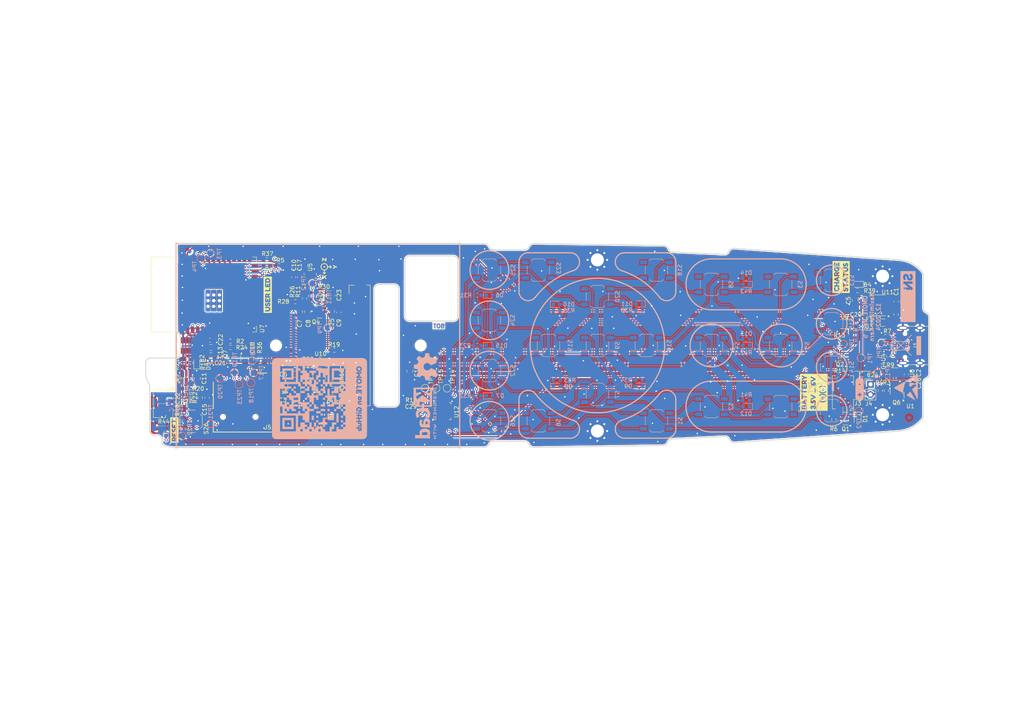
<source format=kicad_pcb>
(kicad_pcb (version 20241229) (generator "pcbnew") (generator_version "9.0")
  (title_block (title "OMOTE - Open Universal Remote") (date "2024-12-22") (rev "5") (company "Maximilian Kern"))
  (layers (0 "F.Cu" signal) (2 "B.Cu" signal) (13 "F.Paste" user) (15 "B.Paste" user) (5 "F.SilkS" user "F.Silkscreen") (7 "B.SilkS" user "B.Silkscreen") (1 "F.Mask" user) (3 "B.Mask" user) (25 "Edge.Cuts" user))
  (net 0 "")
  (net 1 "+3.3V")
  (net 2 "RTS")
  (net 3 "DTR")
  (net 4 "CRG_STAT")
  (net 5 "IO0")
  (net 6 "LCD_RD")
  (net 7 "LCD_EN")
  (net 8 "Net-(Q3-D)")
  (net 10 "Net-(D1-K)")
  (net 11 "Net-(D2-A)")
  (net 12 "Net-(D3-K)")
  (net 13 "Net-(J1-CC2)")
  (net 14 "Net-(J1-CC1)")
  (net 19 "SW_B")
  (net 20 "SW_A")
  (net 21 "SW_D")
  (net 22 "SW_C")
  (net 23 "SW_2")
  (net 24 "SW_1")
  (net 25 "SW_E")
  (net 26 "LCD_D7")
  (net 27 "LCD_D2")
  (net 28 "LCD_CS")
  (net 29 "IR_LED")
  (net 30 "SDA")
  (net 31 "LCD_BL")
  (net 32 "LCD_DC")
  (net 33 "SCL")
  (net 34 "IR_RX")
  (net 35 "SW_5")
  (net 36 "USB_RXD")
  (net 37 "USB_TXD")
  (net 38 "SW_4")
  (net 39 "SW_3")
  (net 40 "VBUS")
  (net 41 "Net-(Q2B-B2)")
  (net 42 "+VSW")
  (net 43 "GND")
  (net 44 "/LEDA#1")
  (net 45 "/LEDA#2")
  (net 46 "/LEDA#3")
  (net 47 "/LEDA#4")
  (net 48 "+BATT")
  (net 49 "Net-(Q2A-B1)")
  (net 50 "ESP_EN")
  (net 51 "Net-(Q3-G)")
  (net 52 "Net-(Q4-G)")
  (net 53 "Net-(Q5-D)")
  (net 54 "Net-(Q5-G)")
  (net 55 "/TP_NRST")
  (net 56 "ACC_INT")
  (net 57 "Net-(U6-OUT)")
  (net 66 "LCD_D5")
  (net 67 "LCD_D0")
  (net 68 "LCD_D3")
  (net 69 "LCD_WR")
  (net 72 "LCD_D6")
  (net 73 "/VUSB_RAW")
  (net 74 "/D+_1")
  (net 75 "/D-_1")
  (net 76 "/D+_2")
  (net 77 "/D-_2")
  (net 79 "LCD_D4")
  (net 80 "LCD_D1")
  (net 81 "IR_VCC")
  (net 82 "Net-(U12-NRST)")
  (net 84 "Net-(D5-A)")
  (net 93 "Net-(U1-VCC)")
  (net 94 "-BATT")
  (net 95 "Net-(D4-A)")
  (net 96 "Net-(Q6B-G)")
  (net 97 "Net-(Q6A-G)")
  (net 98 "Net-(Q6A-D)")
  (net 99 "Net-(U1-CS)")
  (net 100 "Net-(U11-PROG)")
  (net 102 "Net-(D3-A)")
  (net 104 "Net-(U12-COL6)")
  (net 106 "Net-(U12-COL7)")
  (net 107 "USB_3V3")
  (net 108 "Net-(U12-COL8)")
  (net 112 "Net-(D16-K)")
  (net 113 "TCA_INT")
  (net 114 "SD_CS")
  (net 115 "/SD_3V3")
  (net 116 "SD_DET")
  (net 117 "SD_MISO")
  (net 118 "SD_MOSI")
  (net 120 "SD_SCK")
  (net 121 "Net-(Q7-G)")
  (net 122 "SD_EN")
  (net 123 "SW_PWR")
  (net 124 "Net-(D6-K)")
  (net 125 "SW_BL")
  (net 126 "Net-(D7-K)")
  (net 127 "Net-(D8-K)")
  (net 128 "Net-(D9-K)")
  (net 129 "Net-(D10-K)")
  (net 130 "Net-(D11-K)")
  (net 131 "Net-(D12-K)")
  (net 132 "Net-(D13-K)")
  (net 133 "Net-(D14-K)")
  (net 135 "unconnected-(U7-IO3-Pad15)")
  (net 136 "Net-(D15-K)")
  (net 137 "/LCD_NRST")
  (footprint "omoteLib:LED_5mm_Side_Mount" (layer "F.Cu") (at 59.676677 102 90)
    (property "Reference" "D2")
    (property "Value" "SFH4547")
  )
  (footprint "kibuzzard-64A91C1C" (layer "F.Cu") (at 95.85 80.9 90)
    (property "Reference" "kibuzzard-64A91C1C" (hide yes))
    (property "Value" "G***" (hide yes))
  )
  (footprint "Diode_SMD:D_SOD-323" (layer "F.Cu") (at 226.75 119.95 -90)
    (property "Reference" "D1")
    (property "Value" "BAT20J")
  )
  (footprint "Resistor_SMD:R_0603_1608Metric" (layer "F.Cu") (at 222.400146 105.254952 180)
    (property "Reference" "R14")
    (property "Value" "10k")
  )
  (footprint "omoteLib:JST_PH_B2B-PH-SM4-TB_1x02-1MP_P2.00mm_Vertical" (layer "F.Cu") (at 224.9 113.5 90)
    (property "Reference" "J3")
    (property "Value" "JST_PH_B2B-PH")
  )
  (footprint "Package_SO:Infineon_PG-DSO-8-27_3.9x4.9mm_EP2.65x3mm" (layer "F.Cu") (at 231.64 92.15 180)
    (property "Reference" "U11")
    (property "Value" "TP4056")
  )
  (footprint "Resistor_SMD:R_0603_1608Metric" (layer "F.Cu") (at 97.837763 110.008033 180)
    (property "Reference" "R16")
    (property "Value" "10")
  )
  (footprint "Capacitor_SMD:C_0603_1608Metric" (layer "F.Cu") (at 227.5 109.2)
    (property "Reference" "C24")
    (property "Value" "100nF")
  )
  (footprint "Resistor_SMD:R_0603_1608Metric" (layer "F.Cu") (at 94.8 107 180)
    (property "Reference" "R25")
    (property "Value" "10k")
  )
  (footprint "Package_TO_SOT_SMD:SOT-23-5" (layer "F.Cu") (at 235.8375 109.05 180)
    (property "Reference" "U8")
    (property "Value" "AP2112K-3.3")
  )
  (footprint "Capacitor_SMD:C_0805_2012Metric" (layer "F.Cu") (at 91.75 93.7 -90)
    (property "Reference" "C8")
    (property "Value" "10uF")
  )
  (footprint "Capacitor_SMD:C_0805_2012Metric" (layer "F.Cu") (at 68 102.5 180)
    (property "Reference" "C13")
    (property "Value" "10uF")
  )
  (footprint "Capacitor_SMD:C_0603_1608Metric" (layer "F.Cu") (at 236.2 91.2 -90)
    (property "Reference" "C1")
    (property "Value" "100nF")
  )
  (footprint "Capacitor_SMD:C_0603_1608Metric" (layer "F.Cu") (at 120.225 116.8625 180)
    (property "Reference" "C29")
    (property "Value" "100nF")
  )
  (footprint "Package_TO_SOT_SMD:SOT-23" (layer "F.Cu") (at 61.971875 109.875 90)
    (property "Reference" "Q5")
    (property "Value" "DMG2301L")
  )
  (footprint "Package_TO_SOT_SMD:SOT-23-5" (layer "F.Cu") (at 88.468383 112.175 90)
    (property "Reference" "U2")
    (property "Value" "XC6220B331")
  )
  (footprint "Package_TO_SOT_SMD:SOT-23" (layer "F.Cu") (at 223.78125 119.95 180)
    (property "Reference" "Q1")
    (property "Value" "DMG2301L")
  )
  (footprint "Capacitor_SMD:C_0603_1608Metric" (layer "F.Cu") (at 98 89.75 -90)
    (property "Reference" "C23")
    (property "Value" "100nF")
  )
  (footprint "omoteLib:XDCR_LIS3DHTR" (layer "F.Cu") (at 92.375 85.75 90)
    (property "Reference" "U5")
    (property "Value" "LIS3DHTR")
  )
  (footprint "Capacitor_SMD:C_0603_1608Metric" (layer "F.Cu") (at 239.5 111.4 180)
    (property "Reference" "C26")
    (property "Value" "100nF")
  )
  (footprint "Resistor_SMD:R_0603_1608Metric" (layer "F.Cu") (at 61.9 112.6)
    (property "Reference" "R20")
    (property "Value" "10k")
  )
  (footprint "LED_SMD:LED_0603_1608Metric" (layer "F.Cu") (at 81.7375 82.45 180)
    (property "Reference" "D3")
    (property "Value" "LED")
  )
  (footprint "Package_TO_SOT_SMD:SOT-23" (layer "F.Cu") (at 94.6625 93.7)
    (property "Reference" "Q4")
    (property "Value" "DMG2301L")
  )
  (footprint "Package_TO_SOT_SMD:SOT-363_SC-70-6" (layer "F.Cu") (at 222.300146 103.111992 180)
    (property "Reference" "Q2")
    (property "Value" "MBT3904DW1")
  )
  (footprint "TestPoint:TestPoint_Pad_D1.5mm" (layer "F.Cu") (at 123.3 112.5 -90)
    (property "Reference" "TP15")
    (property "Value" "TestPoint")
  )
  (footprint "Resistor_SMD:R_0603_1608Metric" (layer "F.Cu") (at 65.375 114.85 90)
    (property "Reference" "R22")
    (property "Value" "10k")
  )
  (footprint "Capacitor_SMD:C_0603_1608Metric" (layer "F.Cu") (at 226.25 96.52 90)
    (property "Reference" "C20")
    (property "Value" "100nF")
  )
  (footprint "Capacitor_SMD:C_0805_2012Metric" (layer "F.Cu") (at 226.15 90.95 90)
    (property "Reference" "C5")
    (property "Value" "10uF")
  )
  (footprint "Fiducial:Fiducial_1mm_Mask2mm" (layer "F.Cu") (at 239.4 85)
    (property "Reference" "FID3" (hide yes))
    (property "Value" "Fiducial")
  )
  (footprint "kibuzzard-643EE5B9" (layer "F.Cu") (at 59.05 122.75 90)
    (property "Reference" "kibuzzard-643EE5B9" (hide yes))
    (property "Value" "G***" (hide yes))
  )
  (footprint "Resistor_SMD:R_0603_1608Metric" (layer "F.Cu") (at 97.837763 114.508033 180)
    (property "Reference" "R17")
    (property "Value" "10")
  )
  (footprint "Resistor_SMD:R_0603_1608Metric" (layer "F.Cu") (at 94 89.85 90)
    (property "Reference" "R12")
    (property "Value" "4k7")
  )
  (footprint "Capacitor_SMD:C_0805_2012Metric" (layer "F.Cu") (at 97.6 93.65 -90)
    (property "Reference" "C25")
    (property "Value" "10uF")
  )
  (footprint "Resistor_SMD:R_0603_1608Metric" (layer "F.Cu") (at 57.05 123.25 -90)
    (property "Reference" "R44")
    (property "Value" "2k2")
  )
  (footprint "Capacitor_SMD:C_0805_2012Metric" (layer "F.Cu") (at 76.45 105.175 -90)
    (property "Reference" "C18")
    (property "Value" "10uF")
  )
  (footprint "RF_Module:ESP32-S3-WROOM-1" (layer "F.Cu") (at 66.25 89.5 90)
    (property "Reference" "U7")
    (property "Value" "ESP32-S3-WROOM-1-N16R8")
  )
  (footprint "Resistor_SMD:R_0603_1608Metric" (layer "F.Cu") (at 58.4 117.9 90)
    (property "Reference" "R40")
    (property "Value" "2k2")
  )
  (footprint "MountingHole:MountingHole_3.2mm_M3_Pad_Via" (layer "F.Cu") (at 232.876677 85)
    (property "Reference" "H2" (hide yes))
    (property "Value" "MountingHole")
  )
  (footprint "kibuzzard-643EE600" (layer "F.Cu") (at 222.7 85.2 90)
    (property "Reference" "kibuzzard-643EE600" (hide yes))
    (property "Value" "G***" (hide yes))
  )
  (footprint "Capacitor_SMD:C_0603_1608Metric" (layer "F.Cu") (at 67.75 100.7)
    (property "Reference" "C22")
    (property "Value" "100nF")
  )
  (footprint "Capacitor_SMD:C_0603_1608Metric" (layer "F.Cu") (at 238.7 109.1 90)
    (property "Reference" "C2")
    (property "Value" "1uF")
  )
  (footprint "Fuse:Fuse_1206_3216Metric_Pad1.42x1.75mm_HandSolder" (layer "F.Cu") (at 232.9 96.4)
    (property "Reference" "F1")
    (property "Value" "500mA")
  )
  (footprint "Package_TO_SOT_SMD:SOT-23-6" (layer "F.Cu") (at 236.3 113.2 -90)
    (property "Reference" "Q6")
    (property "Value" "FS8205A")
  )
  (footprint "LED_SMD:LED_0603_1608Metric" (layer "F.Cu") (at 64.571875 106.275 90)
    (property "Reference" "D5")
    (property "Value" "LED")
  )
  (footprint "Resistor_SMD:R_0603_1608Metric" (layer "F.Cu") (at 72.8 102.475 180)
    (property "Reference" "R24")
    (property "Value" "10k")
  )
  (footprint "kibuzzard-64A91BF0" (layer "F.Cu") (at 95.85 85.2 90)
    (property "Reference" "kibuzzard-64A91BF0" (hide yes))
    (property "Value" "G***" (hide yes))
  )
  (footprint "LOGO" (layer "F.Cu") (at 92.5 117.8 90)
    (property "Reference" "G***" (hide yes))
    (property "Value" "LOGO" (hide yes))
  )
  (footprint "omoteLib:TFT_2.83IN_240X320_50PIN" (layer "F.Cu") (at 91.622852 102 90)
    (property "Reference" "J2")
    (property "Value" "Conn_01x50")
    (fp_line (start -13.802074 16.49481) (end 13.80519 16.497926) (stroke (width 0.2)) (layer "Edge.Cuts"))
    (fp_line (start -15.00519 21.302074) (end -15.002074 17.69481) (stroke (width 0.2)) (layer "Edge.Cuts"))
    (fp_line (start 15.002074 21.30519) (end 15.00519 17.697926) (stroke (width 0.2)) (layer "Edge.Cuts"))
    (fp_line (start -13.80519 22.502074) (end 13.802074 22.50519) (stroke (width 0.2)) (layer "Edge.Cuts"))
    (fp_line (start 20.80519 23.997926) (end 7.197926 23.99481) (stroke (width 0.2)) (layer "Edge.Cuts"))
    (fp_line (start 5.997926 25.19481) (end 5.99481 35.802074) (stroke (width 0.2)) (layer "Edge.Cuts"))
    (fp_line (start 22.00519 25.197926) (end 22.002074 35.80519) (stroke (width 0.2)) (layer "Edge.Cuts"))
    (fp_line (start 20.802074 37.00519) (end 7.19481 37.002074) (stroke (width 0.2)) (layer "Edge.Cuts"))
    (fp_arc (start 13.80519 16.497926) (mid 14.653715 16.849396) (end 15.00519 17.697926) (stroke (width 0.2)) (layer "Edge.Cuts"))
    (fp_arc (start -15.002074 17.69481) (mid -14.650602 16.846282) (end -13.802074 16.49481) (stroke (width 0.2)) (layer "Edge.Cuts"))
    (fp_arc (start 15.002074 21.30519) (mid 14.650604 22.153715) (end 13.802074 22.50519) (stroke (width 0.2)) (layer "Edge.Cuts"))
    (fp_arc (start -13.80519 22.502074) (mid -14.653718 22.150602) (end -15.00519 21.302074) (stroke (width 0.2)) (layer "Edge.Cuts"))
    (fp_arc (start 20.80519 23.997926) (mid 21.653715 24.349396) (end 22.00519 25.197926) (stroke (width 0.2)) (layer "Edge.Cuts"))
    (fp_arc (start 5.997926 25.19481) (mid 6.349398 24.346284) (end 7.197926 23.99481) (stroke (width 0.2)) (layer "Edge.Cuts"))
    (fp_arc (start 22.002074 35.80519) (mid 21.650604 36.653715) (end 20.802074 37.00519) (stroke (width 0.2)) (layer "Edge.Cuts"))
    (fp_arc (start 7.19481 37.002074) (mid 6.346285 36.650604) (end 5.99481 35.802074) (stroke (width 0.2)) (layer "Edge.Cuts"))
  )
  (footprint "Package_TO_SOT_SMD:SOT-23-6" (layer "F.Cu") (at 239.7 114.2 90)
    (property "Reference" "U1")
    (property "Value" "DW01A")
  )
  (footprint "Package_SO:SOIC-16_3.9x9.9mm_P1.27mm" (layer "F.Cu") (at 228 103.25 180)
    (property "Reference" "U3")
    (property "Value" "CH340C")
  )
  (footprint "omoteLib:Heimdall vertical" (layer "F.Cu") (at 55.4 116.3 90)
    (property "Reference" "U6")
    (property "Value" "TSSP77038")
  )
  (footprint "kibuzzard-64A91C24" (layer "F.Cu") (at 98.45 82.7 90)
    (property "Reference" "kibuzzard-64A91C24" (hide yes))
    (property "Value" "G***" (hide yes))
  )
  (footprint "Capacitor_SMD:C_0805_2012Metric" (layer "F.Cu") (at 116.85 108.3 -90)
    (property "Reference" "C14")
    (property "Value" "10uF")
  )
  (footprint "Package_DFN_QFN:TDFN-8-1EP_2x2mm_P0.5mm_EP0.8x1.2mm" (layer "F.Cu") (at 223.6 96.75 180)
    (property "Reference" "U9")
    (property "Value" "MAX17048G")
  )
  (footprint "Resistor_SMD:R_0603_1608Metric" (layer "F.Cu") (at 226.7 88.5)
    (property "Reference" "R39")
    (property "Value" "2k2")
  )
  (footprint "TestPoint:TestPoint_Pad_D1.5mm" (layer "F.Cu") (at 120.6 112.5 -90)
    (property "Reference" "TP16")
    (property "Value" "TestPoint")
  )
  (footprint "TestPoint:TestPoint_Pad_D1.5mm" (layer "F.Cu") (at 125.975 112.5 -90)
    (property "Reference" "TP14")
    (property "Value" "TestPoint")
  )
  (footprint "Capacitor_SMD:C_0805_2012Metric" (layer "F.Cu") (at 95.35 113.45 90)
    (property "Reference" "C16")
    (property "Value" "10uF")
  )
  (footprint "omoteLib:MicroSD Slot TF-01A" (layer "F.Cu") (at 76 116)
    (property "Reference" "J5")
    (property "Value" "Micro_SD_Card")
  )
  (footprint "Capacitor_SMD:C_0603_1608Metric" (layer "F.Cu") (at 97.85 108.5)
    (property "Reference" "C27")
    (property "Value" "1uF")
  )
  (footprint "Resistor_SMD:R_0603_1608Metric" (layer "F.Cu") (at 97.837763 113.008033 180)
    (property "Reference" "R15")
    (property "Value" "10")
  )
  (footprint "Fiducial:Fiducial_1mm_Mask2mm" (layer "F.Cu") (at 54.7 122.35)
    (property "Reference" "FID4" (hide yes))
    (property "Value" "Fiducial" (hide yes))
  )
  (footprint "LED_SMD:LED_0603_1608Metric" (layer "F.Cu") (at 226.7 87 180)
    (property "Reference" "D4")
    (property "Value" "LED")
  )
  (footprint "Capacitor_SMD:C_0603_1608Metric" (layer "F.Cu") (at 233.043 109.195114 90)
    (property "Reference" "C4")
    (property "Value" "1uF")
  )
  (footprint "Resistor_SMD:R_0603_1608Metric" (layer "F.Cu") (at 97.837763 111.508033 180)
    (property "Reference" "R18")
    (property "Value" "10")
  )
  (footprint "Resistor_SMD:R_0603_1608Metric" (layer "F.Cu") (at 220.9 120.2 -90)
    (property "Reference" "R6")
    (property "Value" "10k")
  )
  (footprint "Capacitor_SMD:C_0603_1608Metric" (layer "F.Cu") (at 88.325 85.263008 90)
    (property "Reference" "C10")
    (property "Value" "100nF")
  )
  (footprint "Resistor_SMD:R_0603_1608Metric" (layer "F.Cu") (at 62 114.1)
    (property "Reference" "R27")
    (property "Value" "1k")
  )
  (footprint "Resistor_SMD:R_0603_1608Metric" (layer "F.Cu") (at 81.75 80.95)
    (property "Reference" "R37")
    (property "Value" "10k")
  )
  (footprint "Resistor_SMD:R_0603_1608Metric" (layer "F.Cu") (at 84.75 82.475 180)
    (property "Reference" "R5")
    (property "Value" "2k2")
  )
  (footprint "Package_TO_SOT_SMD:SOT-23" (layer "F.Cu") (at 98.0875 105.8 90)
    (property "Reference" "U10")
    (property "Value" "APX803S")
  )
  (footprint "MountingHole:MountingHole_2.5mm" (layer "F.Cu") (at 84 102)
    (property "Reference" "H7" (hide yes))
    (property "Value" "MountingHole" (hide yes))
  )
  (footprint "Resistor_SMD:R_0603_1608Metric" (layer "F.Cu") (at 94.8 105.4 180)
    (property "Reference" "R29")
    (property "Value" "1k")
  )
  (footprint "Capacitor_SMD:C_0805_2012Metric" (layer "F.Cu") (at 89.75 93.7 -90)
    (property "Reference" "C7")
    (property "Value" "10uF")
  )
  (footprint "Resistor_SMD:R_0603_1608Metric" (layer "F.Cu") (at 91 90.475 90)
    (property "Reference" "R26")
    (property "Value" "10k")
  )
  (footprint "kibuzzard-643EE46C" (layer "F.Cu") (at 81.95 89.55 90)
    (property "Reference" "kibuzzard-643EE46C" (hide yes))
    (property "Value" "G***" (hide yes))
  )
  (footprint "Package_TO_SOT_SMD:SOT-666" (layer "F.Cu") (at 233.7 102.05 180)
    (property "Reference" "U4")
    (property "Value" "USBLC6-2P6")
  )
  (footprint "MountingHole:MountingHole_3.2mm_M3_Pad_Via" (layer "F.Cu") (at 162.876677 123)
    (property "Reference" "H5" (hide yes))
    (property "Value" "MountingHole" (hide yes))
  )
  (footprint "MountingHole:MountingHole_3.2mm_M3" (layer "F.Cu") (at 55.300146 109 22.5)
    (property "Reference" "H4" (hide yes))
    (property "Value" "MountingHole" (hide yes))
  )
  (footprint "Resistor_SMD:R_0603_1608Metric" (layer "F.Cu") (at 79 105.5 -90)
    (property "Reference" "R36")
    (property "Value" "10k")
  )
  (footprint "kibuzzard-643EE8B3" (layer "F.Cu") (at 216 113.5 90)
    (property "Reference" "kibuzzard-643EE8B3" (hide yes))
    (property "Value" "G***" (hide yes))
  )
  (footprint "Capacitor_SMD:C_0805_2012Metric" (layer "F.Cu") (at 88.468383 115.275 180)
    (property "Reference" "C3")
    (property "Value" "10uF")
  )
  (footprint "Capacitor_SMD:C_0603_1608Metric" (layer "F.Cu") (at 89.825 85.263008 90)
    (property "Reference" "C17")
    (property "Value" "100nF")
  )
  (footprint "Connector_PinHeader_2.54mm:PinHeader_1x02_P2.54mm_Vertical" (layer "F.Cu") (at 229.9 111.525)
    (property "Reference" "J4")
    (property "Value" "2.54x2 Header")
  )
  (footprint "Capacitor_SMD:C_0805_2012Metric" (layer "F.Cu") (at 88.468383 109.075)
    (property "Reference" "C6")
    (property "Value" "10uF")
  )
  (footprint "Resistor_SMD:R_0603_1608Metric" (layer "F.Cu") (at 232.3 113.1 -90)
    (property "Reference" "R4")
    (property "Value" "100")
  )
  (footprint "Resistor_SMD:R_0603_1608Metric" (layer "F.Cu") (at 98.3 103.15 180)
    (property "Reference" "R19")
    (property "Value" "10k")
  )
  (footprint "Capacitor_SMD:C_0805_2012Metric" (layer "F.Cu") (at 64.667217 110.097966 -90)
    (property "Reference" "C11")
    (property "Value" "10uF")
  )
  (footprint "Resistor_SMD:R_0603_1608Metric" (layer "F.Cu") (at 236.2 94.4 90)
    (property "Reference" "R8")
    (property "Value" "4k7")
  )
  (footprint "Package_TO_SOT_SMD:SOT-23" (layer "F.Cu") (at 73.7625 105.1625 -90)
    (property "Reference" "Q7")
    (property "Value" "DMG2301L")
  )
  (footprint "Resistor_SMD:R_0603_1608Metric" (layer "F.Cu") (at 88.75 91.25 180)
    (property "Reference" "R28")
    (property "Value" "1k")
  )
  (footprint "Resistor_SMD:R_0603_1608Metric" (layer "F.Cu") (at 63.071875 106.275 -90)
    (property "Reference" "R1")
    (property "Value" "2k2")
  )
  (footprint "MountingHole:MountingHole_3.2mm_M3_Pad_Via" (layer "F.Cu") (at 162.876677 81)
    (property "Reference" "H1" (hide yes))
    (property "Value" "MountingHole")
  )
  (footprint "Resistor_SMD:R_0603_1608Metric" (layer "F.Cu") (at 92.5 89.85 90)
    (property "Reference" "R11")
    (property "Value" "4k7")
  )
  (footprint "Package_DFN_QFN:HVQFN-24-1EP_4x4mm_P0.5mm_EP2.5x2.5mm" (layer "F.Cu") (at 124.825 118.125 90)
    (property "Reference" "U12")
    (property "Value" "TCA8418")
  )
  (footprint "Capacitor_SMD:C_0603_1608Metric" (layer "F.Cu") (at 58.4 114.9 90)
    (property "Reference" "C12")
    (property "Value" "100nF")
  )
  (footprint "Resistor_SMD:R_0603_1608Metric" (layer "F.Cu") (at 234.4 104.7 90)
    (property "Reference" "R9")
    (property "Value" "5.1k")
  )
  (footprint "Capacitor_SMD:C_0805_2012Metric" (layer "F.Cu") (at 238 91.4 90)
    (property "Reference" "C28")
    (property "Value" "10uF")
  )
  (footprint "Capacitor_SMD:C_0603_1608Metric" (layer "F.Cu") (at 67.075 114.85 -90)
    (property "Reference" "C15")
    (property "Value" "1uF")
  )
  (footprint "Capacitor_SMD:C_0603_1608Metric" (layer "F.Cu") (at 99.4 93.9 90)
    (property "Reference" "C9")
    (property "Value" "100nF")
  )
  (footprint "Button_Switch_SMD:SW_SPST_TL3342" (layer "F.Cu") (at 63.15 120.625 90)
    (property "Reference" "S26")
    (property "Value" "TL3342F160QG")
  )
  (footprint "Resistor_SMD:R_0603_1608Metric" (layer "F.Cu") (at 222.310276 100.94946)
    (property "Reference" "R13")
    (property "Value" "10k")
  )
  (footprint "Resistor_SMD:R_0805_2012Metric" (layer "F.Cu") (at 61.271875 106.2375 90)
    (property "Reference" "R21")
    (property "Value" "3R3")
  )
  (footprint "Resistor_SMD:R_0603_1608Metric" (layer "F.Cu") (at 72.8 100.975 180)
    (property "Reference" "R2")
    (property "Value" "1k")
  )
  (footprint "omoteLib:USB_C_Receptacle_HRO_TYPE-C-31-M-12" (layer "F.Cu") (at 241 102 90)
    (property "Reference" "J1")
    (property "Value" "USB_C_Receptacle_USB2.0")
  )
  (footprint "Resistor_SMD:R_0603_1608Metric" (layer "F.Cu") (at 96.5 89.75 -90)
    (property "Reference" "R30")
    (property "Value" "10k")
  )
  (footprint "MountingHole:MountingHole_3.2mm_M3_Pad_Via" (layer "F.Cu") (at 232.876677 119)
    (property "Reference" "H3" (hide yes))
    (property "Value" "MountingHole")
  )
  (footprint "MountingHole:MountingHole_2.5mm" (layer "F.Cu") (at 119.5 102)
    (property "Reference" "H6" (hide yes))
    (property "Value" "MountingHole")
  )
  (footprint "Resistor_SMD:R_0603_1608Metric" (layer "F.Cu") (at 233.8 113.1 -90)
    (property "Reference" "R3")
    (property "Value" "1k")
  )
  (footprint "Capacitor_SMD:C_0805_2012Metric" (layer "F.Cu") (at 68 104.5 180)
    (property "Reference" "C21")
    (property "Value" "10uF")
  )
  (footprint "Package_TO_SOT_SMD:SOT-23" (layer "F.Cu") (at 94.6 109.8 -90)
    (property "Reference" "Q3")
    (property "Value" "DMG2301L")
  )
  (footprint "Resistor_SMD:R_0603_1608Metric" (layer "F.Cu") (at 120.225 115.3625 180)
    (property "Reference" "R10")
    (property "Value" "10k")
  )
  (footprint "Resistor_SMD:R_0603_1608Metric" (layer "F.Cu") (at 233.5 99.9)
    (property "Reference" "R7")
    (property "Value" "5.1k")
  )
  (footprint "Resistor_SMD:R_0603_1608Metric" (layer "B.Cu") (at 173.1 110.55)
    (property "Reference" "R34")
    (property "Value" "2k2")
  )
  (footprint "Button_Switch_SMD:SW_SPST_TL3342" (layer "B.Cu") (at 136.376677 95.833333)
    (property "Reference" "S24")
    (property "Value" "TL3342F160QG")
  )
  (footprint "Button_Switch_SMD:SW_SPST_TL3342" (layer "B.Cu") (at 55.93694 119.005171 -90)
    (property "Reference" "S17")
    (property "Value" "TL3342F160QG")
  )
  (footprint "Button_Switch_SMD:SW_SPST_TL3342" (layer "B.Cu") (at 207.876677 87)
    (property "Reference" "S3")
    (property "Value" "TL3342F160QG")
  )
  (footprint "TestPoint:TestPoint_Pad_D1.5mm" (layer "B.Cu") (at 78.475 108.725 90)
    (property "Reference" "TP17")
    (property "Value" "TestPoint")
  )
  (footprint "Resistor_SMD:R_0603_1608Metric" (layer "B.Cu") (at 173.1 93.3)
    (property "Reference" "R38")
    (property "Value" "2k2")
  )
  (footprint "Button_Switch_SMD:SW_SPST_TL3342" (layer "B.Cu") (at 148.376677 120.5)
    (property "Reference" "S6")
    (property "Value" "TL3342F160QG")
  )
  (footprint "TestPoint:TestPoint_Pad_D1.5mm" (layer "B.Cu") (at 60.925 124.225 90)
    (property "Reference" "TP22")
    (property "Value" "TestPoint")
  )
  (footprint "TestPoint:TestPoint_Pad_D1.5mm" (layer "B.Cu") (at 227.6 105.05 180)
    (property "Reference" "TP1")
    (property "Value" "TestPoint")
  )
  (footprint "Button_Switch_SMD:SW_SPST_TL3342" (layer "B.Cu") (at 190.876677 117)
    (property "Reference" "S2")
    (property "Value" "TL3342F160QG")
  )
  (footprint "Fiducial:Fiducial_1mm_Mask2mm" (layer "B.Cu") (at 62.75 78.9 180)
    (property "Reference" "FID2" (hide yes))
    (property "Value" "Fiducial")
  )
  (footprint "Button_Switch_SMD:SW_SPST_TL3342" (layer "B.Cu") (at 136.376677 83.5)
    (property "Reference" "S25")
    (property "Value" "TL3342F160QG")
  )
  (footprint "kibuzzard-644014FA" (layer "B.Cu") (at 239.1 90 -90)
    (property "Reference" "kibuzzard-644014FA" (hide yes))
    (property "Value" "G***" (hide yes))
  )
  (footprint "LED_SMD:LED_0603_1608Metric" (layer "B.Cu") (at 152.85 91.9)
    (property "Reference" "D10")
    (property "Value" "LED")
  )
  (footprint "TestPoint:TestPoint_Pad_D1.5mm" (layer "B.Cu") (at 92.9 86.7 180)
    (property "Reference" "TP12")
    (property "Value" "TestPoint")
  )
  (footprint "Button_Switch_SMD:SW_SPST_TL3342" (layer "B.Cu") (at 207.876677 102)
    (property "Reference" "S5")
    (property "Value" "TL3342F160QG")
  )
  (footprint "LED_SMD:LED_0603_1608Metric" (layer "B.Cu") (at 173.1 112.05 180)
    (property "Reference" "D9")
    (property "Value" "LED")
  )
  (footprint "kibuzzard-63D97EAF" (layer "B.Cu") (at 227.25 112.75 90)
    (property "Reference" "kibuzzard-63D97EAF" (hide yes))
    (property "Value" "G***" (hide yes))
  )
  (footprint "Fiducial:Fiducial_1mm_Mask2mm" (layer "B.Cu") (at 239.4 119.7 180)
    (property "Reference" "FID1" (hide yes))
    (property "Value" "Fiducial")
  )
  (footprint "TestPoint:TestPoint_Pad_D1.5mm" (layer "B.Cu") (at 96.7 97.7 180)
    (property "Reference" "TP9")
    (property "Value" "TestPoint")
  )
  (footprint "Resistor_SMD:R_0603_1608Metric" (layer "B.Cu") (at 133.4 89.65)
    (property "Reference" "R31")
    (property "Value" "2k2")
  )
  (footprint "TestPoint:TestPoint_Pad_D1.5mm" (layer "B.Cu") (at 65.6 80.6 180)
    (property "Reference" "TP4")
    (property "Value" "TestPoint")
  )
  (footprint "Button_Switch_SMD:SW_SPST_TL3342" (layer "B.Cu") (at 207.876677 117)
    (property "Reference" "S12")
    (property "Value" "TL3342F160QG")
  )
  (footprint "TestPoint:TestPoint_Pad_D1.5mm" (layer "B.Cu") (at 67.9 79.35 180)
    (property "Reference" "TP3")
    (property "Value" "TestPoint")
  )
  (footprint "Button_Switch_SMD:SW_SPST_TL3342" (layer "B.Cu") (at 190.876677 102)
    (property "Reference" "S4")
    (property "Value" "TL3342F160QG")
  )
  (footprint "Button_Switch_SMD:SW_SPST_TL3342" (layer "B.Cu") (at 220.376677 96.666667)
    (property "Reference" "S15")
    (property "Value" "TL3342F160QG")
  )
  (footprint "Button_Switch_SMD:SW_SPST_TL3342" (layer "B.Cu") (at 162.876677 114)
    (property "Reference" "S7")
    (property "Value" "TL3342F160QG")
  )
  (footprint "Button_Switch_SMD:SW_SPST_TL3342" (layer "B.Cu") (at 148.376677 83.5)
    (property "Reference" "S23")
    (property "Value" "TL3342F160QG")
  )
  (footprint "LOGO" (layer "B.Cu") (at 94.675 115.075 -90)
    (property "Reference" "G***" (hide yes))
    (property "Value" "LOGO" (hide yes))
  )
  (footprint "TestPoint:TestPoint_Pad_D1.5mm" (layer "B.Cu") (at 74.925 111.525 90)
    (property "Reference" "TP23")
    (property "Value" "TestPoint")
  )
  (footprint "Button_Switch_SMD:SW_SPST_TL3342" (layer "B.Cu") (at 136.376677 108.166667)
    (property "Reference" "S22")
    (property "Value" "TL3342F160QG")
  )
  (footprint "TestPoint:TestPoint_Pad_D1.5mm" (layer "B.Cu") (at 68 121.225 90)
    (property "Reference" "TP21")
    (property "Value" "TestPoint")
  )
  (footprint "LED_SMD:LED_0603_1608Metric" (layer "B.Cu") (at 199.4 102 180)
    (property "Reference" "D13")
    (property "Value" "LED")
  )
  (footprint "Resistor_SMD:R_0603_1608Metric" (layer "B.Cu") (at 133.4 114.35)
    (property "Reference" "R32")
    (property "Value" "2k2")
  )
  (footprint "TestPoint:TestPoint_Pad_D1.5mm" (layer "B.Cu") (at 223.2 101.7 180)
    (property "Reference" "TP6")
    (property "Value" "TestPoint")
  )
  (footprint "LED_SMD:LED_0603_1608Metric" (layer "B.Cu") (at 57.75 124.2)
    (property "Reference" "D16")
    (property "Value" "LED")
  )
  (footprint "LED_SMD:LED_0603_1608Metric" (layer "B.Cu") (at 152.9 112.05)
    (property "Reference" "D8")
    (property "Value" "LED")
  )
  (footprint "LED_SMD:LED_0603_1608Metric" (layer "B.Cu") (at 199.4 117 180)
    (property "Reference" "D12")
    (property "Value" "LED")
  )
  (footprint "Resistor_SMD:R_0603_1608Metric" (layer "B.Cu") (at 199.4 115.5)
    (property "Reference" "R41")
    (property "Value" "2k2")
  )
  (footprint "LED_SMD:LED_0603_1608Metric" (layer "B.Cu") (at 136.376677 114.35)
    (property "Reference" "D7")
    (property "Value" "LED")
  )
  (footprint "LED_SMD:LED_0603_1608Metric" (layer "B.Cu") (at 199.4 87 180)
    (property "Reference" "D14")
    (property "Value" "LED")
  )
  (footprint "Button_Switch_SMD:SW_SPST_TL3342" (layer "B.Cu") (at 220.376677 107.333333)
    (property "Reference" "S14")
    (property "Value" "TL3342F160QG")
  )
  (footprint "LED_SMD:LED_0603_1608Metric" (layer "B.Cu") (at 136.376677 89.65)
    (property "Reference" "D6")
    (property "Value" "LED")
  )
  (footprint "TestPoint:TestPoint_Pad_D1.5mm" (layer "B.Cu") (at 94.8 90.1 180)
    (property "Reference" "TP11")
    (property "Value" "TestPoint")
  )
  (footprint "LED_SMD:LED_0603_1608Metric" (layer "B.Cu") (at 173.1 91.8 180)
    (property "Reference" "D11")
    (property "Value" "LED")
  )
  (footprint "Button_Switch_SMD:SW_SPST_TL3342" (layer "B.Cu") (at 190.876677 87)
    (property "Reference" "S8")
    (property "Value" "TL3342F160QG")
  )
  (footprint "Symbol:OSHW-Symbol_6.7x6mm_SilkScreen" (layer "B.Cu") (at 120.8 107.2 -90)
    (property "Reference" "REF**" (hide yes))
    (property "Value" "OSHW-Symbol_6.7x6mm_SilkScreen" (hide yes))
  )
  (footprint "TestPoint:TestPoint_Pad_D1.5mm" (layer "B.Cu") (at 77.825 111.15 90)
    (property "Reference" "TP18")
    (property "Value" "TestPoint")
  )
  (footprint "TestPoint:TestPoint_Pad_D1.5mm" (layer "B.Cu") (at 227.1 118.11 180)
    (property "Reference" "TP2")
    (property "Value" "TestPoint")
  )
  (footprint "TestPoint:TestPoint_Pad_D1.5mm" (layer "B.Cu") (at 217.3 112.3 180)
    (property "Reference" "TP7")
    (property "Value" "TestPoint")
  )
  (footprint "Button_Switch_SMD:SW_SPST_TL3342" (layer "B.Cu") (at 150.876677 102)
    (property "Reference" "S19")
    (property "Value" "TL3342F160QG")
  )
  (footprint "Button_Switch_SMD:SW_SPST_TL3342" (layer "B.Cu") (at 162.876677 90)
    (property "Reference" "S20")
    (property "Value" "TL3342F160QG")
  )
  (footprint "TestPoint:TestPoint_Pad_D1.5mm" (layer "B.Cu") (at 73.8 108.65 90)
    (property "Reference" "TP19")
    (property "Value" "TestPoint")
  )
  (footprint "Button_Switch_SMD:SW_SPST_TL3342" (layer "B.Cu") (at 177.376677 83.5)
    (property "Reference" "S18")
    (property "Value" "TL3342F160QG")
  )
  (footprint "Resistor_SMD:R_0603_1608Metric" (layer "B.Cu") (at 152.85 93.4 180)
    (property "Reference" "R35")
    (property "Value" "2k2")
  )
  (footprint "Resistor_SMD:R_0603_1608Metric" (layer "B.Cu") (at 199.4 85.5)
    (property "Reference" "R43")
    (property "Value" "2k2")
  )
  (footprint "TestPoint:TestPoint_Pad_D1.5mm" (layer "B.Cu") (at 78.2 105.75 180)
    (property "Reference" "TP8")
    (property "Value" "TestPoint")
  )
  (footprint "Symbol:ESD-Logo_6.6x6mm_SilkScreen" (layer "B.Cu") (at 238.55 112.25 -90)
    (property "Reference" "REF**" (hide yes))
    (property "Value" "ESD-Logo_6.6x6mm_SilkScreen" (hide yes))
  )
  (footprint "Button_Switch_SMD:SW_SPST_TL3342" (layer "B.Cu") (at 220.376677 118)
    (property "Reference" "S11")
    (property "Value" "TL3342F160QG")
  )
  (footprint "LED_SMD:LED_0603_1608Metric" (layer "B.Cu") (at 136.376677 102)
    (property "Reference" "D15")
    (property "Value" "LED")
  )
  (footprint "Button_Switch_SMD:SW_SPST_TL3342" (layer "B.Cu") (at 162.876677 102)
    (property "Reference" "S9")
    (property "Value" "TL3342F160QG")
  )
  (footprint "Resistor_SMD:R_0603_1608Metric" (layer "B.Cu") (at 152.9 110.55 180)
    (property "Reference" "R33")
    (property "Value" "2k2")
  )
  (footprint "Resistor_SMD:R_0603_1608Metric" (layer "B.Cu") (at 199.4 100.5)
    (property "Reference" "R42")
    (property "Value" "2k2")
  )
  (footprint "Button_Switch_SMD:SW_SPST_TL3342" (layer "B.Cu") (at 174.876677 102)
    (property "Reference" "S10")
    (property "Value" "TL3342F160QG")
  )
  (footprint "TestPoint:TestPoint_Pad_D1.5mm" (layer "B.Cu") (at 70.225 110.05 90)
    (property "Reference" "TP20")
    (property "Value" "TestPoint")
  )
  (footprint "Button_Switch_SMD:SW_SPST_TL3342" (layer "B.Cu") (at 136.376677 120.5)
    (property "Reference" "S16")
    (property "Value" "TL3342F160QG")
  )
  (footprint "Button_Switch_SMD:SW_SPST_TL3342" (layer "B.Cu") (at 177.376677 120.5)
    (property "Reference" "S1")
    (property "Value" "TL3342F160QG")
  )
  (footprint "TestPoint:TestPoint_Pad_D1.5mm" (layer "B.Cu") (at 231.6 108.7 180)
    (property "Reference" "TP13")
    (property "Value" "TestPoint")
  )
  (footprint "TestPoint:TestPoint_Pad_D1.5mm" (layer "B.Cu") (at 63.1 111.3 180)
    (property "Reference" "TP10")
    (property "Value" "TestPoint")
  )
  (footprint "TestPoint:TestPoint_Pad_D1.5mm" (layer "B.Cu") (at 232.6 101.3 180)
    (property "Reference" "TP5")
    (property "Value" "TestPoint")
  )
  (footprint "Button_Switch_SMD:SW_SPST_TL3342" (layer "B.Cu") (at 220.376677 86)
    (property "Reference" "S13")
    (property "Value" "TL3342F160QG")
  )
  (footprint "Resistor_SMD:R_0603_1608Metric" (layer "B.Cu") (at 133.4 102)
    (property "Reference" "R23")
    (property "Value" "2k2")
  )
  (footprint "Symbol:KiCad-Logo2_5mm_SilkScreen" (layer "B.Cu") (at 120.35 118.6 -90)
    (property "Reference" "REF**" (hide yes))
    (property "Value" "KiCad-Logo2_5mm_SilkScreen" (hide yes))
  )
  (footprint "Symbol:WEEE-Logo_5.6x8mm_SilkScreen" (layer "B.Cu") (at 238.325 102.05 -90)
    (property "Reference" "REF**" (hide yes))
    (property "Value" "WEEE-Logo_5.6x8mm_SilkScreen" (hide yes))
  )
  (gr_line (start 95.85 83.499998) (end 95.85 84.399998) (stroke (width 0.2)) (layer "F.SilkS"))
  (gr_line (start 95.85 84.399998) (end 96.15 84.099998) (stroke (width 0.2)) (layer "F.SilkS"))
  (gr_line (start 96.65 82.7) (end 97.55 82.7) (stroke (width 0.2)) (layer "F.SilkS"))
  (gr_line (start 95.85 84.399998) (end 95.55 84.099998) (stroke (width 0.2)) (layer "F.SilkS"))
  (gr_circle (center 95.85 82.7) (end 96.65 82.7) (stroke (width 0.2)) (fill no) (layer "F.SilkS"))
  (gr_line (start 97.55 82.7) (end 97.25 82.4) (stroke (width 0.2)) (layer "F.SilkS"))
  (gr_circle (center 95.85 82.7) (end 95.95 82.7) (stroke (width 0.2)) (fill no) (layer "F.SilkS"))
  (gr_line (start 97.55 82.7) (end 97.25 83) (stroke (width 0.2)) (layer "F.SilkS"))
  (gr_line (start 169.521408 79.249994) (end 179.876673 79.249994) (stroke (width 0.3)) (layer "B.SilkS"))
  (gr_circle (center 136.376673 95.833327) (end 136.376673 100.583327) (stroke (width 0.3)) (fill no) (layer "B.SilkS"))
  (gr_circle (center 207.876673 101.999994) (end 207.876673 107.249994) (stroke (width 0.3)) (fill no) (layer "B.SilkS"))
  (gr_arc (start 169.521408 124.749994) (mid 167.298979 122.851181) (end 168.827642 120.359623) (stroke (width 0.3)) (layer "B.SilkS"))
  (gr_circle (center 136.376673 108.166661) (end 136.376673 112.916661) (stroke (width 0.3)) (fill no) (layer "B.SilkS"))
  (gr_line (start 143.626673 88.756033) (end 143.626673 81.499994) (stroke (width 0.3)) (layer "B.SilkS"))
  (gr_arc (start 190.876673 93.249994) (mid 184.626673 86.999994) (end 190.876673 80.749994) (stroke (width 0.3)) (layer "B.SilkS"))
  (gr_arc (start 145.876673 124.749994) (mid 144.285683 124.090984) (end 143.626673 122.499994) (stroke (width 0.3)) (layer "B.SilkS"))
  (gr_line (start 59.476673 127.199994) (end 59.476673 76.799994) (stroke (width 0.3)) (layer "B.SilkS"))
  (gr_circle (center 162.876673 101.999994) (end 162.876673 118.499994) (stroke (width 0.3)) (fill no) (layer "B.SilkS"))
  (gr_line (start 129.076673 76.799994) (end 129.076673 127.199994) (stroke (width 0.3)) (layer "B.SilkS"))
  (gr_arc (start 178.101731 113.861175) (mid 180.607727 113.116031) (end 182.126673 115.243955) (stroke (width 0.3)) (layer "B.SilkS"))
  (gr_line (start 179.876673 124.749994) (end 169.521408 124.749994) (stroke (width 0.3)) (layer "B.SilkS"))
  (gr_arc (start 179.876673 79.249994) (mid 181.467663 79.909004) (end 182.126673 81.499994) (stroke (width 0.3)) (layer "B.SilkS"))
  (gr_arc (start 207.876673 80.749994) (mid 214.126673 86.999994) (end 207.876673 93.249994) (stroke (width 0.3)) (layer "B.SilkS"))
  (gr_arc (start 147.651615 90.138813) (mid 151.801318 86.194093) (end 156.925704 83.640365) (stroke (width 0.3)) (layer "B.SilkS"))
  (gr_arc (start 190.876673 123.249994) (mid 184.626673 116.999994) (end 190.876673 110.749994) (stroke (width 0.3)) (layer "B.SilkS"))
  (gr_arc (start 182.126673 88.756033) (mid 180.607727 90.883957) (end 178.101731 90.138813) (stroke (width 0.3)) (layer "B.SilkS"))
  (gr_line (start 190.876673 123.249994) (end 207.876673 123.249994) (stroke (width 0.3)) (layer "B.SilkS"))
  (gr_arc (start 156.925704 120.359623) (mid 151.801318 117.805895) (end 147.651615 113.861175) (stroke (width 0.3)) (layer "B.SilkS"))
  (gr_circle (center 220.376673 107.333327) (end 220.376673 111.083327) (stroke (width 0.3)) (fill no) (layer "B.SilkS"))
  (gr_line (start 190.876673 80.749994) (end 207.876673 80.749994) (stroke (width 0.3)) (layer "B.SilkS"))
  (gr_circle (center 220.376673 96.666661) (end 220.376673 100.416661) (stroke (width 0.3)) (fill no) (layer "B.SilkS"))
  (gr_circle (center 220.376673 85.999994) (end 220.376673 89.749994) (stroke (width 0.3)) (fill no) (layer "B.SilkS"))
  (gr_line (start 207.876673 93.249994) (end 190.876673 93.249994) (stroke (width 0.3)) (layer "B.SilkS"))
  (gr_arc (start 143.626673 81.499994) (mid 144.285683 79.909004) (end 145.876673 79.249994) (stroke (width 0.3)) (layer "B.SilkS"))
  (gr_arc (start 168.827642 83.640365) (mid 167.298984 81.148807) (end 169.521408 79.249994) (stroke (width 0.3)) (layer "B.SilkS"))
  (gr_line (start 143.626673 122.499994) (end 143.626673 115.243955) (stroke (width 0.3)) (layer "B.SilkS"))
  (gr_arc (start 147.651615 90.138813) (mid 145.145619 90.883957) (end 143.626673 88.756033) (stroke (width 0.3)) (layer "B.SilkS"))
  (gr_circle (center 136.376673 120.499994) (end 136.376673 125.249994) (stroke (width 0.3)) (fill no) (layer "B.SilkS"))
  (gr_line (start 182.126673 115.243955) (end 182.126673 122.499994) (stroke (width 0.3)) (layer "B.SilkS"))
  (gr_arc (start 182.126673 122.499994) (mid 181.467663 124.090984) (end 179.876673 124.749994) (stroke (width 0.3)) (layer "B.SilkS"))
  (gr_arc (start 207.876673 110.749994) (mid 214.126673 116.999994) (end 207.876673 123.249994) (stroke (width 0.3)) (layer "B.SilkS"))
  (gr_arc (start 178.101731 113.861175) (mid 173.952028 117.805895) (end 168.827642 120.359623) (stroke (width 0.3)) (layer "B.SilkS"))
  (gr_line (start 156.231938 124.749994) (end 145.876673 124.749994) (stroke (width 0.3)) (layer "B.SilkS"))
  (gr_circle (center 220.376673 117.999994) (end 220.376673 121.749994) (stroke (width 0.3)) (fill no) (layer "B.SilkS"))
  (gr_circle (center 136.376673 83.499994) (end 136.376673 88.249994) (stroke (width 0.3)) (fill no) (layer "B.SilkS"))
  (gr_arc (start 143.626673 115.243955) (mid 145.145619 113.11603) (end 147.651615 113.861175) (stroke (width 0.3)) (layer "B.SilkS"))
  (gr_arc (start 168.827642 83.640365) (mid 173.952028 86.194093) (end 178.101731 90.138813) (stroke (width 0.3)) (layer "B.SilkS"))
  (gr_arc (start 156.231938 79.249994) (mid 158.454362 81.148807) (end 156.925704 83.640365) (stroke (width 0.3)) (layer "B.SilkS"))
  (gr_circle (center 190.876673 101.999994) (end 190.876673 107.249994) (stroke (width 0.3)) (fill no) (layer "B.SilkS"))
  (gr_line (start 145.876673 79.249994) (end 156.231938 79.249994) (stroke (width 0.3)) (layer "B.SilkS"))
  (gr_line (start 182.126673 81.499994) (end 182.126673 88.756033) (stroke (width 0.3)) (layer "B.SilkS"))
  (gr_arc (start 156.925704 120.359623) (mid 158.454365 122.851181) (end 156.231938 124.749994) (stroke (width 0.3)) (layer "B.SilkS"))
  (gr_line (start 207.876673 110.749994) (end 190.876673 110.749994) (stroke (width 0.3)) (layer "B.SilkS"))
  (gr_line (start 148.6767 76.999998) (end 179.20769 77.476325) (stroke (width 0.2)) (layer "Edge.Cuts"))
  (gr_line (start 60.500146 103.899998) (end 60.500146 100.099998) (stroke (width 0.2)) (layer "Edge.Cuts"))
  (gr_arc (start 53.920775 123.999998) (mid 53.269792 123.730352) (end 53.000146 123.079369) (stroke (width 0.2)) (layer "Edge.Cuts"))
  (gr_line (start 59.676678 98.643398) (end 59.676678 77.499998) (stroke (width 0.2)) (layer "Edge.Cuts"))
  (gr_line (start 60.176677 76.999998) (end 135.161072 76.999998) (stroke (width 0.2)) (layer "Edge.Cuts"))
  (gr_arc (start 146.089107 77.749998) (mid 146.530747 77.205027) (end 147.201577 76.999998) (stroke (width 0.2)) (layer "Edge.Cuts"))
  (gr_line (start 181.375318 79.064705) (end 193.978076 79.665096) (stroke (width 0.2)) (layer "Edge.Cuts"))
  (gr_line (start 144.976675 125.499998) (end 137.376678 125.499998) (stroke (width 0.2)) (layer "Edge.Cuts"))
  (gr_arc (start 137.376677 78.499998) (mid 136.705857 78.294985) (end 136.264247 77.749998) (stroke (width 0.2)) (layer "Edge.Cuts"))
  (gr_line (start 53.000146 123.079369) (end 53.000146 112.49285) (stroke (width 0.2)) (layer "Edge.Cuts"))
  (gr_line (start 56.000146 125.513619) (end 56.000146 125.199998) (stroke (width 0.2)) (layer "Edge.Cuts"))
  (gr_line (start 147.201577 76.999998) (end 148.6767 76.999998) (stroke (width 0.2)) (layer "Edge.Cuts"))
  (gr_arc (start 181.375318 79.064705) (mid 180.718549 78.830632) (end 180.30278 78.270925) (stroke (width 0.2)) (layer "Edge.Cuts"))
  (gr_arc (start 244.353208 108.975136) (mid 244.148195 109.645957) (end 243.603208 110.087568) (stroke (width 0.2)) (layer "Edge.Cuts"))
  (gr_line (start 196.371439 78.163765) (end 237.075419 80.999977) (stroke (width 0.2)) (layer "Edge.Cuts"))
  (gr_arc (start 56.827732 126.654366) (mid 56.228833 126.218283) (end 56.000146 125.513619) (stroke (width 0.2)) (layer "Edge.Cuts"))
  (gr_arc (start 135.161072 76.999998) (mid 135.82649 77.207581) (end 136.264247 77.749998) (stroke (width 0.2)) (layer "Edge.Cuts"))
  (gr_arc (start 59.918874 99.071808) (mid 59.741419 98.889464) (end 59.676678 98.643398) (stroke (width 0.2)) (layer "Edge.Cuts"))
  (gr_line (start 178.991476 126.529864) (end 148.6767 126.999998) (stroke (width 0.2)) (layer "Edge.Cuts"))
  (gr_line (start 194.110083 124.328611) (end 181.192471 124.944002) (stroke (width 0.2)) (layer "Edge.Cuts"))
  (gr_arc (start 180.120485 125.736254) (mid 179.681476 126.311591) (end 178.991476 126.529864) (stroke (width 0.2)) (layer "Edge.Cuts"))
  (gr_arc (start 59.000146 126.999998) (mid 57.900277 126.91305) (end 56.827732 126.654366) (stroke (width 0.2)) (layer "Edge.Cuts"))
  (gr_arc (start 136.264247 126.249998) (mid 136.705857 125.705011) (end 137.376678 125.499998) (stroke (width 0.2)) (layer "Edge.Cuts"))
  (gr_arc (start 54.800145 123.999998) (mid 55.648674 124.35147) (end 56.000146 125.199998) (stroke (width 0.2)) (layer "Edge.Cuts"))
  (gr_arc (start 195.149097 78.912657) (mid 195.636159 78.33564) (end 196.371439 78.163765) (stroke (width 0.2)) (layer "Edge.Cuts"))
  (gr_arc (start 243.603208 93.912428) (mid 243.058207 93.470824) (end 242.853208 92.799998) (stroke (width 0.2)) (layer "Edge.Cuts"))
  (gr_line (start 236.743798 123.023149) (end 196.453602 125.833265) (stroke (width 0.2)) (layer "Edge.Cuts"))
  (gr_arc (start 147.20154 126.999998) (mid 146.530718 126.794986) (end 146.089107 126.249998) (stroke (width 0.2)) (layer "Edge.Cuts"))
  (gr_line (start 242.853208 111.2) (end 242.853208 119.292976) (stroke (width 0.2)) (layer "Edge.Cuts"))
  (gr_arc (start 60.500146 103.899998) (mid 60.148674 104.748526) (end 59.300146 105.099998) (stroke (width 0.2)) (layer "Edge.Cuts"))
  (gr_line (start 54.800145 123.999998) (end 53.920775 123.999998) (stroke (width 0.2)) (layer "Edge.Cuts"))
  (gr_line (start 148.6767 126.999998) (end 147.20154 126.999998) (stroke (width 0.2)) (layer "Edge.Cuts"))
  (gr_arc (start 194.110083 124.328611) (mid 194.815824 124.517664) (end 195.281112 125.080973) (stroke (width 0.2)) (layer "Edge.Cuts"))
  (gr_arc (start 242.853208 119.292976) (mid 242.785099 119.691501) (end 242.588502 120.044787) (stroke (width 0.2)) (layer "Edge.Cuts"))
  (gr_arc (start 136.264247 126.249998) (mid 135.822639 126.794986) (end 135.151819 126.999998) (stroke (width 0.2)) (layer "Edge.Cuts"))
  (gr_arc (start 59.676677 77.499998) (mid 59.823124 77.146445) (end 60.176677 76.999998) (stroke (width 0.2)) (layer "Edge.Cuts"))
  (gr_arc (start 237.075419 80.999977) (mid 240.132769 81.916425) (end 242.588502 83.955209) (stroke (width 0.2)) (layer "Edge.Cuts"))
  (gr_arc (start 243.603208 93.912428) (mid 244.148195 94.354038) (end 244.353208 95.024858) (stroke (width 0.2)) (layer "Edge.Cuts"))
  (gr_line (start 135.151819 126.999998) (end 59.000146 126.999998) (stroke (width 0.2)) (layer "Edge.Cuts"))
  (gr_arc (start 144.976675 125.499998) (mid 145.647496 125.705011) (end 146.089107 126.249998) (stroke (width 0.2)) (layer "Edge.Cuts"))
  (gr_line (start 242.853208 84.706998) (end 242.853208 92.799998) (stroke (width 0.2)) (layer "Edge.Cuts"))
  (gr_arc (start 52.500146 110.746423) (mid 52.127608 109.908292) (end 52.000146 108.999995) (stroke (width 0.2)) (layer "Edge.Cuts"))
  (gr_arc (start 52.000146 106.299997) (mid 52.351618 105.45147) (end 53.200146 105.099998) (stroke (width 0.2)) (layer "Edge.Cuts"))
  (gr_arc (start 195.149097 78.912657) (mid 194.683833 79.476013) (end 193.978076 79.665096) (stroke (width 0.2)) (layer "Edge.Cuts"))
  (gr_line (start 52.000146 108.999995) (end 52.000146 106.299997) (stroke (width 0.2)) (layer "Edge.Cuts"))
  (gr_arc (start 242.588502 120.044787) (mid 239.985459 122.160577) (end 236.743798 123.023149) (stroke (width 0.2)) (layer "Edge.Cuts"))
  (gr_line (start 53.200146 105.099998) (end 59.300146 105.099998) (stroke (width 0.2)) (layer "Edge.Cuts"))
  (gr_line (start 137.376677 78.499998) (end 144.976677 78.499998) (stroke (width 0.2)) (layer "Edge.Cuts"))
  (gr_arc (start 242.588502 83.955209) (mid 242.785114 84.30848) (end 242.853208 84.706998) (stroke (width 0.2)) (layer "Edge.Cuts"))
  (gr_arc (start 242.853208 111.2) (mid 243.058221 110.529179) (end 243.603208 110.087568) (stroke (width 0.2)) (layer "Edge.Cuts"))
  (gr_arc (start 180.120485 125.736254) (mid 180.536357 125.177593) (end 181.192471 124.944002) (stroke (width 0.2)) (layer "Edge.Cuts"))
  (gr_arc (start 59.918874 99.071808) (mid 60.344779 99.509433) (end 60.500146 100.099998) (stroke (width 0.2)) (layer "Edge.Cuts"))
  (gr_arc (start 52.500146 110.746423) (mid 52.872684 111.584554) (end 53.000146 112.49285) (stroke (width 0.2)) (layer "Edge.Cuts"))
  (gr_arc (start 179.20769 77.476325) (mid 179.877928 77.704541) (end 180.30278 78.270925) (stroke (width 0.2)) (layer "Edge.Cuts"))
  (gr_arc (start 196.453602 125.833265) (mid 195.747016 125.644677) (end 195.281112 125.080973) (stroke (width 0.2)) (layer "Edge.Cuts"))
  (gr_line (start 244.353208 95.024858) (end 244.353208 108.975136) (stroke (width 0.2)) (layer "Edge.Cuts"))
  (gr_arc (start 146.089107 77.749998) (mid 145.647498 78.294986) (end 144.976677 78.499998) (stroke (width 0.2)) (layer "Edge.Cuts"))
  (gr_text "TOP" (at 124 97.25 0) (layer "F.Cu") (effects (font (size 1 1) (thickness 0.2))))
  (gr_text "BOT" (at 124 97.25 0) (layer "B.Cu") (effects (font (size 1 1) (thickness 0.2)) (justify mirror)))
  (gr_text "OMOTE Rev. 5\nMaximilian Kern\n12/2024" (at 230.25 95 90) (layer "B.SilkS") (effects (font (size 1 1) (thickness 0.2)) (justify mirror)))
  (segment (start 67.25 105.75) (end 67.05 105.55) (width 0.5) (layer "F.Cu") (net 1))
  (segment (start 89.75 94.65) (end 88.95 94.65) (width 0.5) (layer "F.Cu") (net 1))
  (segment (start 66.975 104.425) (end 67.05 104.5) (width 0.5) (layer "F.Cu") (net 1))
  (segment (start 79.675 106.325) (end 80.25 105.75) (width 0.3) (layer "F.Cu") (net 1))
  (segment (start 68.25 105.75) (end 67.25 105.75) (width 0.5) (layer "F.Cu") (net 1))
  (segment (start 66.975 100.575) (end 66.975 100.75) (width 0.5) (layer "F.Cu") (net 1))
  (segment (start 91.061992 85.263008) (end 90.025 85.263008) (width 0.25) (layer "F.Cu") (net 1))
  (segment (start 85.929179 81.5) (end 87.25 82.820821) (width 0.3) (layer "F.Cu") (net 1))
  (segment (start 116.7625 121.1) (end 121 116.8625) (width 0.3) (layer "F.Cu") (net 1))
  (segment (start 87.518383 105.768383) (end 87.518383 109.075) (width 0.5) (layer "F.Cu") (net 1))
  (segment (start 64.7 111.015183) (end 64.840183 110.875) (width 0.3) (layer "F.Cu") (net 1))
  (segment (start 87.518383 111.0375) (end 87.518383 109.55) (width 0.5) (layer "F.Cu") (net 1))
  (segment (start 93.975 107) (end 93.975 107.525) (width 0.5) (layer "F.Cu") (net 1))
  (segment (start 87.638008 86.038008) (end 88.325 86.038008) (width 0.3) (layer "F.Cu") (net 1))
  (segment (start 90.025 85.263008) (end 89.825 85.463008) (width 0.25) (layer "F.Cu") (net 1))
  (segment (start 65.375 110.875) (end 64.5 110.875) (width 0.5) (layer "F.Cu") (net 1))
  (segment (start 64.202034 111.047966) (end 64.4375 110.8125) (width 0.5) (layer "F.Cu") (net 1))
  (segment (start 71.975 102.475) (end 71.975 102.803997) (width 0.3) (layer "F.Cu") (net 1))
  (segment (start 90.211992 87.05) (end 91.375 87.05) (width 0.25) (layer "F.Cu") (net 1))
  (segment (start 89.725 85.938008) (end 89.825 86.038008) (width 0.25) (layer "F.Cu") (net 1))
  (segment (start 87.5 105.75) (end 87.518383 105.768383) (width 0.5) (layer "F.Cu") (net 1))
  (segment (start 91.15 85.25) (end 93.6 85.25) (width 0.25) (layer "F.Cu") (net 1))
  (segment (start 87.5 105.75) (end 86.575 105.75) (width 0.5) (layer "F.Cu") (net 1))
  (segment (start 89.825 85.463008) (end 89.825 86.663008) (width 0.25) (layer "F.Cu") (net 1))
  (segment (start 64.840183 110.875) (end 65.375 110.875) (width 0.3) (layer "F.Cu") (net 1))
  (segment (start 83.125 81.5) (end 85.929179 81.5) (width 0.3) (layer "F.Cu") (net 1))
  (segment (start 66.1 110.1) (end 65.375 110.825) (width 0.5) (layer "F.Cu") (net 1))
  (segment (start 86.668383 111.8875) (end 86.668383 116.604043) (width 0.3) (layer "F.Cu") (net 1))
  (segment (start 64.4375 110.8125) (end 64.5 110.875) (width 0.25) (layer "F.Cu") (net 1))
  (segment (start 121 116.8625) (end 120.9 116.8625) (width 0.3) (layer "F.Cu") (net 1))
  (segment (start 64.7 112.5) (end 64.7 111.015183) (width 0.3) (layer "F.Cu") (net 1))
  (segment (start 89.75 94.65) (end 93.725 94.65) (width 0.5) (layer "F.Cu") (net 1))
  (segment (start 72.8125 103.641497) (end 72.8125 104.225) (width 0.3) (layer "F.Cu") (net 1))
  (segment (start 67.25 105.75) (end 66.1 106.9) (width 0.5) (layer "F.Cu") (net 1))
  (segment (start 62.26 98.25) (end 62.26 98.920426) (width 0.5) (layer "F.Cu") (net 1))
  (segment (start 62.864574 99.525) (end 65.925 99.525) (width 0.5) (layer "F.Cu") (net 1))
  (segment (start 87.518383 109.55) (end 87.693383 109.375) (width 0.3) (layer "F.Cu") (net 1))
  (segment (start 86.668383 116.604043) (end 91.16434 121.1) (width 0.3) (layer "F.Cu") (net 1))
  (segment (start 72.8125 104.225) (end 72.8125 105.6875) (width 0.3) (layer "F.Cu") (net 1))
  (segment (start 91.16434 121.1) (end 116.7625 121.1) (width 0.3) (layer "F.Cu") (net 1))
  (segment (start 64.5 110.875) (end 64.575 110.8) (width 0.25) (layer "F.Cu") (net 1))
  (segment (start 66.1 106.9) (end 66.1 110.1) (width 0.5) (layer "F.Cu") (net 1))
  (segment (start 87.25 85.65) (end 87.638008 86.038008) (width 0.3) (layer "F.Cu") (net 1))
  (segment (start 65.925 99.525) (end 66.975 100.575) (width 0.5) (layer "F.Cu") (net 1))
  (segment (start 91.075 85.25) (end 91.061992 85.263008) (width 0.25) (layer "F.Cu") (net 1))
  (segment (start 89.825 86.663008) (end 90.211992 87.05) (width 0.25) (layer "F.Cu") (net 1))
  (segment (start 93.975 107.525) (end 93.65 107.85) (width 0.5) (layer "F.Cu") (net 1))
  (segment (start 88.325 86.038008) (end 89.825 86.038008) (width 0.3) (layer "F.Cu") (net 1))
  (segment (start 71.975 102.803997) (end 72.8125 103.641497) (width 0.3) (layer "F.Cu") (net 1))
  (segment (start 88.95 94.65) (end 88.3 94) (width 0.5) (layer "F.Cu") (net 1))
  (segment (start 88.675 89.65) (end 91 89.65) (width 0.3) (layer "F.Cu") (net 1))
  (segment (start 88.675 92.075) (end 88.675 89.75) (width 0.3) (layer "F.Cu") (net 1))
  (segment (start 88.675 89.75) (end 88.675 87.925) (width 0.3) (layer "F.Cu") (net 1))
  (segment (start 65.375 110.825) (end 65.375 110.875) (width 0.5) (layer "F.Cu") (net 1))
  (segment (start 62.26 98.920426) (end 62.864574 99.525) (width 0.5) (layer "F.Cu") (net 1))
  (segment (start 62.921875 111.728125) (end 62.921875 110.8125) (width 0.3) (layer "F.Cu") (net 1))
  (segment (start 88.3 92.45) (end 88.675 92.075) (width 0.3) (layer "F.Cu") (net 1))
  (segment (start 122.0125 117.875) (end 122.8875 117.875) (width 0.3) (layer "F.Cu") (net 1))
  (segment (start 72.8125 105.6875) (end 72.75 105.75) (width 0.3) (layer "F.Cu") (net 1))
  (segment (start 87.693383 109.375) (end 87.518383 109.2) (width 0.5) (layer "F.Cu") (net 1))
  (segment (start 79 106.325) (end 79.675 106.325) (width 0.3) (layer "F.Cu") (net 1))
  (segment (start 62.725 111.925) (end 62.921875 111.728125) (width 0.3) (layer "F.Cu") (net 1))
  (segment (start 82.575 80.95) (end 83.125 81.5) (width 0.3) (layer "F.Cu") (net 1))
  (segment (start 66.975 100.7) (end 66.975 104.425) (width 0.5) (layer "F.Cu") (net 1))
  (segment (start 120.9 116.8625) (end 119.4 115.3625) (width 0.3) (layer "F.Cu") (net 1))
  (segment (start 88.3 94) (end 88.3 92.45) (width 0.3) (layer "F.Cu") (net 1))
  (segment (start 88.325 87.575) (end 88.325 86.038008) (width 0.3) (layer "F.Cu") (net 1))
  (segment (start 88.675 89.75) (end 88.675 89.65) (width 0.3) (layer "F.Cu") (net 1))
  (segment (start 88.675 87.925) (end 88.325 87.575) (width 0.3) (layer "F.Cu") (net 1))
  (segment (start 63.157341 111.047966) (end 64.202034 111.047966) (width 0.5) (layer "F.Cu") (net 1))
  (segment (start 65.375 113.175) (end 64.7 112.5) (width 0.3) (layer "F.Cu") (net 1))
  (segment (start 67.05 105.55) (end 67.05 104.5) (width 0.5) (layer "F.Cu") (net 1))
  (segment (start 65.375 114.025) (end 65.375 113.175) (width 0.3) (layer "F.Cu") (net 1))
  (segment (start 93.975 107) (end 93.25 107) (width 0.5) (layer "F.Cu") (net 1))
  (segment (start 87.518383 111.0375) (end 86.668383 111.8875) (width 0.3) (layer "F.Cu") (net 1))
  (segment (start 87.25 82.820821) (end 87.25 85.65) (width 0.3) (layer "F.Cu") (net 1))
  (segment (start 62.921875 110.8125) (end 63.157341 111.047966) (width 0.5) (layer "F.Cu") (net 1))
  (segment (start 121.125 116.9875) (end 122.0125 117.875) (width 0.3) (layer "F.Cu") (net 1))
  (segment (start 93.65 107.85) (end 93.65 108.8625) (width 0.5) (layer "F.Cu") (net 1))
  (segment (start 62.725 112.6) (end 62.725 111.925) (width 0.3) (layer "F.Cu") (net 1))
  (segment (start 121.125 116.8625) (end 121.125 116.9875) (width 0.3) (layer "F.Cu") (net 1))
  (via (at 67.25 105.75) (size 0.8) (drill 0.5) (layers "F.Cu" "B.Cu") (net 1))
  (via (at 87.5 105.75) (size 0.8) (drill 0.5) (layers "F.Cu" "B.Cu") (net 1))
  (via (at 86.575 105.75) (size 0.8) (drill 0.5) (layers "F.Cu" "B.Cu") (net 1))
  (via (at 80.25 105.75) (size 0.8) (drill 0.5) (layers "F.Cu" "B.Cu") (net 1))
  (via (at 88.3 94) (size 0.8) (drill 0.5) (layers "F.Cu" "B.Cu") (net 1))
  (via (at 93.25 107) (size 0.8) (drill 0.5) (layers "F.Cu" "B.Cu") (net 1))
  (via (at 68.25 105.75) (size 0.8) (drill 0.5) (layers "F.Cu" "B.Cu") (net 1))
  (via (at 72.75 105.75) (size 0.8) (drill 0.5) (layers "F.Cu" "B.Cu") (net 1))
  (segment (start 88.3 105.75) (end 92 105.75) (width 1) (layer "B.Cu") (net 1))
  (segment (start 92 105.75) (end 93.25 107) (width 1) (layer "B.Cu") (net 1))
  (segment (start 71.275 105.725) (end 71.3 105.75) (width 1) (layer "B.Cu") (net 1))
  (segment (start 88.289644 105.760356) (end 88.3 105.75) (width 1) (layer "B.Cu") (net 1))
  (segment (start 88.3 105.75) (end 88.3 94) (width 1) (layer "B.Cu") (net 1))
  (segment (start 67.275 105.725) (end 71.275 105.725) (width 1) (layer "B.Cu") (net 1))
  (segment (start 71.3 105.75) (end 88.3 105.75) (width 1) (layer "B.Cu") (net 1))
  (segment (start 67.25 105.75) (end 67.275 105.725) (width 1) (layer "B.Cu") (net 1))
  (segment (start 225.412186 105.129952) (end 223.250146 105.129952) (width 0.3) (layer "F.Cu") (net 2))
  (segment (start 223.250146 105.129952) (end 223.250146 103.761992) (width 0.3) (layer "F.Cu") (net 2))
  (segment (start 221.485276 100.94946) (end 221.485276 100.214724) (width 0.25) (layer "F.Cu") (net 3))
  (segment (start 221.4 101.034736) (end 221.485276 100.94946) (width 0.3) (layer "F.Cu") (net 3))
  (segment (start 226.9 103.615) (end 226.63 103.885) (width 0.25) (layer "F.Cu") (net 3))
  (segment (start 221.7 100) (end 223.803249 100) (width 0.25) (layer "F.Cu") (net 3))
  (segment (start 223.803249 100) (end 224.503249 100.7) (width 0.25) (layer "F.Cu") (net 3))
  (segment (start 221.4 102.412138) (end 221.4 101.034736) (width 0.3) (layer "F.Cu") (net 3))
  (segment (start 226.9 101.073249) (end 226.9 103.615) (width 0.25) (layer "F.Cu") (net 3))
  (segment (start 224.503249 100.7) (end 226.526751 100.7) (width 0.25) (layer "F.Cu") (net 3))
  (segment (start 226.63 103.885) (end 225.525 103.885) (width 0.25) (layer "F.Cu") (net 3))
  (segment (start 221.485276 100.214724) (end 221.7 100) (width 0.25) (layer "F.Cu") (net 3))
  (segment (start 221.350146 102.461992) (end 221.4 102.412138) (width 0.3) (layer "F.Cu") (net 3))
  (segment (start 226.526751 100.7) (end 226.9 101.073249) (width 0.25) (layer "F.Cu") (net 3))
  (segment (start 67.147057 78.35) (end 67.047057 78.25) (width 0.3) (layer "F.Cu") (net 4))
  (segment (start 148.75 93.5) (end 133.25 78) (width 0.3) (layer "F.Cu") (net 4))
  (segment (start 62.26 79.24) (end 62.26 80.75) (width 0.3) (layer "F.Cu") (net 4))
  (segment (start 63.25 78.25) (end 62.26 79.24) (width 0.3) (layer "F.Cu") (net 4))
  (segment (start 227.1 93.5) (end 148.75 93.5) (width 0.3) (layer "F.Cu") (net 4))
  (segment (start 229.015 92.785) (end 227.815 92.785) (width 0.3) (layer "F.Cu") (net 4))
  (segment (start 114.942893 78) (end 114.592893 78.35) (width 0.3) (layer "F.Cu") (net 4))
  (segment (start 227.815 92.785) (end 227.1 93.5) (width 0.3) (layer "F.Cu") (net 4))
  (segment (start 133.25 78) (end 114.942893 78) (width 0.3) (layer "F.Cu") (net 4))
  (segment (start 114.592893 78.35) (end 67.147057 78.35) (width 0.3) (layer "F.Cu") (net 4))
  (segment (start 67.047057 78.25) (end 63.25 78.25) (width 0.3) (layer "F.Cu") (net 4))
  (segment (start 81.3 79.95) (end 80.925 80.325) (width 0.3) (layer "F.Cu") (net 5))
  (segment (start 77.7 80.95) (end 77.5 80.75) (width 0.3) (layer "F.Cu") (net 5))
  (segment (start 148.042893 96.75) (end 130.840764 79.547871) (width 0.3) (layer "F.Cu") (net 5))
  (segment (start 222.4 102.5) (end 222.438008 102.461992) (width 0.3) (layer "F.Cu") (net 5))
  (segment (start 217.95 96.75) (end 148.042893 96.75) (width 0.3) (layer "F.Cu") (net 5))
  (segment (start 80.925 80.325) (end 80.925 80.95) (width 0.3) (layer "F.Cu") (net 5))
  (segment (start 115.225 79.95) (end 81.3 79.95) (width 0.3) (layer "F.Cu") (net 5))
  (segment (start 218.1 96.9) (end 217.95 96.75) (width 0.3) (layer "F.Cu") (net 5))
  (segment (start 116.634514 79.544755) (end 115.630245 79.544755) (width 0.3) (layer "F.Cu") (net 5))
  (segment (start 80.925 80.95) (end 77.7 80.95) (width 0.3) (layer "F.Cu") (net 5))
  (segment (start 115.630245 79.544755) (end 115.225 79.95) (width 0.3) (layer "F.Cu") (net 5))
  (segment (start 222.438008 102.461992) (end 223.250146 102.461992) (width 0.3) (layer "F.Cu") (net 5))
  (segment (start 130.840764 79.547871) (end 127.240173 79.547871) (width 0.3) (layer "F.Cu") (net 5))
  (segment (start 127.240173 79.547871) (end 116.634514 79.544755) (width 0.3) (layer "F.Cu") (net 5))
  (segment (start 222.525146 102.625146) (end 222.4 102.5) (width 0.3) (layer "F.Cu") (net 5))
  (via (at 222.4 102.5) (size 0.7) (drill 0.35) (layers "F.Cu" "B.Cu") (net 5))
  (via (at 218.1 96.9) (size 0.7) (drill 0.35) (layers "F.Cu" "B.Cu") (net 5))
  (segment (start 223.4 101.9) (end 223 101.9) (width 0.25) (layer "B.Cu") (net 5))
  (segment (start 223 101.9) (end 222.4 102.5) (width 0.25) (layer "B.Cu") (net 5))
  (segment (start 223.2 101.7) (end 222.4 102.5) (width 0.3) (layer "B.Cu") (net 5))
  (segment (start 218.1 96.9) (end 218.2 96.9) (width 0.3) (layer "B.Cu") (net 5))
  (segment (start 223 101.7) (end 223.2 101.7) (width 0.3) (layer "B.Cu") (net 5))
  (segment (start 218.2 96.9) (end 223 101.7) (width 0.3) (layer "B.Cu") (net 5))
  (segment (start 102.012852 97.25) (end 88.540812 97.25) (width 0.25) (layer "F.Cu") (net 6))
  (segment (start 77.45 85) (end 70.96 85) (width 0.3) (layer "F.Cu") (net 6))
  (segment (start 83.875 92.584188) (end 83.875 87) (width 0.25) (layer "F.Cu") (net 6))
  (segment (start 67.34 81.38) (end 67.34 80.75) (width 0.3) (layer "F.Cu") (net 6))
  (segment (start 88.540812 97.25) (end 83.875 92.584188) (width 0.25) (layer "F.Cu") (net 6))
  (segment (start 70.96 85) (end 67.34 81.38) (width 0.3) (layer "F.Cu") (net 6))
  (segment (start 83.875 87) (end 81.15 84.275) (width 0.25) (layer "F.Cu") (net 6))
  (via (at 81.15 84.275) (size 0.7) (drill 0.35) (layers "F.Cu" "B.Cu") (net 6))
  (via (at 77.45 85) (size 0.7) (drill 0.35) (layers "F.Cu" "B.Cu") (net 6))
  (segment (start 77.45 85) (end 80.425 85) (width 0.3) (layer "B.Cu") (net 6))
  (segment (start 80.425 85) (end 81.15 84.275) (width 0.3) (layer "B.Cu") (net 6))
  (segment (start 84.75 83.45) (end 85.75 84.45) (width 0.3) (layer "F.Cu") (net 7))
  (segment (start 85.75 84.45) (end 85.75 90.15) (width 0.3) (layer "F.Cu") (net 7))
  (segment (start 85.75 90.15) (end 86.85 91.25) (width 0.3) (layer "F.Cu") (net 7))
  (segment (start 72.42 81.38) (end 72.42 80.75) (width 0.3) (layer "F.Cu") (net 7))
  (segment (start 73.115 82.075) (end 72.42 81.38) (width 0.3) (layer "F.Cu") (net 7))
  (segment (start 86.85 91.25) (end 87.925 91.25) (width 0.3) (layer "F.Cu") (net 7))
  (segment (start 77.449998 82.075) (end 73.115 82.075) (width 0.3) (layer "F.Cu") (net 7))
  (via (at 84.75 83.45) (size 0.7) (drill 0.35) (layers "F.Cu" "B.Cu") (net 7))
  (via (at 77.449998 82.075) (size 0.7) (drill 0.35) (layers "F.Cu" "B.Cu") (net 7))
  (segment (start 77.449998 82.075) (end 83.375 82.075) (width 0.3) (layer "B.Cu") (net 7))
  (segment (start 83.375 82.075) (end 84.75 83.45) (width 0.3) (layer "B.Cu") (net 7))
  (segment (start 97.012763 112.512763) (end 97.012763 113.008033) (width 0.5) (layer "F.Cu") (net 8))
  (segment (start 97.012763 110.008033) (end 97.012763 111.508033) (width 0.5) (layer "F.Cu") (net 8))
  (segment (start 94.6 111.75) (end 95.35 112.5) (width 0.5) (layer "F.Cu") (net 8))
  (segment (start 95.35 112.5) (end 95.4 112.45) (width 0.5) (layer "F.Cu") (net 8))
  (segment (start 94.6 110.7375) (end 94.6 111.75) (width 0.5) (layer "F.Cu") (net 8))
  (segment (start 97.012763 114.508033) (end 97.012763 113.008033) (width 0.5) (layer "F.Cu") (net 8))
  (segment (start 97.012763 111.508033) (end 97.012763 113.008033) (width 0.5) (layer "F.Cu") (net 8))
  (segment (start 96.95 112.45) (end 97.012763 112.512763) (width 0.5) (layer "F.Cu") (net 8))
  (segment (start 95.4 112.45) (end 96.95 112.45) (width 0.5) (layer "F.Cu") (net 8))
  (segment (start 226.05 119) (end 224.71875 119) (width 0.5) (layer "F.Cu") (net 10))
  (segment (start 89.418383 112.551713) (end 89.418383 113.3125) (width 0.3) (layer "F.Cu") (net 10))
  (segment (start 222.2 119) (end 220.25 117.05) (width 0.8) (layer "F.Cu") (net 10))
  (segment (start 220.25 117.05) (end 220.25 111.15) (width 0.8) (layer "F.Cu") (net 10))
  (segment (start 87.518383 113.3125) (end 87.518383 112.556617) (width 0.3) (layer "F.Cu") (net 10))
  (segment (start 224.71875 119) (end 222.2 119) (width 0.8) (layer "F.Cu") (net 10))
  (segment (start 226.05 119) (end 226.65 119) (width 0.5) (layer "F.Cu") (net 10))
  (segment (start 89.14167 112.275) (end 89.418383 112.551713) (width 0.3) (layer "F.Cu") (net 10))
  (segment (start 87.8 112.275) (end 89.14167 112.275) (width 0.3) (layer "F.Cu") (net 10))
  (segment (start 218 108.9) (end 121.3 108.9) (width 0.8) (layer "F.Cu") (net 10))
  (segment (start 117.85 116.9) (end 114.4 120.35) (width 0.8) (layer "F.Cu") (net 10))
  (segment (start 87.518383 115.275) (end 87.518383 113.7125) (width 0.5) (layer "F.Cu") (net 10))
  (segment (start 87.518383 116.393383) (end 87.518383 115.275) (width 0.8) (layer "F.Cu") (net 10))
  (segment (start 91.475 120.35) (end 87.518383 116.393383) (width 0.8) (layer "F.Cu") (net 10))
  (segment (start 87.518383 112.556617) (end 87.8 112.275) (width 0.3) (layer "F.Cu") (net 10))
  (segment (start 117.85 112.35) (end 117.85 116.9) (width 0.8) (layer "F.Cu") (net 10))
  (segment (start 220.25 111.15) (end 218 108.9) (width 0.8) (layer "F.Cu") (net 10))
  (segment (start 226.65 119) (end 226.75 118.9) (width 0.5) (layer "F.Cu") (net 10))
  (segment (start 121.3 108.9) (end 117.85 112.35) (width 0.8) (layer "F.Cu") (net 10))
  (segment (start 114.4 120.35) (end 91.475 120.35) (width 0.8) (layer "F.Cu") (net 10))
  (via (at 226.05 119) (size 0.7) (drill 0.35) (layers "F.Cu" "B.Cu") (net 10))
  (segment (start 226.05 119) (end 226.3 119) (width 0.5) (layer "B.Cu") (net 10))
  (segment (start 226.3 119) (end 226.822 118.478) (width 0.5) (layer "B.Cu") (net 10))
  (segment (start 226.822 118.478) (end 226.822 118.11) (width 0.5) (layer "B.Cu") (net 10))
  (segment (start 62.1 103.323798) (end 61.6 102.823798) (width 0.5) (layer "F.Cu") (net 11))
  (segment (start 61.271875 105.4) (end 61.271875 103.498798) (width 0.5) (layer "F.Cu") (net 11))
  (segment (start 61.321875 105.45) (end 61.271875 105.4) (width 0.5) (layer "F.Cu") (net 11))
  (segment (start 83.9 82.45) (end 83.925 82.475) (width 0.3) (layer "F.Cu") (net 12))
  (segment (start 82.525 82.45) (end 83.9 82.45) (width 0.3) (layer "F.Cu") (net 12))
  (segment (start 234.525 100.25) (end 234.5 100.275) (width 0.25) (layer "F.Cu") (net 13))
  (segment (start 236.955 100.25) (end 234.525 100.25) (width 0.25) (layer "F.Cu") (net 13))
  (segment (start 234.5 100.275) (end 234.539095 100.275) (width 0.25) (layer "F.Cu") (net 13))
  (segment (start 236.955 103.25) (end 235.025 103.25) (width 0.25) (layer "F.Cu") (net 14))
  (segment (start 235.025 103.25) (end 234.5 103.775) (width 0.25) (layer "F.Cu") (net 14))
  (segment (start 234.5 103.775) (end 234.5 103.825) (width 0.25) (layer "F.Cu") (net 14))
  (segment (start 127.226104 122.9) (end 128.1 122.9) (width 0.25) (layer "F.Cu") (net 19))
  (segment (start 125.575 121.248896) (end 127.226104 122.9) (width 0.25) (layer "F.Cu") (net 19))
  (segment (start 125.575 120.0625) (end 125.575 121.248896) (width 0.25) (layer "F.Cu") (net 19))
  (via (at 128.1 122.9) (size 0.8) (drill 0.4) (layers "F.Cu" "B.Cu") (net 19))
  (segment (start 134.2 123.6) (end 137.4 120.4) (width 0.3) (layer "B.Cu") (net 19))
  (segment (start 161.85 105.275) (end 166.026677 109.451677) (width 0.3) (layer "B.Cu") (net 19))
  (segment (start 128.1 122.9) (end 128.8 123.6) (width 0.3) (layer "B.Cu") (net 19))
  (segment (start 157.65 113) (end 158.55 112.1) (width 0.3) (layer "B.Cu") (net 19))
  (segment (start 166.026677 109.451677) (end 166.026677 112.1) (width 0.3) (layer "B.Cu") (net 19))
  (segment (start 154.3 118.6) (end 157.65 115.25) (width 0.3) (layer "B.Cu") (net 19))
  (segment (start 128.8 123.6) (end 134.2 123.6) (width 0.3) (layer "B.Cu") (net 19))
  (segment (start 171.726677 100.1) (end 166.026677 100.1) (width 0.3) (layer "B.Cu") (net 19))
  (segment (start 158.55 112.1) (end 159.726677 112.1) (width 0.3) (layer "B.Cu") (net 19))
  (segment (start 192.15 85.1) (end 194.026677 85.1) (width 0.3) (layer "B.Cu") (net 19))
  (segment (start 157.65 115.25) (end 157.65 113) (width 0.3) (layer "B.Cu") (net 19))
  (segment (start 159.726677 100.1) (end 160.9 100.1) (width 0.3) (layer "B.Cu") (net 19))
  (segment (start 151.526677 118.6) (end 154.3 118.6) (width 0.3) (layer "B.Cu") (net 19))
  (segment (start 160.9 100.1) (end 161.85 101.05) (width 0.3) (layer "B.Cu") (net 19))
  (segment (start 190 87.25) (end 192.15 85.1) (width 0.3) (layer "B.Cu") (net 19))
  (segment (start 143.4 118.6) (end 145.226677 118.6) (width 0.3) (layer "B.Cu") (net 19))
  (segment (start 181.15 100.1) (end 190 91.25) (width 0.3) (layer "B.Cu") (net 19))
  (segment (start 137.4 120.4) (end 141.6 120.4) (width 0.3) (layer "B.Cu") (net 19))
  (segment (start 161.85 101.05) (end 161.85 105.275) (width 0.3) (layer "B.Cu") (net 19))
  (segment (start 190 91.25) (end 190 87.25) (width 0.3) (layer "B.Cu") (net 19))
  (segment (start 141.6 120.4) (end 143.4 118.6) (width 0.3) (layer "B.Cu") (net 19))
  (segment (start 178.026677 100.1) (end 181.15 100.1) (width 0.3) (layer "B.Cu") (net 19))
  (segment (start 126.4 123.1) (end 125.075 121.775) (width 0.3) (layer "F.Cu") (net 20))
  (segment (start 125.075 121.775) (end 125.075 120.0625) (width 0.3) (layer "F.Cu") (net 20))
  (via (at 126.4 123.1) (size 0.8) (drill 0.4) (layers "F.Cu" "B.Cu") (net 20))
  (segment (start 209.1 85.1) (end 207.6 86.6) (width 0.3) (layer "B.Cu") (net 20))
  (segment (start 194.026677 100.876677) (end 194.026677 100.1) (width 0.3) (layer "B.Cu") (net 20))
  (segment (start 207.6 86.6) (end 207.6 95.4) (width 0.3) (layer "B.Cu") (net 20))
  (segment (start 206.775 107.075) (end 200.225 107.075) (width 0.3) (layer "B.Cu") (net 20))
  (segment (start 211.026677 85.1) (end 209.1 85.1) (width 0.3) (layer "B.Cu") (net 20))
  (segment (start 187.726677 100.1) (end 189.3 100.1) (width 0.3) (layer "B.Cu") (net 20))
  (segment (start 194.026677 112.026677) (end 194.026677 115.1) (width 0.3) (layer "B.Cu") (net 20))
  (segment (start 189.3 100.1) (end 190.25 101.05) (width 0.3) (layer "B.Cu") (net 20))
  (segment (start 168.6 118.6) (end 167.8 117.8) (width 0.3) (layer "B.Cu") (net 20))
  (segment (start 167.8 117.8) (end 158.35 117.8) (width 0.3) (layer "B.Cu") (net 20))
  (segment (start 146.075 124.425) (end 127.725 124.425) (width 0.3) (layer "B.Cu") (net 20))
  (segment (start 209.7 100.1) (end 208.75 101.05) (width 0.3) (layer "B.Cu") (net 20))
  (segment (start 155.2 120.95) (end 149.55 120.95) (width 0.3) (layer "B.Cu") (net 20))
  (segment (start 127.725 124.425) (end 126.4 123.1) (width 0.3) (layer "B.Cu") (net 20))
  (segment (start 211.026677 100.1) (end 209.7 100.1) (width 0.3) (layer "B.Cu") (net 20))
  (segment (start 190.25 108.25) (end 194.026677 112.026677) (width 0.3) (layer "B.Cu") (net 20))
  (segment (start 200.225 107.075) (end 194.026677 100.876677) (width 0.3) (layer "B.Cu") (net 20))
  (segment (start 190.25 101.05) (end 190.25 108.25) (width 0.3) (layer "B.Cu") (net 20))
  (segment (start 149.55 120.95) (end 146.075 124.425) (width 0.3) (layer "B.Cu") (net 20))
  (segment (start 174.226677 118.6) (end 168.6 118.6) (width 0.3) (layer "B.Cu") (net 20))
  (segment (start 204.726677 98.273323) (end 204.726677 100.1) (width 0.3) (layer "B.Cu") (net 20))
  (segment (start 158.35 117.8) (end 155.2 120.95) (width 0.3) (layer "B.Cu") (net 20))
  (segment (start 187.726677 115.1) (end 186.15 115.1) (width 0.3) (layer "B.Cu") (net 20))
  (segment (start 208.75 101.05) (end 208.75 105.1) (width 0.3) (layer "B.Cu") (net 20))
  (segment (start 208.75 105.1) (end 206.775 107.075) (width 0.3) (layer "B.Cu") (net 20))
  (segment (start 207.6 95.4) (end 204.726677 98.273323) (width 0.3) (layer "B.Cu") (net 20))
  (segment (start 182.65 118.6) (end 180.526677 118.6) (width 0.3) (layer "B.Cu") (net 20))
  (segment (start 186.15 115.1) (end 182.65 118.6) (width 0.3) (layer "B.Cu") (net 20))
  (segment (start 130.475 119.375) (end 131.25 118.6) (width 0.25) (layer "F.Cu") (net 21))
  (segment (start 131.25 118.6) (end 131.8 118.6) (width 0.25) (layer "F.Cu") (net 21))
  (segment (start 126.7625 119.375) (end 130.475 119.375) (width 0.25) (layer "F.Cu") (net 21))
  (via (at 131.8 118.6) (size 0.8) (drill 0.4) (layers "F.Cu" "B.Cu") (net 21))
  (segment (start 137.325 108.875) (end 137.325 111.45) (width 0.3) (layer "B.Cu") (net 21))
  (segment (start 161.1 88.1) (end 161.75 88.75) (width 0.3) (layer "B.Cu") (net 21))
  (segment (start 175.4 88.1) (end 166.026677 88.1) (width 0.3) (layer "B.Cu") (net 21))
  (segment (start 145.125 101.4) (end 145.125 104.275) (width 0.3) (layer "B.Cu") (net 21))
  (segment (start 145.125 104.275) (end 141.175 108.225) (width 0.3) (layer "B.Cu") (net 21))
  (segment (start 141.175 108.225) (end 137.975 108.225) (width 0.3) (layer "B.Cu") (net 21))
  (segment (start 161.75 88.75) (end 161.75 94.25) (width 0.3) (layer "B.Cu") (net 21))
  (segment (start 159.726677 88.1) (end 161.1 88.1) (width 0.3) (layer "B.Cu") (net 21))
  (segment (start 178.9 81.6) (end 177.25 83.25) (width 0.3) (layer "B.Cu") (net 21))
  (segment (start 180.526677 81.6) (end 178.9 81.6) (width 0.3) (layer "B.Cu") (net 21))
  (segment (start 135 118.6) (end 133.226677 118.6) (width 0.3) (layer "B.Cu") (net 21))
  (segment (start 147.726677 100.1) (end 146.425 100.1) (width 0.3) (layer "B.Cu") (net 21))
  (segment (start 177.25 83.25) (end 177.25 86.25) (width 0.3) (layer "B.Cu") (net 21))
  (segment (start 137.975 108.225) (end 137.325 108.875) (width 0.3) (layer "B.Cu") (net 21))
  (segment (start 138.675 112.8) (end 138.675 114.925) (width 0.3) (layer "B.Cu") (net 21))
  (segment (start 137.325 111.45) (end 138.675 112.8) (width 0.3) (layer "B.Cu") (net 21))
  (segment (start 155.9 100.1) (end 154.026677 100.1) (width 0.3) (layer "B.Cu") (net 21))
  (segment (start 177.25 86.25) (end 175.4 88.1) (width 0.3) (layer "B.Cu") (net 21))
  (segment (start 138.675 114.925) (end 135 118.6) (width 0.3) (layer "B.Cu") (net 21))
  (segment (start 161.75 94.25) (end 155.9 100.1) (width 0.3) (layer "B.Cu") (net 21))
  (segment (start 131.8 118.6) (end 134.05 118.6) (width 0.3) (layer "B.Cu") (net 21))
  (segment (start 146.425 100.1) (end 145.125 101.4) (width 0.3) (layer "B.Cu") (net 21))
  (segment (start 133.85 120.4) (end 133.55 120.1) (width 0.25) (layer "F.Cu") (net 22))
  (segment (start 128.1 121.05) (end 126.45 121.05) (width 0.25) (layer "F.Cu") (net 22))
  (segment (start 126.075 120.675) (end 126.075 120.0625) (width 0.25) (layer "F.Cu") (net 22))
  (segment (start 133.55 120.1) (end 129.05 120.1) (width 0.25) (layer "F.Cu") (net 22))
  (segment (start 126.45 121.05) (end 126.075 120.675) (width 0.25) (layer "F.Cu") (net 22))
  (segment (start 129.05 120.1) (end 128.1 121.05) (width 0.25) (layer "F.Cu") (net 22))
  (via (at 133.85 120.4) (size 0.8) (drill 0.4) (layers "F.Cu" "B.Cu") (net 22))
  (segment (start 226.056224 96.056224) (end 224.766667 94.766667) (width 0.3) (layer "B.Cu") (net 22))
  (segment (start 193 117) (end 195.3 117) (width 0.3) (layer "B.Cu") (net 22))
  (segment (start 164.975 114) (end 177.9 114) (width 0.3) (layer "B.Cu") (net 22))
  (segment (start 161.95 117.025) (end 164.975 114) (width 0.3) (layer "B.Cu") (net 22))
  (segment (start 221 112.85) (end 223.526677 115.376677) (width 0.3) (layer "B.Cu") (net 22))
  (segment (start 221 106.6) (end 221 112.85) (width 0.3) (layer "B.Cu") (net 22))
  (segment (start 195.3 117) (end 196.7 118.4) (width 0.3) (layer "B.Cu") (net 22))
  (segment (start 223.526677 115.376677) (end 223.526677 116.1) (width 0.3) (layer "B.Cu") (net 22))
  (segment (start 226.056224 101.943776) (end 226.056224 96.056224) (width 0.3) (layer "B.Cu") (net 22))
  (segment (start 223.526677 105.433333) (end 222.166667 105.433333) (width 0.3) (layer "B.Cu") (net 22))
  (segment (start 221.8875 103.7) (end 224.3 103.7) (width 0.3) (layer "B.Cu") (net 22))
  (segment (start 138.65 116.75) (end 146.375 116.75) (width 0.3) (layer "B.Cu") (net 22))
  (segment (start 149.925 120.3) (end 155 120.3) (width 0.3) (layer "B.Cu") (net 22))
  (segment (start 133.85 120.4) (end 135 120.4) (width 0.3) (layer "B.Cu") (net 22))
  (segment (start 202.4 118.4) (end 204.726677 116.073323) (width 0.3) (layer "B.Cu") (net 22))
  (segment (start 213.6 115.1) (end 211.026677 115.1) (width 0.3) (layer "B.Cu") (net 22))
  (segment (start 146.375 116.75) (end 149.925 120.3) (width 0.3) (layer "B.Cu") (net 22))
  (segment (start 220.573323 90.426677) (end 220.573323 85.926677) (width 0.3) (layer "B.Cu") (net 22))
  (segment (start 189.1 113.1) (end 193 117) (width 0.3) (layer "B.Cu") (net 22))
  (segment (start 217.226677 104.298323) (end 219 102.525) (width 0.3) (layer "B.Cu") (net 22))
  (segment (start 220.7125 102.525) (end 221.8875 103.7) (width 0.3) (layer "B.Cu") (net 22))
  (segment (start 220.573323 85.926677) (end 222.306656 84.193344) (width 0.3) (layer "B.Cu") (net 22))
  (segment (start 204.726677 116.073323) (end 204.726677 115.1) (width 0.3) (layer "B.Cu") (net 22))
  (segment (start 155 120.3) (end 158.275 117.025) (width 0.3) (layer "B.Cu") (net 22))
  (segment (start 196.7 118.4) (end 202.4 118.4) (width 0.3) (layer "B.Cu") (net 22))
  (segment (start 214.6 116.1) (end 213.6 115.1) (width 0.3) (layer "B.Cu") (net 22))
  (segment (start 178.8 113.1) (end 189.1 113.1) (width 0.3) (layer "B.Cu") (net 22))
  (segment (start 219 102.525) (end 220.7125 102.525) (width 0.3) (layer "B.Cu") (net 22))
  (segment (start 177.9 114) (end 178.8 113.1) (width 0.3) (layer "B.Cu") (net 22))
  (segment (start 222.306656 84.193344) (end 223.5 84.193344) (width 0.3) (layer "B.Cu") (net 22))
  (segment (start 217.226677 105.433333) (end 217.226677 104.298323) (width 0.3) (layer "B.Cu") (net 22))
  (segment (start 217.2 93.8) (end 220.573323 90.426677) (width 0.3) (layer "B.Cu") (net 22))
  (segment (start 224.3 103.7) (end 226.056224 101.943776) (width 0.3) (layer "B.Cu") (net 22))
  (segment (start 158.275 117.025) (end 161.95 117.025) (width 0.3) (layer "B.Cu") (net 22))
  (segment (start 222.166667 105.433333) (end 221 106.6) (width 0.3) (layer "B.Cu") (net 22))
  (segment (start 217.226677 116.1) (end 214.6 116.1) (width 0.3) (layer "B.Cu") (net 22))
  (segment (start 217.2 94.86001) (end 217.2 93.8) (width 0.3) (layer "B.Cu") (net 22))
  (segment (start 135 120.4) (end 138.65 116.75) (width 0.3) (layer "B.Cu") (net 22))
  (segment (start 224.766667 94.766667) (end 223.526677 94.766667) (width 0.3) (layer "B.Cu") (net 22))
  (segment (start 126.7625 117.875) (end 129.175 117.875) (width 0.25) (layer "F.Cu") (net 23))
  (segment (start 133.226677 113.823323) (end 133.226677 112.7) (width 0.25) (layer "F.Cu") (net 23))
  (segment (start 129.175 117.875) (end 133.226677 113.823323) (width 0.25) (layer "F.Cu") (net 23))
  (via (at 133.226677 112.7) (size 0.8) (drill 0.4) (layers "F.Cu" "B.Cu") (net 23))
  (segment (start 174.65 115.9) (end 179.25 120.5) (width 0.3) (layer "B.Cu") (net 23))
  (segment (start 141.85 113.25) (end 155.125 113.25) (width 0.3) (layer "B.Cu") (net 23))
  (segment (start 166.026677 115.9) (end 174.65 115.9) (width 0.3) (layer "B.Cu") (net 23))
  (segment (start 185.913339 118.9) (end 187.726677 118.9) (width 0.3) (layer "B.Cu") (net 23))
  (segment (start 195.05 118.9) (end 194.026677 118.9) (width 0.3) (layer "B.Cu") (net 23))
  (segment (start 204.726677 118.9) (end 203.7 118.9) (width 0.3) (layer "B.Cu") (net 23))
  (segment (start 162.4 114.3) (end 160.8 115.9) (width 0.3) (layer "B.Cu") (net 23))
  (segment (start 158.25 110.125) (end 160.95 110.125) (width 0.3) (layer "B.Cu") (net 23))
  (segment (start 139.526677 110.066667) (end 139.526677 110.926677) (width 0.3) (layer "B.Cu") (net 23))
  (segment (start 155.125 113.25) (end 158.25 110.125) (width 0.3) (layer "B.Cu") (net 23))
  (segment (start 202.675 119.925) (end 196.075 119.925) (width 0.3) (layer "B.Cu") (net 23))
  (segment (start 179.25 120.5) (end 184.313339 120.5) (width 0.3) (layer "B.Cu") (net 23))
  (segment (start 184.313339 120.5) (end 185.913339 118.9) (width 0.3) (layer "B.Cu") (net 23))
  (segment (start 196.075 119.925) (end 195.05 118.9) (width 0.3) (layer "B.Cu") (net 23))
  (segment (start 139.526677 110.926677) (end 141.85 113.25) (width 0.3) (layer "B.Cu") (net 23))
  (segment (start 162.4 111.575) (end 162.4 114.3) (width 0.3) (layer "B.Cu") (net 23))
  (segment (start 203.7 118.9) (end 202.675 119.925) (width 0.3) (layer "B.Cu") (net 23))
  (segment (start 160.95 110.125) (end 162.4 111.575) (width 0.3) (layer "B.Cu") (net 23))
  (segment (start 133.226677 112.7) (end 133.226677 110.066667) (width 0.3) (layer "B.Cu") (net 23))
  (segment (start 160.8 115.9) (end 159.726677 115.9) (width 0.3) (layer "B.Cu") (net 23))
  (segment (start 130.724695 117.05) (end 132.35 117.05) (width 0.25) (layer "F.Cu") (net 24))
  (segment (start 132.35 117.05) (end 137.75 122.45) (width 0.25) (layer "F.Cu") (net 24))
  (segment (start 129.399695 118.375) (end 130.724695 117.05) (width 0.25) (layer "F.Cu") (net 24))
  (segment (start 126.7625 118.375) (end 129.399695 118.375) (width 0.25) (layer "F.Cu") (net 24))
  (via (at 137.75 122.45) (size 0.8) (drill 0.4) (layers "F.Cu" "B.Cu") (net 24))
  (segment (start 160 119.25) (end 156.85 122.4) (width 0.3) (layer "B.Cu") (net 24))
  (segment (start 174.226677 122.4) (end 168.9 122.4) (width 0.3) (layer "B.Cu") (net 24))
  (segment (start 137.75 122.45) (end 137.8 122.4) (width 0.5) (layer "B.Cu") (net 24))
  (segment (start 215.1 119.9) (end 212.6 122.4) (width 0.3) (layer "B.Cu") (net 24))
  (segment (start 156.85 122.4) (end 151.526677 122.4) (width 0.3) (layer "B.Cu") (net 24))
  (segment (start 165.75 119.25) (end 160 119.25) (width 0.3) (layer "B.Cu") (net 24))
  (segment (start 168.9 122.4) (end 165.75 119.25) (width 0.3) (layer "B.Cu") (net 24))
  (segment (start 139.526677 122.4) (end 145.226677 122.4) (width 0.3) (layer "B.Cu") (net 24))
  (segment (start 137.8 122.4) (end 139.526677 122.4) (width 0.5) (layer "B.Cu") (net 24))
  (segment (start 212.6 122.4) (end 180.526677 122.4) (width 0.3) (layer "B.Cu") (net 24))
  (segment (start 217.226677 119.9) (end 215.1 119.9) (width 0.3) (layer "B.Cu") (net 24))
  (segment (start 129.925 118.875) (end 130.9 117.9) (width 0.25) (layer "F.Cu") (net 25))
  (segment (start 126.7625 118.875) (end 129.925 118.875) (width 0.25) (layer "F.Cu") (net 25))
  (via (at 130.9 117.9) (size 0.8) (drill 0.4) (layers "F.Cu" "B.Cu") (net 25))
  (segment (start 135.4 85.9) (end 135.4 82.7) (width 0.3) (layer "B.Cu") (net 25))
  (segment (start 133.226677 93.933333) (end 132.283333 93.933333) (width 0.3) (layer "B.Cu") (net 25))
  (segment (start 133.4 115.4) (end 133.4 113.720515) (width 0.3) (layer "B.Cu") (net 25))
  (segment (start 139.526677 106.266667) (end 139.526677 101.526677) (width 0.3) (layer "B.Cu") (net 25))
  (segment (start 131.8 93.45) (end 131.8 88.35) (width 0.3) (layer "B.Cu") (net 25))
  (segment (start 133.226677 107.126677) (end 133.226677 106.266667) (width 0.3) (layer "B.Cu") (net 25))
  (segment (start 135.4 82.7) (end 134.3 81.6) (width 0.3) (layer "B.Cu") (net 25))
  (segment (start 133.4 113.720515) (end 134.7 112.420515) (width 0.3) (layer "B.Cu") (net 25))
  (segment (start 131.8 88.35) (end 132.925 87.225) (width 0.3) (layer "B.Cu") (net 25))
  (segment (start 134.7 108.6) (end 133.226677 107.126677) (width 0.3) (layer "B.Cu") (net 25))
  (segment (start 138.191667 93.933333) (end 139.526677 93.933333) (width 0.3) (layer "B.Cu") (net 25))
  (segment (start 137.675 99.675) (end 137.675 94.45) (width 0.3) (layer "B.Cu") (net 25))
  (segment (start 132.283333 93.933333) (end 131.8 93.45) (width 0.3) (layer "B.Cu") (net 25))
  (segment (start 134.3 81.6) (end 133.226677 81.6) (width 0.3) (layer "B.Cu") (net 25))
  (segment (start 139.526677 81.6) (end 145.226677 81.6) (width 0.3) (layer "B.Cu") (net 25))
  (segment (start 134.7 112.420515) (end 134.7 108.6) (width 0.3) (layer "B.Cu") (net 25))
  (segment (start 139.526677 101.526677) (end 137.675 99.675) (width 0.3) (layer "B.Cu") (net 25))
  (segment (start 130.9 117.9) (end 133.4 115.4) (width 0.3) (layer "B.Cu") (net 25))
  (segment (start 134.075 87.225) (end 135.4 85.9) (width 0.3) (layer "B.Cu") (net 25))
  (segment (start 132.925 87.225) (end 134.075 87.225) (width 0.3) (layer "B.Cu") (net 25))
  (segment (start 137.675 94.45) (end 138.191667 93.933333) (width 0.3) (layer "B.Cu") (net 25))
  (segment (start 88.449644 102.25) (end 80.15 93.950356) (width 0.25) (layer "F.Cu") (net 26))
  (segment (start 80.15 93.950356) (end 80.15 93.05) (width 0.25) (layer "F.Cu") (net 26))
  (segment (start 79.775 92.675) (end 78.75 92.675) (width 0.25) (layer "F.Cu") (net 26))
  (segment (start 102.012852 102.25) (end 88.449644 102.25) (width 0.25) (layer "F.Cu") (net 26))
  (segment (start 80.15 93.05) (end 79.775 92.675) (width 0.25) (layer "F.Cu") (net 26))
  (segment (start 89.131624 99.75) (end 82.4 93.018376) (width 0.25) (layer "F.Cu") (net 27))
  (segment (start 82.4 93.018376) (end 82.4 89.0875) (width 0.25) (layer "F.Cu") (net 27))
  (segment (start 82.4 89.0875) (end 79.6375 86.325) (width 0.25) (layer "F.Cu") (net 27))
  (segment (start 79.6375 86.325) (end 78.75 86.325) (width 0.25) (layer "F.Cu") (net 27))
  (segment (start 102.012852 99.75) (end 89.131624 99.75) (width 0.25) (layer "F.Cu") (net 27))
  (segment (start 85.25 92.05) (end 88.95 95.75) (width 0.25) (layer "F.Cu") (net 28))
  (segment (start 85.25 84.995407) (end 85.25 92.05) (width 0.25) (layer "F.Cu") (net 28))
  (segment (start 72.545 82.775) (end 71.15 81.38) (width 0.3) (layer "F.Cu") (net 28))
  (segment (start 71.15 81.38) (end 71.15 80.75) (width 0.3) (layer "F.Cu") (net 28))
  (segment (start 76.8 82.775) (end 72.545 82.775) (width 0.3) (layer "F.Cu") (net 28))
  (segment (start 88.95 95.75) (end 102.012852 95.75) (width 0.25) (layer "F.Cu") (net 28))
  (segment (start 83.754593 83.5) (end 85.25 84.995407) (width 0.25) (layer "F.Cu") (net 28))
  (via (at 76.8 82.775) (size 0.7) (drill 0.35) (layers "F.Cu" "B.Cu") (net 28))
  (via (at 83.754593 83.5) (size 0.7) (drill 0.35) (layers "F.Cu" "B.Cu") (net 28))
  (segment (start 83.55 83.26005) (end 83.55 83.295407) (width 0.3) (layer "B.Cu") (net 28))
  (segment (start 80.245836 82.775) (end 80.445836 82.575) (width 0.3) (layer "B.Cu") (net 28))
  (segment (start 83.55 83.295407) (end 83.754593 83.5) (width 0.3) (layer "B.Cu") (net 28))
  (segment (start 80.445836 82.575) (end 82.86495 82.575) (width 0.3) (layer "B.Cu") (net 28))
  (segment (start 76.8 82.775) (end 80.245836 82.775) (width 0.3) (layer "B.Cu") (net 28))
  (segment (start 82.86495 82.575) (end 83.55 83.26005) (width 0.3) (layer "B.Cu") (net 28))
  (segment (start 63.95 113.8) (end 63.95 112.35) (width 0.3) (layer "F.Cu") (net 29))
  (segment (start 62.825 114.1) (end 63.65 114.1) (width 0.3) (layer "F.Cu") (net 29))
  (segment (start 66.07 98.25) (end 66.07 97.12) (width 0.3) (layer "F.Cu") (net 29))
  (segment (start 66.07 97.12) (end 66.05 97.1) (width 0.3) (layer "F.Cu") (net 29))
  (segment (start 63.65 114.1) (end 63.95 113.8) (width 0.3) (layer "F.Cu") (net 29))
  (segment (start 63.95 112.2) (end 63.9 112.15) (width 0.3) (layer "F.Cu") (net 29))
  (via (at 63.9 112.2) (size 0.7) (drill 0.35) (layers "F.Cu" "B.Cu") (net 29))
  (via (at 66.05 97.1) (size 0.7) (drill 0.35) (layers "F.Cu" "B.Cu") (net 29))
  (segment (start 63.1 110.35) (end 62.65 109.9) (width 0.3) (layer "B.Cu") (net 29))
  (segment (start 62.65 100.5) (end 66.05 97.1) (width 0.3) (layer "B.Cu") (net 29))
  (segment (start 63.9 112.2) (end 63.1 111.4) (width 0.3) (layer "B.Cu") (net 29))
  (segment (start 62.65 109.9) (end 62.65 100.5) (width 0.3) (layer "B.Cu") (net 29))
  (segment (start 63.1 111.4) (end 63.1 110.35) (width 0.3) (layer "B.Cu") (net 29))
  (segment (start 96.375 85.375) (end 94.85 86.9) (width 0.3) (layer "F.Cu") (net 30))
  (segment (start 85.5 116.142767) (end 85.5 108.092894) (width 0.3) (layer "F.Cu") (net 30))
  (segment (start 117.25 121.6) (end 90.957233 121.6) (width 0.3) (layer "F.Cu") (net 30))
  (segment (start 122.8875 118.375) (end 120.475 118.375) (width 0.3) (layer "F.Cu") (net 30))
  (segment (start 77.5 100.092894) (end 77.5 98.25) (width 0.3) (layer "F.Cu") (net 30))
  (segment (start 94.675 91.35) (end 99.857106 91.35) (width 0.3) (layer "F.Cu") (net 30))
  (segment (start 116.942892 98.85) (end 114.958792 96.865899) (width 0.3) (layer "F.Cu") (net 30))
  (segment (start 94.85 86.9) (end 94.2 86.25) (width 0.25) (layer "F.Cu") (net 30))
  (segment (start 120.475 118.375) (end 117.25 121.6) (width 0.3) (layer "F.Cu") (net 30))
  (segment (start 113.05 85.375) (end 96.375 85.375) (width 0.3) (layer "F.Cu") (net 30))
  (segment (start 221.25 97.5) (end 222.6125 97.5) (width 0.3) (layer "F.Cu") (net 30))
  (segment (start 99.857106 91.35) (end 100.307107 91.8) (width 0.3) (layer "F.Cu") (net 30))
  (segment (start 124.5 103.85) (end 214.9 103.85) (width 0.3) (layer "F.Cu") (net 30))
  (segment (start 114.658548 96.565655) (end 114.658548 86.983548) (width 0.3) (layer "F.Cu") (net 30))
  (segment (start 114.958792 96.865899) (end 114.658548 96.565655) (width 0.3) (layer "F.Cu") (net 30))
  (segment (start 100.307107 91.800001) (end 100.757106 92.25) (width 0.3) (layer "F.Cu") (net 30))
  (segment (start 85.5 108.092894) (end 77.5 100.092894) (width 0.3) (layer "F.Cu") (net 30))
  (segment (start 94 90.675) (end 94.675 91.35) (width 0.3) (layer "F.Cu") (net 30))
  (segment (start 214.9 103.85) (end 221.25 97.5) (width 0.3) (layer "F.Cu") (net 30))
  (segment (start 124.5 103.85) (end 119.5 98.85) (width 0.3) (layer "F.Cu") (net 30))
  (segment (start 119.5 98.85) (end 116.942892 98.85) (width 0.3) (layer "F.Cu") (net 30))
  (segment (start 94.2 86.25) (end 93.6 86.25) (width 0.25) (layer "F.Cu") (net 30))
  (segment (start 114.658548 86.983548) (end 113.05 85.375) (width 0.3) (layer "F.Cu") (net 30))
  (segment (start 100.307107 91.8) (end 100.307107 91.800001) (width 0.3) (layer "F.Cu") (net 30))
  (segment (start 90.957233 121.6) (end 85.5 116.142767) (width 0.3) (layer "F.Cu") (net 30))
  (segment (start 100.757106 92.25) (end 102.012852 92.25) (width 0.3) (layer "F.Cu") (net 30))
  (via (at 124.5 103.85) (size 0.7) (drill 0.35) (layers "F.Cu" "B.Cu") (net 30))
  (via (at 95.25 91.35) (size 0.7) (drill 0.35) (layers "F.Cu" "B.Cu") (net 30))
  (via (at 119.876225 118.976225) (size 0.7) (drill 0.35) (layers "F.Cu" "B.Cu") (net 30))
  (via (at 94.85 86.9) (size 0.7) (drill 0.35) (layers "F.Cu" "B.Cu") (net 30))
  (segment (start 124.5 103.85) (end 124.5 109.48995) (width 0.3) (layer "B.Cu") (net 30))
  (segment (start 120.35 113.63995) (end 120.35 118.50245) (width 0.3) (layer "B.Cu") (net 30))
  (segment (start 94.85 86.9) (end 94.85 90.95) (width 0.25) (layer "B.Cu") (net 30))
  (segment (start 120.35 118.50245) (end 119.876225 118.976225) (width 0.3) (layer "B.Cu") (net 30))
  (segment (start 124.5 109.48995) (end 120.35 113.63995) (width 0.3) (layer "B.Cu") (net 30))
  (segment (start 94.85 90.95) (end 95.25 91.35) (width 0.25) (layer "B.Cu") (net 30))
  (segment (start 90.963248 105.4) (end 79.508248 93.945) (width 0.25) (layer "F.Cu") (net 31))
  (segment (start 93.975 105.4) (end 90.963248 105.4) (width 0.25) (layer "F.Cu") (net 31))
  (segment (start 79.508248 93.945) (end 78.75 93.945) (width 0.25) (layer "F.Cu") (net 31))
  (segment (start 72 83.5) (end 69.88 81.38) (width 0.3) (layer "F.Cu") (net 32))
  (segment (start 88.813604 96.25) (end 102.012852 96.25) (width 0.25) (layer "F.Cu") (net 32))
  (segment (start 77.424998 83.5) (end 72 83.5) (width 0.3) (layer "F.Cu") (net 32))
  (segment (start 82.85 83.55) (end 84.8 85.5) (width 0.25) (layer "F.Cu") (net 32))
  (segment (start 77.449998 83.475) (end 77.424998 83.5) (width 0.3) (layer "F.Cu") (net 32))
  (segment (start 84.8 92.236396) (end 88.813604 96.25) (width 0.25) (layer "F.Cu") (net 32))
  (segment (start 84.8 85.5) (end 84.8 92.236396) (width 0.25) (layer "F.Cu") (net 32))
  (segment (start 69.88 81.38) (end 69.88 80.75) (width 0.3) (layer "F.Cu") (net 32))
  (via (at 82.85 83.55) (size 0.7) (drill 0.35) (layers "F.Cu" "B.Cu") (net 32))
  (via (at 77.449998 83.475) (size 0.7) (drill 0.35) (layers "F.Cu" "B.Cu") (net 32))
  (segment (start 82.375 83.075) (end 82.85 83.55) (width 0.3) (layer "B.Cu") (net 32))
  (segment (start 80.652943 83.075) (end 82.375 83.075) (width 0.3) (layer "B.Cu") (net 32))
  (segment (start 80.252943 83.475) (end 80.652943 83.075) (width 0.3) (layer "B.Cu") (net 32))
  (segment (start 77.449998 83.475) (end 80.252943 83.475) (width 0.3) (layer "B.Cu") (net 32))
  (segment (start 90.750126 122.1) (end 85 116.349874) (width 0.3) (layer "F.Cu") (net 33))
  (segment (start 125.2 103.15) (end 124.75 103.15) (width 0.3) (layer "F.Cu") (net 33))
  (segment (start 76.23 99.53) (end 76.23 98.25) (width 0.3) (layer "F.Cu") (net 33))
  (segment (start 93.65 91.825) (end 94.442893 91.825) (width 0.3) (layer "F.Cu") (net 33))
  (segment (start 96.15 91.85) (end 99.65 91.85) (width 0.3) (layer "F.Cu") (net 33))
  (segment (start 214.65 103.15) (end 220.8 97) (width 0.3) (layer "F.Cu") (net 33))
  (segment (start 85 108.3) (end 76.23 99.53) (width 0.3) (layer "F.Cu") (net 33))
  (segment (start 115.165898 94.951711) (end 115.158548 94.623851) (width 0.3) (layer "F.Cu") (net 33))
  (segment (start 119.9 98.3) (end 117.099999 98.3) (width 0.3) (layer "F.Cu") (net 33))
  (segment (start 94.817893 92.2) (end 95.8 92.2) (width 0.3) (layer "F.Cu") (net 33))
  (segment (start 99.65 91.85) (end 100.55 92.75) (width 0.3) (layer "F.Cu") (net 33))
  (segment (start 92.5 90.675) (end 93.65 91.825) (width 0.3) (layer "F.Cu") (net 33))
  (segment (start 95.4 84.7625) (end 94.9 85.2625) (width 0.3) (layer "F.Cu") (net 33))
  (segment (start 85 116.349874) (end 85 108.3) (width 0.3) (layer "F.Cu") (net 33))
  (segment (start 92.875 87.913008) (end 92.875 86.975) (width 0.25) (layer "F.Cu") (net 33))
  (segment (start 122.8875 118.875) (end 121.075 118.875) (width 0.3) (layer "F.Cu") (net 33))
  (segment (start 94.442893 91.825) (end 94.817893 92.2) (width 0.3) (layer "F.Cu") (net 33))
  (segment (start 115.165898 96.365899) (end 115.165898 94.951711) (width 0.3) (layer "F.Cu") (net 33))
  (segment (start 95.8 92.2) (end 96.15 91.85) (width 0.3) (layer "F.Cu") (net 33))
  (segment (start 115.158548 94.623851) (end 115.158548 86.776442) (width 0.3) (layer "F.Cu") (net 33))
  (segment (start 124.75 103.15) (end 119.9 98.3) (width 0.3) (layer "F.Cu") (net 33))
  (segment (start 115.158548 86.776442) (end 113.144606 84.7625) (width 0.3) (layer "F.Cu") (net 33))
  (segment (start 220.8 97) (end 222.6125 97) (width 0.3) (layer "F.Cu") (net 33))
  (segment (start 117.099999 98.3) (end 115.165898 96.365899) (width 0.3) (layer "F.Cu") (net 33))
  (segment (start 117.85 122.1) (end 90.750126 122.1) (width 0.3) (layer "F.Cu") (net 33))
  (segment (start 125.2 103.15) (end 214.65 103.15) (width 0.3) (layer "F.Cu") (net 33))
  (segment (start 113.144606 84.7625) (end 95.4 84.7625) (width 0.3) (layer "F.Cu") (net 33))
  (segment (start 100.55 92.75) (end 102.012852 92.75) (width 0.3) (layer "F.Cu") (net 33))
  (segment (start 121.075 118.875) (end 117.85 122.1) (width 0.3) (layer "F.Cu") (net 33))
  (via (at 93.775 91.825) (size 0.7) (drill 0.35) (layers "F.Cu" "B.Cu") (net 33))
  (via (at 120.925 119.075) (size 0.7) (drill 0.35) (layers "F.Cu" "B.Cu") (net 33))
  (via (at 125.2 103.15) (size 0.7) (drill 0.35) (layers "F.Cu" "B.Cu") (net 33))
  (via (at 94.9 85.2625) (size 0.7) (drill 0.35) (layers "F.Cu" "B.Cu") (net 33))
  (via (at 92.875 87.913008) (size 0.7) (drill 0.35) (layers "F.Cu" "B.Cu") (net 33))
  (segment (start 92.875 87.413008) (end 92.875 87.913008) (width 0.25) (layer "B.Cu") (net 33))
  (segment (start 125.2 109.497056) (end 120.925 113.772056) (width 0.3) (layer "B.Cu") (net 33))
  (segment (start 94.3375 85.2625) (end 92.875 86.725) (width 0.25) (layer "B.Cu") (net 33))
  (segment (start 120.925 113.772056) (end 120.925 119.075) (width 0.3) (layer "B.Cu") (net 33))
  (segment (start 92.875 90.925) (end 93.775 91.825) (width 0.25) (layer "B.Cu") (net 33))
  (segment (start 125.2 103.15) (end 125.2 109.497056) (width 0.3) (layer "B.Cu") (net 33))
  (segment (start 92.875 86.725) (end 92.875 87.913008) (width 0.25) (layer "B.Cu") (net 33))
  (segment (start 94.9 85.2625) (end 94.3375 85.2625) (width 0.25) (layer "B.Cu") (net 33))
  (segment (start 92.875 87.913008) (end 92.875 90.925) (width 0.25) (layer "B.Cu") (net 33))
  (segment (start 64.8 97.15) (end 64.85 97.1) (width 0.3) (layer "F.Cu") (net 34))
  (segment (start 64.8 98.25) (end 64.8 97.15) (width 0.3) (layer "F.Cu") (net 34))
  (segment (start 59.075 118.725) (end 58.4 118.725) (width 0.25) (layer "F.Cu") (net 34))
  (segment (start 62.05 118.825) (end 59.175 118.825) (width 0.25) (layer "F.Cu") (net 34))
  (segment (start 59.175 118.825) (end 59.075 118.725) (width 0.25) (layer "F.Cu") (net 34))
  (via (at 64.85 97.1) (size 0.7) (drill 0.35) (layers "F.Cu" "B.Cu") (net 34))
  (via (at 62.05 118.825) (size 0.7) (drill 0.35) (layers "F.Cu" "B.Cu") (net 34))
  (segment (start 62.05 118.825) (end 61.85 118.625) (width 0.3) (layer "B.Cu") (net 34))
  (segment (start 61.85 100.1) (end 64.85 97.1) (width 0.3) (layer "B.Cu") (net 34))
  (segment (start 61.85 118.625) (end 61.85 100.1) (width 0.3) (layer "B.Cu") (net 34))
  (segment (start 126.075 115.870405) (end 126.075 116.1875) (width 0.25) (layer "F.Cu") (net 35))
  (segment (start 127.775 114.25) (end 127.695405 114.25) (width 0.25) (layer "F.Cu") (net 35))
  (segment (start 127.695405 114.25) (end 126.075 115.870405) (width 0.25) (layer "F.Cu") (net 35))
  (via (at 127.775 114.25) (size 0.8) (drill 0.4) (layers "F.Cu" "B.Cu") (net 35))
  (segment (start 211.026677 103.9) (end 213.35 103.9) (width 0.3) (layer "B.Cu") (net 35))
  (segment (start 175 99.025) (end 167.875 91.9) (width 0.3) (layer "B.Cu") (net 35))
  (segment (start 202.95 103.9) (end 200.975 101.925) (width 0.3) (layer "B.Cu") (net 35))
  (segment (start 127.75 102.45) (end 130.55 99.65) (width 0.3) (layer "B.Cu") (net 35))
  (segment (start 167.875 91.9) (end 166.026677 91.9) (width 0.3) (layer "B.Cu") (net 35))
  (segment (start 152.65 89.9) (end 146.4 83.65) (width 0.3) (layer "B.Cu") (net 35))
  (segment (start 146.4 83.65) (end 142.9 83.65) (width 0.3) (layer "B.Cu") (net 35))
  (segment (start 132.1 85.4) (end 133.226677 85.4) (width 0.3) (layer "B.Cu") (net 35))
  (segment (start 156.9 90.6) (end 156.2 89.9) (width 0.3) (layer "B.Cu") (net 35))
  (segment (start 127.75 114.225) (end 127.75 102.45) (width 0.3) (layer "B.Cu") (net 35))
  (segment (start 217.226677 100.023323) (end 217.226677 98.566667) (width 0.3) (layer "B.Cu") (net 35))
  (segment (start 130.55 99.65) (end 130.55 86.95) (width 0.3) (layer "B.Cu") (net 35))
  (segment (start 142.9 83.65) (end 141.15 85.4) (width 0.3) (layer "B.Cu") (net 35))
  (segment (start 204.726677 103.9) (end 202.95 103.9) (width 0.3) (layer "B.Cu") (net 35))
  (segment (start 171.726677 103.9) (end 173.1 103.9) (width 0.3) (layer "B.Cu") (net 35))
  (segment (start 187.1 96.65) (end 179.85 103.9) (width 0.3) (layer "B.Cu") (net 35))
  (segment (start 175 102) (end 175 99.025) (width 0.3) (layer "B.Cu") (net 35))
  (segment (start 130.55 86.95) (end 132.1 85.4) (width 0.3) (layer "B.Cu") (net 35))
  (segment (start 156.2 89.9) (end 152.65 89.9) (width 0.3) (layer "B.Cu") (net 35))
  (segment (start 179.85 103.9) (end 178.026677 103.9) (width 0.3) (layer "B.Cu") (net 35))
  (segment (start 200.975 101.925) (end 200.975 99.991642) (width 0.3) (layer "B.Cu") (net 35))
  (segment (start 200.975 99.991642) (end 197.633358 96.65) (width 0.3) (layer "B.Cu") (net 35))
  (segment (start 213.35 103.9) (end 217.226677 100.023323) (width 0.3) (layer "B.Cu") (net 35))
  (segment (start 158.15 91.9) (end 156.9 90.65) (width 0.3) (layer "B.Cu") (net 35))
  (segment (start 197.633358 96.65) (end 187.1 96.65) (width 0.3) (layer "B.Cu") (net 35))
  (segment (start 156.9 90.65) (end 156.9 90.6) (width 0.3) (layer "B.Cu") (net 35))
  (segment (start 173.1 103.9) (end 175 102) (width 0.3) (layer "B.Cu") (net 35))
  (segment (start 127.775 114.25) (end 127.75 114.225) (width 0.3) (layer "B.Cu") (net 35))
  (segment (start 141.15 85.4) (end 139.526677 85.4) (width 0.3) (layer "B.Cu") (net 35))
  (segment (start 159.726677 91.9) (end 158.15 91.9) (width 0.3) (layer "B.Cu") (net 35))
  (segment (start 226.705 94.63) (end 228.35 96.275) (width 0.3) (layer "F.Cu") (net 36))
  (segment (start 66.261349 79.480794) (end 66.392143 79.35) (width 0.3) (layer "F.Cu") (net 36))
  (segment (start 219.05 96.2) (end 220.62 94.63) (width 0.3) (layer "F.Cu") (net 36))
  (segment (start 220.62 94.63) (end 226.705 94.63) (width 0.3) (layer "F.Cu") (net 36))
  (segment (start 228.35 105.55) (end 229.225 106.425) (width 0.3) (layer "F.Cu") (net 36))
  (segment (start 66.07 79.672143) (end 66.07 80.75) (width 0.3) (layer "F.Cu") (net 36))
  (segment (start 115.425 79) (end 130.999999 79) (width 0.3) (layer "F.Cu") (net 36))
  (segment (start 131.949999 79.95) (end 148.2 96.2) (width 0.3) (layer "F.Cu") (net 36))
  (segment (start 66.392143 79.35) (end 115.075 79.35) (width 0.3) (layer "F.Cu") (net 36))
  (segment (start 66.261349 79.480794) (end 66.07 79.672143) (width 0.3) (layer "F.Cu") (net 36))
  (segment (start 130.999999 79) (end 131.949999 79.95) (width 0.3) (layer "F.Cu") (net 36))
  (segment (start 229.225 106.425) (end 230.475 106.425) (width 0.3) (layer "F.Cu") (net 36))
  (segment (start 228.35 96.275) (end 228.35 105.55) (width 0.3) (layer "F.Cu") (net 36))
  (segment (start 148.2 96.2) (end 219.05 96.2) (width 0.3) (layer "F.Cu") (net 36))
  (segment (start 115.075 79.35) (end 115.425 79) (width 0.3) (layer "F.Cu") (net 36))
  (via (at 66.261349 79.480794) (size 0.7) (drill 0.35) (layers "F.Cu" "B.Cu") (net 36))
  (segment (start 66.261349 79.480794) (end 66.392143 79.35) (width 0.3) (layer "B.Cu") (net 36))
  (segment (start 66.392143 79.35) (end 67.9 79.35) (width 0.3) (layer "B.Cu") (net 36))
  (segment (start 227.2 94.1) (end 220.3 94.1) (width 0.3) (layer "F.Cu") (net 37))
  (segment (start 115.175 78.5) (end 114.825 78.85) (width 0.3) (layer "F.Cu") (net 37))
  (segment (start 66.93995 78.85) (end 66.83995 78.75) (width 0.3) (layer "F.Cu") (net 37))
  (segment (start 230.475 105.155) (end 229.305 105.155) (width 0.3) (layer "F.Cu") (net 37))
  (segment (start 114.825 78.85) (end 66.93995 78.85) (width 0.3) (layer "F.Cu") (net 37))
  (segment (start 66.83995 78.75) (end 65.5 78.75) (width 0.3) (layer "F.Cu") (net 37))
  (segment (start 64.8 79.45) (end 64.8 80.75) (width 0.3) (layer "F.Cu") (net 37))
  (segment (start 228.95 95.85) (end 227.2 94.1) (width 0.3) (layer "F.Cu") (net 37))
  (segment (start 65.5 78.75) (end 64.8 79.45) (width 0.3) (layer "F.Cu") (net 37))
  (segment (start 131.207106 78.5) (end 115.175 78.5) (width 0.3) (layer "F.Cu") (net 37))
  (segment (start 229.305 105.155) (end 228.95 104.8) (width 0.3) (layer "F.Cu") (net 37))
  (segment (start 148.407106 95.7) (end 131.207106 78.5) (width 0.3) (layer "F.Cu") (net 37))
  (segment (start 218.7 95.7) (end 148.407106 95.7) (width 0.3) (layer "F.Cu") (net 37))
  (segment (start 228.95 104.8) (end 228.95 95.85) (width 0.3) (layer "F.Cu") (net 37))
  (segment (start 220.3 94.1) (end 218.7 95.7) (width 0.3) (layer "F.Cu") (net 37))
  (via (at 64.8 79.45) (size 0.7) (drill 0.35) (layers "F.Cu" "B.Cu") (net 37))
  (segment (start 65.6 80.6) (end 65.6 80.25) (width 0.3) (layer "B.Cu") (net 37))
  (segment (start 65.6 80.25) (end 64.8 79.45) (width 0.3) (layer "B.Cu") (net 37))
  (segment (start 128.325 116.875) (end 129.4 115.8) (width 0.25) (layer "F.Cu") (net 38))
  (segment (start 129.4 115.8) (end 129.4 113.2) (width 0.25) (layer "F.Cu") (net 38))
  (segment (start 126.7625 116.875) (end 128.325 116.875) (width 0.25) (layer "F.Cu") (net 38))
  (via (at 129.4 113.2) (size 0.8) (drill 0.4) (layers "F.Cu" "B.Cu") (net 38))
  (segment (start 129.4 103) (end 133.226677 99.173323) (width 0.3) (layer "B.Cu") (net 38))
  (segment (start 148.733333 97.733333) (end 150 99) (width 0.3) (layer "B.Cu") (net 38))
  (segment (start 213.35 111.25) (end 215.366667 109.233333) (width 0.3) (layer "B.Cu") (net 38))
  (segment (start 167.65 103.9) (end 166.026677 103.9) (width 0.3) (layer "B.Cu") (net 38))
  (segment (start 194.026677 104.376677) (end 200.9 111.25) (width 0.3) (layer "B.Cu") (net 38))
  (segment (start 187.726677 103.9) (end 186.225 103.9) (width 0.3) (layer "B.Cu") (net 38))
  (segment (start 150 99) (end 150 103) (width 0.3) (layer "B.Cu") (net 38))
  (segment (start 149.1 103.9) (end 147.726677 103.9) (width 0.3) (layer "B.Cu") (net 38))
  (segment (start 186.225 103.9) (end 183.125 107) (width 0.3) (layer "B.Cu") (net 38))
  (segment (start 183.125 107) (end 170.75 107) (width 0.3) (layer "B.Cu") (net 38))
  (segment (start 154.026677 103.9) (end 159.726677 103.9) (width 0.3) (layer "B.Cu") (net 38))
  (segment (start 215.366667 109.233333) (end 217.226677 109.233333) (width 0.3) (layer "B.Cu") (net 38))
  (segment (start 200.9 111.25) (end 213.35 111.25) (width 0.3) (layer "B.Cu") (net 38))
  (segment (start 129.4 113.2) (end 129.4 103) (width 0.3) (layer "B.Cu") (net 38))
  (segment (start 170.75 107) (end 167.65 103.9) (width 0.3) (layer "B.Cu") (net 38))
  (segment (start 194.026677 103.9) (end 194.026677 104.376677) (width 0.3) (layer "B.Cu") (net 38))
  (segment (start 139.526677 97.733333) (end 148.733333 97.733333) (width 0.3) (layer "B.Cu") (net 38))
  (segment (start 150 103) (end 149.1 103.9) (width 0.3) (layer "B.Cu") (net 38))
  (segment (start 133.226677 99.173323) (end 133.226677 97.733333) (width 0.3) (layer "B.Cu") (net 38))
  (segment (start 126.7625 117.375) (end 128.625 117.375) (width 0.25) (layer "F.Cu") (net 39))
  (segment (start 128.625 117.375) (end 131 115) (width 0.25) (layer "F.Cu") (net 39))
  (segment (start 131 115) (end 131 113.4) (width 0.25) (layer "F.Cu") (net 39))
  (via (at 131 113.4) (size 0.8) (drill 0.4) (layers "F.Cu" "B.Cu") (net 39))
  (segment (start 214.6 87.9) (end 213.6 88.9) (width 0.3) (layer "B.Cu") (net 39))
  (segment (start 135.25 99.25) (end 135.25 92.65) (width 0.3) (layer "B.Cu") (net 39))
  (segment (start 131 105.85) (end 133.375 103.475) (width 0.3) (layer "B.Cu") (net 39))
  (segment (start 133.425 89.1) (end 133.975 88.55) (width 0.3) (layer "B.Cu") (net 39))
  (segment (start 217.226677 87.9) (end 214.6 87.9) (width 0.3) (layer "B.Cu") (net 39))
  (segment (start 174.226677 85.4) (end 151.526677 85.4) (width 0.3) (layer "B.Cu") (net 39))
  (segment (start 133.375 103.475) (end 133.375 101.125) (width 0.3) (layer "B.Cu") (net 39))
  (segment (start 133.375 101.125) (end 135.25 99.25) (width 0.3) (layer "B.Cu") (net 39))
  (segment (start 133.425 90.825) (end 133.425 89.1) (width 0.3) (layer "B.Cu") (net 39))
  (segment (start 133.975 88.55) (end 140.9 88.55) (width 0.3) (layer "B.Cu") (net 39))
  (segment (start 135.25 92.65) (end 133.425 90.825) (width 0.3) (layer "B.Cu") (net 39))
  (segment (start 187.726677 88.9) (end 185.4 88.9) (width 0.3) (layer "B.Cu") (net 39))
  (segment (start 181.9 85.4) (end 180.526677 85.4) (width 0.3) (layer "B.Cu") (net 39))
  (segment (start 131 113.4) (end 131 105.85) (width 0.3) (layer "B.Cu") (net 39))
  (segment (start 185.4 88.9) (end 181.9 85.4) (width 0.3) (layer "B.Cu") (net 39))
  (segment (start 213.6 88.9) (end 211.026677 88.9) (width 0.3) (layer "B.Cu") (net 39))
  (segment (start 144.05 85.4) (end 145.226677 85.4) (width 0.3) (layer "B.Cu") (net 39))
  (segment (start 140.9 88.55) (end 144.05 85.4) (width 0.3) (layer "B.Cu") (net 39))
  (segment (start 194.026677 88.9) (end 204.726677 88.9) (width 0.3) (layer "B.Cu") (net 39))
  (segment (start 241.3 104) (end 240.725 104.575) (width 0.5) (layer "F.Cu") (net 40))
  (segment (start 231.2 115.1) (end 234.5 115.1) (width 0.5) (layer "F.Cu") (net 40))
  (segment (start 239.6875 91.4875) (end 239.6875 96.4) (width 0.5) (layer "F.Cu") (net 40))
  (segment (start 240.7 117.2) (end 241.65 116.25) (width 0.5) (layer "F.Cu") (net 40))
  (segment (start 232.9875 95) (end 234.3875 96.4) (width 0.5) (layer "F.Cu") (net 40))
  (segment (start 229 119.55) (end 229 117.3) (width 0.5) (layer "F.Cu") (net 40))
  (segment (start 240.725 104.575) (end 240.725 107.5) (width 0.5) (layer "F.Cu") (net 40))
  (segment (start 234.3875 96.4) (end 239.6875 96.4) (width 0.5) (layer "F.Cu") (net 40))
  (segment (start 236.6 117.2) (end 240.7 117.2) (width 0.5) (layer "F.Cu") (net 40))
  (segment (start 226.75 121) (end 227.55 121) (width 0.5) (layer "F.Cu") (net 40))
  (segment (start 239.6875 96.4) (end 239.6875 97.9875) (width 0.5) (layer "F.Cu") (net 40))
  (segment (start 238.445 90.245) (end 239.6875 91.4875) (width 0.5) (layer "F.Cu") (net 40))
  (segment (start 227.55 121) (end 229 119.55) (width 0.5) (layer "F.Cu") (net 40))
  (segment (start 240.725 107.5) (end 238.236827 107.5) (width 0.3) (layer "F.Cu") (net 40))
  (segment (start 230.895 90.245) (end 229.15 88.5) (width 0.3) (layer "F.Cu") (net 40))
  (segment (start 239.6875 97.9875) (end 241.3 99.6) (width 0.5) (layer "F.Cu") (net 40))
  (segment (start 234.5 115.1) (end 236.6 117.2) (width 0.5) (layer "F.Cu") (net 40))
  (segment (start 229.015 94.055) (end 229.755 94.055) (width 0.5) (layer "F.Cu") (net 40))
  (segment (start 230.7 95) (end 232.9875 95) (width 0.5) (layer "F.Cu") (net 40))
  (segment (start 236.975 110) (end 238.575 110) (width 0.3) (layer "F.Cu") (net 40))
  (segment (start 240.725 109.425) (end 240.8 109.5) (width 0.5) (layer "F.Cu") (net 40))
  (segment (start 226.85 121) (end 226.9 120.95) (width 0.5) (layer "F.Cu") (net 40))
  (segment (start 240.725 107.5) (end 240.725 109.3) (width 0.5) (layer "F.Cu") (net 40))
  (segment (start 221.163357 120.9) (end 224.71875 120.9) (width 0.3) (layer "F.Cu") (net 40))
  (segment (start 241.65 110.15) (end 241 109.5) (width 0.5) (layer "F.Cu") (net 40))
  (segment (start 220.9 121.025) (end 221.038357 121.025) (width 0.3) (layer "F.Cu") (net 40))
  (segment (start 221.038357 121.025) (end 221.163357 120.9) (width 0.3) (layer "F.Cu") (net 40))
  (segment (start 234.265 90.245) (end 238.445 90.245) (width 0.5) (layer "F.Cu") (net 40))
  (segment (start 240.8 109.5) (end 241 109.5) (width 0.5) (layer "F.Cu") (net 40))
  (segment (start 224.81875 121) (end 226.85 121) (width 0.5) (layer "F.Cu") (net 40))
  (segment (start 229.755 94.055) (end 230.7 95) (width 0.5) (layer "F.Cu") (net 40))
  (segment (start 234.265 90.245) (end 230.895 90.245) (width 0.3) (layer "F.Cu") (net 40))
  (segment (start 237.636827 108.1) (end 236.975 108.1) (width 0.3) (layer "F.Cu") (net 40))
  (segment (start 239.9 109.5) (end 239.525 109.875) (width 0.5) (layer "F.Cu") (net 40))
  (segment (start 239.525 109.875) (end 238.7 109.875) (width 0.5) (layer "F.Cu") (net 40))
  (segment (start 224.71875 120.9) (end 224.81875 121) (width 0.5) (layer "F.Cu") (net 40))
  (segment (start 241.65 116.25) (end 241.65 110.15) (width 0.5) (layer "F.Cu") (net 40))
  (segment (start 238.236827 107.5) (end 237.636827 108.1) (width 0.3) (layer "F.Cu") (net 40))
  (segment (start 240.725 109.3) (end 240.725 109.425) (width 0.5) (layer "F.Cu") (net 40))
  (segment (start 241.3 99.6) (end 241.3 104) (width 0.5) (layer "F.Cu") (net 40))
  (segment (start 229 117.3) (end 231.2 115.1) (width 0.5) (layer "F.Cu") (net 40))
  (segment (start 241 109.5) (end 239.9 109.5) (width 0.5) (layer "F.Cu") (net 40))
  (segment (start 238.575 110) (end 238.7 109.875) (width 0.3) (layer "F.Cu") (net 40))
  (segment (start 229.15 88.5) (end 227.525 88.5) (width 0.3) (layer "F.Cu") (net 40))
  (segment (start 221.925146 103.111992) (end 222.025146 103.211992) (width 0.3) (layer "F.Cu") (net 41))
  (segment (start 222.025146 103.211992) (end 222.025146 104.186992) (width 0.3) (layer "F.Cu") (net 41))
  (segment (start 221.350146 103.111992) (end 221.925146 103.111992) (width 0.3) (layer "F.Cu") (net 41))
  (segment (start 222.025146 104.186992) (end 221.475146 104.736992) (width 0.3) (layer "F.Cu") (net 41))
  (segment (start 221.475146 104.736992) (end 221.475146 105.254952) (width 0.3) (layer "F.Cu") (net 41))
  (segment (start 94.025 89.05) (end 94 89.025) (width 0.25) (layer "F.Cu") (net 42))
  (segment (start 96.35 93.7) (end 95.6 93.7) (width 0.5) (layer "F.Cu") (net 42))
  (segment (start 102.012852 94.25) (end 100.8 94.25) (width 0.25) (layer "F.Cu") (net 42))
  (segment (start 99.325 94.6) (end 97.6 94.6) (width 0.5) (layer "F.Cu") (net 42))
  (segment (start 97.475 103.508791) (end 97.475 103.15) (width 0.3) (layer "F.Cu") (net 42))
  (segment (start 102.012852 94.75) (end 101.05 94.75) (width 0.25) (layer "F.Cu") (net 42))
  (segment (start 96.475 89.05) (end 96.45 89.025) (width 0.5) (layer "F.Cu") (net 42))
  (segment (start 96.7 103.15) (end 97.475 103.15) (width 0.3) (layer "F.Cu") (net 42))
  (segment (start 94.05 89.025) (end 94.025 89.05) (width 0.5) (layer "F.Cu") (net 42))
  (segment (start 100.8 94.5) (end 100.8 94) (width 0.5) (layer "F.Cu") (net 42))
  (segment (start 102.012852 93.75) (end 101.05 93.75) (width 0.25) (layer "F.Cu") (net 42))
  (segment (start 96.45 89.025) (end 94.05 89.025) (width 0.5) (layer "F.Cu") (net 42))
  (segment (start 101.05 94.75) (end 100.8 94.5) (width 0.25) (layer "F.Cu") (net 42))
  (segment (start 99.4 94.675) (end 99.325 94.6) (width 0.5) (layer "F.Cu") (net 42))
  (segment (start 101.05 93.75) (end 100.8 94) (width 0.25) (layer "F.Cu") (net 42))
  (segment (start 94 89.025) (end 92.5 89.025) (width 0.25) (layer "F.Cu") (net 42))
  (segment (start 98.0875 104.121291) (end 97.475 103.508791) (width 0.3) (layer "F.Cu") (net 42))
  (segment (start 98.0875 104.8625) (end 98.0875 104.121291) (width 0.3) (layer "F.Cu") (net 42))
  (segment (start 97.25 94.6) (end 96.35 93.7) (width 0.5) (layer "F.Cu") (net 42))
  (segment (start 99.4 94.675) (end 100.625 94.675) (width 0.5) (layer "F.Cu") (net 42))
  (segment (start 100.625 94.675) (end 100.8 94.5) (width 0.5) (layer "F.Cu") (net 42))
  (segment (start 97.6 94.6) (end 97.25 94.6) (width 0.5) (layer "F.Cu") (net 42))
  (via (at 96.7 103.15) (size 0.7) (drill 0.35) (layers "F.Cu" "B.Cu") (net 42))
  (via (at 95.75 89) (size 0.7) (drill 0.35) (layers "F.Cu" "B.Cu") (net 42))
  (via (at 96.655104 94.007015) (size 0.7) (drill 0.35) (layers "F.Cu" "B.Cu") (net 42))
  (segment (start 95.8 93.151911) (end 95.8 91.78995) (width 0.3) (layer "B.Cu") (net 42))
  (segment (start 96.7 103.15) (end 96.655104 103.105104) (width 0.3) (layer "B.Cu") (net 42))
  (segment (start 95.8 91.78995) (end 96.05 91.53995) (width 0.3) (layer "B.Cu") (net 42))
  (segment (start 96.05 89.3) (end 95.75 89) (width 0.3) (layer "B.Cu") (net 42))
  (segment (start 96.655104 103.105104) (end 96.655104 94.007015) (width 0.3) (layer "B.Cu") (net 42))
  (segment (start 96.05 91.53995) (end 96.05 89.3) (width 0.3) (layer "B.Cu") (net 42))
  (segment (start 96.655104 94.007015) (end 95.8 93.151911) (width 0.3) (layer "B.Cu") (net 42))
  (segment (start 237.975 109.05) (end 238.7 108.325) (width 0.25) (layer "F.Cu") (net 43))
  (segment (start 64.667217 108.367217) (end 64.5 108.2) (width 0.5) (layer "F.Cu") (net 43))
  (segment (start 68.525 101.35) (end 68.525 100.7) (width 0.3) (layer "F.Cu") (net 43))
  (segment (start 234.265 94.055) (end 235.03 94.055) (width 0.3) (layer "F.Cu") (net 43))
  (segment (start 234.275 111.8) (end 233.8 112.275) (width 0.5) (layer "F.Cu") (net 43))
  (segment (start 235.03 94.055) (end 236.2 95.225) (width 0.3) (layer "F.Cu") (net 43))
  (segment (start 118.75 117.65) (end 119.45 116.95) (width 0.3) (layer "F.Cu") (net 43))
  (segment (start 91.95 92.75) (end 92.8 93.6) (width 0.5) (layer "F.Cu") (net 43))
  (segment (start 226.25 95.75) (end 226.25 95.745) (width 0.25) (layer "F.Cu") (net 43))
  (segment (start 122.8875 115.7375) (end 122.75 115.6) (width 0.3) (layer "F.Cu") (net 43))
  (segment (start 236.975 109.05) (end 237.975 109.05) (width 0.25) (layer "F.Cu") (net 43))
  (segment (start 64.9125 107.0625) (end 65.75 106.225) (width 0.3) (layer "F.Cu") (net 43))
  (segment (start 234.7 112.6) (end 235.198886 112.6) (width 0.5) (layer "F.Cu") (net 43))
  (segment (start 89.825 84.388008) (end 89.875 84.338008) (width 0.25) (layer "F.Cu") (net 43))
  (segment (start 225.995 96) (end 224.5875 96) (width 0.25) (layer "F.Cu") (net 43))
  (segment (start 226.8 96.3) (end 226.25 95.75) (width 0.25) (layer "F.Cu") (net 43))
  (segment (start 234.65 111.8) (end 235.0875 111.8) (width 0.5) (layer "F.Cu") (net 43))
  (segment (start 239.6 104) (end 238.2 104) (width 0.25) (layer "F.Cu") (net 43))
  (segment (start 235.154523 112.0625) (end 234.991277 112.225746) (width 0.5) (layer "F.Cu") (net 43))
  (segment (start 88.468383 113.3125) (end 88.468383 114.325) (width 0.5) (layer "F.Cu") (net 43))
  (segment (start 237.15 92.35) (end 238 92.35) (width 0.5) (layer "F.Cu") (net 43))
  (segment (start 122.75 115.875) (end 122.8875 115.7375) (width 0.25) (layer "F.Cu") (net 43))
  (segment (start 234.15 101) (end 234.3 101) (width 0.25) (layer "F.Cu") (net 43))
  (segment (start 88.468383 114.325) (end 89.418383 115.275) (width 0.5) (layer "F.Cu") (net 43))
  (segment (start 240.3 100.9) (end 240.3 103.3) (width 0.25) (layer "F.Cu") (net 43))
  (segment (start 64.667217 109.147966) (end 64.667217 108.367217) (width 0.5) (layer "F.Cu") (net 43))
  (segment (start 234.625 102.05) (end 233.696166 102.05) (width 0.25) (layer "F.Cu") (net 43))
  (segment (start 64.571875 108.128125) (end 64.5 108.2) (width 0.5) (layer "F.Cu") (net 43))
  (segment (start 64.4125 107.0625) (end 63.65 106.3) (width 0.3) (layer "F.Cu") (net 43))
  (segment (start 119.45 116.95) (end 119.45 116.8625) (width 0.3) (layer "F.Cu") (net 43))
  (segment (start 234.65 112.530797) (end 234.337114 112.217911) (width 0.5) (layer "F.Cu") (net 43))
  (segment (start 233.696166 102.05) (end 233.693517 102.047351) (width 0.25) (layer "F.Cu") (net 43))
  (segment (start 234.65 112.55) (end 234.7 112.6) (width 0.5) (layer "F.Cu") (net 43))
  (segment (start 89.75 92.75) (end 91.95 92.75) (width 0.5) (layer "F.Cu") (net 43))
  (segment (start 235.3 101) (end 234.15 101) (width 0.25) (layer "F.Cu") (net 43))
  (segment (start 224.95 97.5) (end 224.5875 97.5) (width 0.25) (layer "F.Cu") (net 43))
  (segment (start 233.693517 102.047351) (end 233.693517 101.406483) (width 0.25) (layer "F.Cu") (net 43))
  (segment (start 239.6 100.2) (end 238.5 100.2) (width 0.25) (layer "F.Cu") (net 43))
  (segment (start 238.5 100.2) (end 238.2 100.5) (width 0.25) (layer "F.Cu") (net 43))
  (segment (start 233.2 103.5) (end 233.6 103.1) (width 0.25) (layer "F.Cu") (net 43))
  (segment (start 68.95 101.775) (end 68.525 101.35) (width 0.3) (layer "F.Cu") (net 43))
  (segment (start 240 100.6) (end 239.6 100.2) (width 0.25) (layer "F.Cu") (net 43))
  (segment (start 236.955 100.75) (end 235.55 100.75) (width 0.25) (layer "F.Cu") (net 43))
  (segment (start 64.571875 107.0625) (end 64.9125 107.0625) (width 0.3) (layer "F.Cu") (net 43))
  (segment (start 234.1 101) (end 234.15 101) (width 0.25) (layer "F.Cu") (net 43))
  (segment (start 234.65 111.8) (end 234.275 111.8) (width 0.5) (layer "F.Cu") (net 43))
  (segment (start 222.6125 96.5) (end 221.6 96.5) (width 0.25) (layer "F.Cu") (net 43))
  (segment (start 236.955 100.75) (end 237.95 100.75) (width 0.3) (layer "F.Cu") (net 43))
  (segment (start 236.955 103.75) (end 237.95 103.75) (width 0.3) (layer "F.Cu") (net 43))
  (segment (start 226.25 95.745) (end 225.995 96) (width 0.25) (layer "F.Cu") (net 43))
  (segment (start 92.875 83.713008) (end 93.375 83.213008) (width 0.25) (layer "F.Cu") (net 43))
  (segment (start 233.6 102.140868) (end 233.693517 102.047351) (width 0.25) (layer "F.Cu") (net 43))
  (segment (start 91.9 83.893452) (end 91.9 84.55) (width 0.25) (layer "F.Cu") (net 43))
  (segment (start 228.275 108.125) (end 228.275 109.2) (width 0.25) (layer "F.Cu") (net 43))
  (segment (start 230.475 107.695) (end 228.705 107.695) (width 0.25) (layer "F.Cu") (net 43))
  (segment (start 234.65 112.55) (end 234.65 111.8) (width 0.5) (layer "F.Cu") (net 43))
  (segment (start 237.95 103.75) (end 238.2 104) (width 0.3) (layer "F.Cu") (net 43))
  (segment (start 65.75 106.225) (end 65.75 105.75) (width 0.3) (layer "F.Cu") (net 43))
  (segment (start 235.575 105.525) (end 234.5 105.525) (width 0.25) (layer "F.Cu") (net 43))
  (segment (start 228.705 107.695) (end 228.275 108.125) (width 0.25) (layer "F.Cu") (net 43))
  (segment (start 61.175 98.435) (end 61.175 100.725) (width 0.5) (layer "F.Cu") (net 43))
  (segment (start 235.55 100.75) (end 235.3 101) (width 0.25) (layer "F.Cu") (net 43))
  (segment (start 234.65 112.55) (end 234.075 112.55) (width 0.5) (layer "F.Cu") (net 43))
  (segment (start 235.0875 111.8) (end 235.35 112.0625) (width 0.5) (layer "F.Cu") (net 43))
  (segment (start 64.571875 107.0625) (end 64.4125 107.0625) (width 0.3) (layer "F.Cu") (net 43))
  (segment (start 99.525 93.25) (end 102.012852 93.25) (width 0.25) (layer "F.Cu") (net 43))
  (segment (start 98.975 92.7) (end 99.4 93.125) (width 0.5) (layer "F.Cu") (net 43))
  (segment (start 226.25 95.7) (end 226.25 95.745) (width 0.25) (layer "F.Cu") (net 43))
  (segment (start 235.85 105.25) (end 235.575 105.525) (width 0.25) (layer "F.Cu") (net 43))
  (segment (start 68.9 100.7) (end 69.425 101.225) (width 0.3) (layer "F.Cu") (net 43))
  (segment (start 221.6 96.5) (end 221.2 96.1) (width 0.25) (layer "F.Cu") (net 43))
  (segment (start 240 100.6) (end 240.3 100.9) (width 0.25) (layer "F.Cu") (net 43))
  (segment (start 64.571875 107.0625) (end 64.571875 108.128125) (width 0.5) (layer "F.Cu") (net 43))
  (segment (start 234.65 112.55) (end 234.65 112.530797) (width 0.5) (layer "F.Cu") (net 43))
  (segment (start 225.356224 97.951486) (end 225.356224 97.906224) (width 0.25) (layer "F.Cu") (net 43))
  (segment (start 236.955 100.75) (end 238 100.75) (width 0.25) (layer "F.Cu") (net 43))
  (segment (start 236.2 91.975) (end 236.775 91.975) (width 0.5) (layer "F.Cu") (net 43))
  (segment (start 92.875 84.525) (end 92.875 83.713008) (width 0.25) (layer "F.Cu") (net 43))
  (segment (start 91.9 84.55) (end 91.875 84.525) (width 0.25) (layer "F.Cu") (net 43))
  (segment (start 235.35 112.0625) (end 235.154523 112.0625) (width 0.5) (layer "F.Cu") (net 43))
  (segment (start 99.4 93.125) (end 99.525 93.25) (width 0.25) (layer "F.Cu") (net 43))
  (segment (start 236.955 105.25) (end 235.85 105.25) (width 0.25) (layer "F.Cu") (net 43))
  (segment (start 122.8875 116.875) (end 122.75 116.7375) (width 0.25) (layer "F.Cu") (net 43))
  (segment (start 68.525 100.7) (end 68.9 100.7) (width 0.3) (layer "F.Cu") (net 43))
  (segment (start 61.175 100.725) (end 63.176677 100.725) (width 0.5) (layer "F.Cu") (net 43))
  (segment (start 236.775 91.975) (end 237.15 92.35) (width 0.5) (layer "F.Cu") (net 43))
  (segment (start 233.6 103.1) (end 233.6 102.140868) (width 0.25) (layer "F.Cu") (net 43))
  (segment (start 122.75 116.7375) (end 122.75 115.875) (width 0.25) (layer "F.Cu") (net 43))
  (segment (start 222.1625 96.5) (end 222.6125 96.5) (width 0.25) (layer "F.Cu") (net 43))
  (segment (start 233.693517 101.406483) (end 234.1 101) (width 0.25) (layer "F.Cu") (net 43))
  (segment (start 97.6 92.7) (end 98.975 92.7) (width 0.5) (layer "F.Cu") (net 43))
  (segment (start 68.95 104.5) (end 68.95 101.775) (width 0.3) (layer "F.Cu") (net 43))
  (segment (start 240.3 103.3) (end 239.6 104) (width 0.25) (layer "F.Cu") (net 43))
  (segment (start 91.019048 83.0125) (end 91.9 83.893452) (width 0.25) (layer "F.Cu") (net 43))
  (segment (start 88.375508 83.0125) (end 91.019048 83.0125) (width 0.25) (layer "F.Cu") (net 43))
  (segment (start 225.356224 97.906224) (end 224.95 97.5) (width 0.25) (layer "F.Cu") (net 43))
  (segment (start 238.725 108.3) (end 238.7 108.325) (width 0.25) (layer "F.Cu") (net 43))
  (segment (start 239.8 108.3) (end 238.725 108.3) (width 0.25) (layer "F.Cu") (net 43))
  (segment (start 237.95 100.75) (end 238.2 100.5) (width 0.3) (layer "F.Cu") (net 43))
  (segment (start 234.075 112.55) (end 233.8 112.275) (width 0.5) (layer "F.Cu") (net 43))
  (segment (start 60.99 98.25) (end 61.175 98.435) (width 0.5) (layer "F.Cu") (net 43))
  (segment (start 102.012852 111.75) (end 103.07973 111.75) (width 0.25) (layer "F.Cu") (net 43))
  (via (at 94.1 87.95) (size 0.7) (drill 0.35) (layers "F.Cu" "B.Cu") (net 43))
  (via (at 192.8 102) (size 0.7) (drill 0.35) (layers "F.Cu" "B.Cu") (net 43))
  (via (at 88.3 83.5) (size 0.7) (drill 0.35) (layers "F.Cu" "B.Cu") (net 43))
  (via (at 81.55 97.2) (size 0.7) (drill 0.35) (layers "F.Cu" "B.Cu") (net 43))
  (via (at 201.45 110.425) (size 0.7) (drill 0.35) (layers "F.Cu" "B.Cu") (net 43))
  (via (at 127.2 115.7) (size 0.7) (drill 0.35) (layers "F.Cu" "B.Cu") (net 43))
  (via (at 118.75 117.65) (size 0.7) (drill 0.35) (layers "F.Cu" "B.Cu") (net 43))
  (via (at 137 83) (size 0.7) (drill 0.35) (layers "F.Cu" "B.Cu") (net 43))
  (via (at 234.65 112.55) (size 0.7) (drill 0.35) (layers "F.Cu" "B.Cu") (net 43))
  (via (at 119.3 113.7) (size 0.7) (drill 0.35) (layers "F.Cu" "B.Cu") (net 43))
  (via (at 137.7 119.4) (size 0.7) (drill 0.35) (layers "F.Cu" "B.Cu") (net 43))
  (via (at 100.5 106.3) (size 0.7) (drill 0.35) (layers "F.Cu" "B.Cu") (net 43))
  (via (at 73.3 126.3) (size 0.7) (drill 0.35) (layers "F.Cu" "B.Cu") (net 43))
  (via (at 164.21135 88.742448) (size 0.7) (drill 0.35) (layers "F.Cu" "B.Cu") (net 43))
  (via (at 145.7 114.3) (size 0.7) (drill 0.35) (layers "F.Cu" "B.Cu") (net 43))
  (via (at 58 126.1) (size 0.7) (drill 0.35) (layers "F.Cu" "B.Cu") (net 43))
  (via (at 132.875 91.55) (size 0.7) (drill 0.35) (layers "F.Cu" "B.Cu") (net 43))
  (via (at 115.8 126.3) (size 0.7) (drill 0.35) (layers "F.Cu" "B.Cu") (net 43))
  (via (at 227 83.4) (size 0.7) (drill 0.35) (layers "F.Cu" "B.Cu") (net 43))
  (via (at 67.05 112.75) (size 0.7) (drill 0.35) (layers "F.Cu" "B.Cu") (net 43))
  (via (at 228.55 87) (size 0.7) (drill 0.35) (layers "F.Cu" "B.Cu") (net 43))
  (via (at 122.75 115.6) (size 0.7) (drill 0.35) (layers "F.Cu" "B.Cu") (net 43))
  (via (at 149.2 83.7) (size 0.7) (drill 0.35) (layers "F.Cu" "B.Cu") (net 43))
  (via (at 229.6 109.2) (size 0.7) (drill 0.35) (layers "F.Cu" "B.Cu") (net 43))
  (via (at 75.95 77.649998) (size 0.7) (drill 0.35) (layers "F.Cu" "B.Cu") (net 43))
  (via (at 118.15 97.15) (size 0.7) (drill 0.35) (layers "F.Cu" "B.Cu") (net 43))
  (via (at 191 92.3) (size 0.7) (drill 0.35) (layers "F.Cu" "B.Cu") (net 43))
  (via (at 72.7 110.05) (size 0.7) (drill 0.35) (layers "F.Cu" "B.Cu") (net 43))
  (via (at 92.8 93.6) (size 0.7) (drill 0.35) (layers "F.Cu" "B.Cu") (net 43))
  (via (at 115.25 114.3) (size 0.7) (drill 0.35) (layers "F.Cu" "B.Cu") (net 43))
  (via (at 98.1875 106.6) (size 0.7) (drill 0.35) (layers "F.Cu" "B.Cu") (net 43))
  (via (at 179.3 83.6) (size 0.7) (drill 0.35) (layers "F.Cu" "B.Cu") (net 43))
  (via (at 67.5 77.649998) (size 0.7) (drill 0.35) (layers "F.Cu" "B.Cu") (net 43))
  (via (at 141.6 123.725) (size 0.7) (drill 0.35) (layers "F.Cu" "B.Cu") (net 43))
  (via (at 156.25 110.55) (size 0.7) (drill 0.35) (layers "F.Cu" "B.Cu") (net 43))
  (via (at 239.8 108.3) (size 0.7) (drill 0.35) (layers "F.Cu" "B.Cu") (net 43))
  (via (at 89.8 103.1) (size 0.7) (drill 0.35) (layers "F.Cu" "B.Cu") (net 43))
  (via (at 59.7 116.85) (size 0.7) (drill 0.35) (layers "F.Cu" "B.Cu") (net 43))
  (via (at 231.55 88.75) (size 0.7) (drill 0.35) (layers "F.Cu" "B.Cu") (net 43))
  (via (at 154.9 114.6) (size 0.7) (drill 0.35) (layers "F.Cu" "B.Cu") (net 43))
  (via (at 95.9 119) (size 0.7) (drill 0.35) (layers "F.Cu" "B.Cu") (net 43))
  (via (at 61 96.95) (size 0.7) (drill 0.35) (layers "F.Cu" "B.Cu") (net 43))
  (via (at 176.95 78.9) (size 0.7) (drill 0.35) (layers "F.Cu" "B.Cu") (net 43))
  (via (at 206.438572 88.3) (size 0.7) (drill 0.35) (layers "F.Cu" "B.Cu") (net 43))
  (via (at 135.1 125.9) (size 0.7) (drill 0.35) (layers "F.Cu" "B.Cu") (net 43))
  (via (at 56 119.5) (size 0.7) (drill 0.35) (layers "F.Cu" "B.Cu") (net 43))
  (via (at 228.45 106.95) (size 0.7) (drill 0.35) (layers "F.Cu" "B.Cu") (net 43))
  (via (at 109.25 80.95) (size 0.7) (drill 0.35) (layers "F.Cu" "B.Cu") (net 43))
  (via (at 233.693517 102.047351) (size 0.6) (drill 0.3) (layers "F.Cu" "B.Cu") (net 43))
  (via (at 67.7 96.5) (size 0.7) (drill 0.35) (layers "F.Cu" "B.Cu") (net 43))
  (via (at 142.6 117.8) (size 0.7) (drill 0.35) (layers "F.Cu" "B.Cu") (net 43))
  (via (at 136.6 98.9) (size 0.7) (drill 0.35) (layers "F.Cu" "B.Cu") (net 43))
  (via (at 205.95 117.45) (size 0.7) (drill 0.35) (layers "F.Cu" "B.Cu") (net 43))
  (via (at 105.5 126.3) (size 0.7) (drill 0.35) (layers "F.Cu" "B.Cu") (net 43))
  (via (at 134.1 117.3) (size 0.7) (drill 0.35) (layers "F.Cu" "B.Cu") (net 43))
  (via (at 167.775 105.625) (size 0.7) (drill 0.35) (layers "F.Cu" "B.Cu") (net 43))
  (via (at 89.7 116.775) (size 0.7) (drill 0.35) (layers "F.Cu" "B.Cu") (net 43))
  (via (at 150.7 110.6) (size 0.7) (drill 0.35) (layers "F.Cu" "B.Cu") (net 43))
  (via (at 84.9 126.3) (size 0.7) (drill 0.35) (layers "F.Cu" "B.Cu") (net 43))
  (via (at 189.3 117.1) (size 0.7) (drill 0.35) (layers "F.Cu" "B.Cu") (net 43))
  (via (at 147.1 120.2) (size 0.7) (drill 0.35) (layers "F.Cu" "B.Cu") (net 43))
  (via (at 158.3 119.8) (size 0.7) (drill 0.35) (layers "F.Cu" "B.Cu") (net 43))
  (via (at 131.4 102.45) (size 0.7) (drill 0.35) (layers "F.Cu" "B.Cu") (net 43))
  (via (at 234.65 111.8) (size 0.7) (drill 0.35) (layers "F.Cu" "B.Cu") (net 43))
  (via (at 100.2 116.8) (size 0.7) (drill 0.35) (layers "F.Cu" "B.Cu") (net 43))
  (via (at 93.375 83.213008) (size 0.7) (drill 0.35) (layers "F.Cu" "B.Cu") (net 43))
  (via (at 64.85 120.5) (size 0.7) (drill 0.35) (layers "F.Cu" "B.Cu") (net 43))
  (via (at 203.5 98.55) (size 0.7) (drill 0.35) (layers "F.Cu" "B.Cu") (net 43))
  (via (at 222 112.5) (size 0.7) (drill 0.35) (layers "F.Cu" "B.Cu") (net 43))
  (via (at 81.05 122.3) (size 0.7) (drill 0.35) (layers "F.Cu" "B.Cu") (net 43))
  (via (at 135.2 78.3) (size 0.7) (drill 0.35) (layers "F.Cu" "B.Cu") (net 43))
  (via (at 216.6 122.8) (size 0.7) (drill 0.35) (layers "F.Cu" "B.Cu") (net 43))
  (via (at 100.35 103.2) (size 0.7) (drill 0.35) (layers "F.Cu" "B.Cu") (net 43))
  (via (at 63.5 109.2) (size 0.7) (drill 0.35) (layers "F.Cu" "B.Cu") (net 43))
  (via (at 60.9 79.3) (size 0.7) (drill 0.35) (layers "F.Cu" "B.Cu") (net 43))
  (via (at 194.825 110.725) (size 0.7) (drill 0.35) (layers "F.Cu" "B.Cu") (net 43))
  (via (at 103.6 106.2) (size 0.7) (drill 0.35) (layers "F.Cu" "B.Cu") (net 43))
  (via (at 222.7 86.2) (size 0.7) (drill 0.35) (layers "F.Cu" "B.Cu") (net 43))
  (via (at 140.675 100.5) (size 0.7) (drill 0.35) (layers "F.Cu" "B.Cu") (net 43))
  (via (at 68.65 106.775) (size 0.7) (drill 0.35) (layers "F.Cu" "B.Cu") (net 43))
  (via (at 142.6 88.6) (size 0.7) (drill 0.35) (layers "F.Cu" "B.Cu") (net 43))
  (via (at 97.9 80.9) (size 0.7) (drill 0.35) (layers "F.Cu" "B.Cu") (net 43))
  (via (at 61 90.9) (size 0.7) (drill 0.35) (layers "F.Cu" "B.Cu") (net 43))
  (via (at 103.45 80.85) (size 0.7) (drill 0.35) (layers "F.Cu" "B.Cu") (net 43))
  (via (at 103.9 114.1) (size 0.7) (drill 0.35) (layers "F.Cu" "B.Cu") (net 43))
  (via (at 102 115.6) (size 0.7) (drill 0.35) (layers "F.Cu" "B.Cu") (net 43))
  (via (at 190.65 110.95) (size 0.7) (drill 0.35) (layers "F.Cu" "B.Cu") (net 43))
  (via (at 221.742 98.552) (size 0.7) (drill 0.35) (layers "F.Cu" "B.Cu") (net 43))
  (via (at 110.2 126.3) (size 0.7) (drill 0.35) (layers "F.Cu" "B.Cu") (net 43))
  (via (at 77.2 96.6) (size 0.7) (drill 0.35) (layers "F.Cu" "B.Cu") (net 43))
  (via (at 198.45 99.05) (size 0.7) (drill 0.35) (layers "F.Cu" "B.Cu") (net 43))
  (via (at 219.8 119.35) (size 0.7) (drill 0.35) (layers "F.Cu" "B.Cu") (net 43))
  (via (at 179.4 115) (size 0.7) (drill 0.35) (layers "F.Cu" "B.Cu") (net 43))
  (via (at 118 110.4) (size 0.7) (drill 0.35) (layers "F.Cu" "B.Cu") (net 43))
  (via (at 103.6 111.8) (size 0.7) (drill 0.35) (layers "F.Cu" "B.Cu") (net 43))
  (via (at 62.55 117.55) (size 0.7) (drill 0.35) (layers "F.Cu" "B.Cu") (net 43))
  (via (at 224.7 91.95) (size 0.7) (drill 0.35) (layers "F.Cu" "B.Cu") (net 43))
  (via (at 219 86.5) (size 0.7) (drill 0.35) (layers "F.Cu" "B.Cu") (net 43))
  (via (at 114.65 80.75) (size 0.7) (drill 0.35) (layers "F.Cu" "B.Cu") (net 43))
  (via (at 88.6 107.4) (size 0.7) (drill 0.35) (layers "F.Cu" "B.Cu") (net 43))
  (via (at 64.5 108.2) (size 0.7) (drill 0.35) (layers "F.Cu" "B.Cu") (net 43))
  (via (at 192.3 113.6) (size 0.7) (drill 0.35) (layers "F.Cu" "B.Cu") (net 43))
  (via (at 95.2 126.3) (size 0.7) (drill 0.35) (layers "F.Cu" "B.Cu") (net 43))
  (via (at 161.5 97.8) (size 0.7) (drill 0.35) (layers "F.Cu" "B.Cu") (net 43))
  (via (at 166.525 94.95) (size 0.7) (drill 0.35) (layers "F.Cu" "B.Cu") (net 43))
  (via (at 136.851472 86.548529) (size 0.7) (drill 0.35) (layers "F.Cu" "B.Cu") (net 43))
  (via (at 60.35 108.7) (size 0.7) (drill 0.35) (layers "F.Cu" "B.Cu") (net 43))
  (via (at 198.375 106.825) (size 0.7) (drill 0.35) (layers "F.Cu" "B.Cu") (net 43))
  (via (at 103.7 99.2) (size 0.7) (drill 0.35) (layers "F.Cu" "B.Cu") (net 43))
  (via (at 191.65 106.8) (size 0.7) (drill 0.35) (layers "F.Cu" "B.Cu") (net 43))
  (via (at 138.6 111.5) (size 0.7) (drill 0.35) (layers "F.Cu" "B.Cu") (net 43))
  (via (at 126.5 105.3) (size 0.7) (drill 0.35) (layers "F.Cu" "B.Cu") (net 43))
  (via (at 167.3 110.5) (size 0.7) (drill 0.35) (layers "F.Cu" "B.Cu") (net 43))
  (via (at 96.5 92.85) (size 0.7) (drill 0.35) (layers "F.Cu" "B.Cu") (net 43))
  (via (at 103.244126 94.233256) (size 0.7) (drill 0.35) (layers "F.Cu" "B.Cu") (net 43))
  (via (at 114.15 77.649998) (size 0.7) (drill 0.35) (layers "F.Cu" "B.Cu") (net 43))
  (via (at 96.575 116.025) (size 0.7) (drill 0.35) (layers "F.Cu" "B.Cu") (net 43))
  (via (at 165.15 102.125) (size 0.7) (drill 0.35) (layers "F.Cu" "B.Cu") (net 43))
  (via (at 60.95 94.05) (size 0.7) (drill 0.35) (layers "F.Cu" "B.Cu") (net 43))
  (via (at 219.620975 90.247653) (size 0.7) (drill 0.35) (layers "F.Cu" "B.Cu") (net 43))
  (via (at 126.5 110.7) (size 0.7) (drill 0.35) (layers "F.Cu" "B.Cu") (net 43))
  (via (at 240 100.6) (size 0.6) (drill 0.3) (layers "F.Cu" "B.Cu") (net 43))
  (via (at 237.25 95.25) (size 0.7) (drill 0.35) (layers "F.Cu" "B.Cu") (net 43))
  (via (at 61.85 126.25) (size 0.7) (drill 0.35) (layers "F.Cu" "B.Cu") (net 43))
  (via (at 59.75 114.6) (size 0.7) (drill 0.35) (layers "F.Cu" "B.Cu") (net 43))
  (via (at 219.55 101.25) (size 0.7) (drill 0.35) (layers "F.Cu" "B.Cu") (net 43))
  (via (at 171.175 110.6) (size 0.7) (drill 0.35) (layers "F.Cu" "B.Cu") (net 43))
  (via (at 130.5 104.9) (size 0.7) (drill 0.35) (layers "F.Cu" "B.Cu") (net 43))
  (via (at 214.5 94.6) (size 0.7) (drill 0.35) (layers "F.Cu" "B.Cu") (net 43))
  (via (at 207.85 98.9) (size 0.7) (drill 0.35) (layers "F.Cu" "B.Cu") (net 43))
  (via (at 143.3 107.8) (size 0.7) (drill 0.35) (layers "F.Cu" "B.Cu") (net 43))
  (via (at 161.8 116.05) (size 0.7) (drill 0.35) (layers "F.Cu" "B.Cu") (net 43))
  (via (at 85.65 106.9) (size 0.7) (drill 0.35) (layers "F.Cu" "B.Cu") (net 43))
  (via (at 232.6 94.1) (size 0.7) (drill 0.35) (layers "F.Cu" "B.Cu") (net 43))
  (via (at 86.975 121.225) (size 0.7) (drill 0.35) (layers "F.Cu" "B.Cu") (net 43))
  (via (at 202.1 95) (size 0.7) (drill 0.35) (layers "F.Cu" "B.Cu") (net 43))
  (via (at 159.45 105.75) (size 0.7) (drill 0.35) (layers "F.Cu" "B.Cu") (net 43))
  (via (at 153.712462 88.758244) (size 0.7) (drill 0.35) (layers "F.Cu" "B.Cu") (net 43))
  (via (at 176.6 102) (size 0.7) (drill 0.35) (layers "F.Cu" "B.Cu") (net 43))
  (via (at 142.8 105) (size 0.7) (drill 0.35) (layers "F.Cu" "B.Cu") (net 43))
  (via (at 86.325 110.7) (size 0.7) (drill 0.35) (layers "F.Cu" "B.Cu") (net 43))
  (via (at 226.8 96.3) (size 0.7) (drill 0.35) (layers "F.Cu" "B.Cu") (net 43))
  (via (at 53.9 120.6) (size 0.7) (drill 0.35) (layers "F.Cu" "B.Cu") (net 43))
  (via (at 126.1 126.3) (size 0.7) (drill 0.35) (layers "F.Cu" "B.Cu") (net 43))
  (via (at 232.6 98.9) (size 0.7) (drill 0.35) (layers "F.Cu" "B.Cu") (net 43))
  (via (at 132.05 112.9) (size 0.7) (drill 0.35) (layers "F.Cu" "B.Cu") (net 43))
  (via (at 136.2 123.4) (size 0.7) (drill 0.35) (layers "F.Cu" "B.Cu") (net 43))
  (via (at 106 90) (size 0.7) (drill 0.35) (layers "F.Cu" "B.Cu") (net 43))
  (via (at 122.95 105.031617) (size 0.7) (drill 0.35) (layers "F.Cu" "B.Cu") (net 43))
  (via (at 183.2 88.8) (size 0.7) (drill 0.35) (layers "F.Cu" "B.Cu") (net 43))
  (via (at 166.9 97.8) (size 0.7) (drill 0.35) (layers "F.Cu" "B.Cu") (net 43))
  (via (at 69.425 101.225) (size 0.7) (drill 0.35) (layers "F.Cu" "B.Cu") (net 43))
  (via (at 238 93.3) (size 0.7) (drill 0.35) (layers "F.Cu" "B.Cu") (net 43))
  (via (at 62.95 124.4) (size 0.7) (drill 0.35) (layers "F.Cu" "B.Cu") (net 43))
  (via (at 68.45 114.1) (size 0.7) (drill 0.35) (layers "F.Cu" "B.Cu") (net 43))
  (via (at 89.8 83.5) (size 0.7) (drill 0.35) (layers "F.Cu" "B.Cu") (net 43))
  (via (at 177.5 110.8) (size 0.7) (drill 0.35) (layers "F.Cu" "B.Cu") (net 43))
  (via (at 65.75 105.75) (size 0.7) (drill 0.35) (layers "F.Cu" "B.Cu") (net 43))
  (via (at 210.475 107.3) (size 0.7) (drill 0.35) (layers "F.Cu" "B.Cu") (net 43))
  (via (at 130 80.5) (size 0.7) (drill 0.35) (layers "F.Cu" "B.Cu") (net 43))
  (via (at 221.2 96.1) (size 0.7) (drill 0.35) (layers "F.Cu" "B.Cu") (net 43))
  (via (at 187.4 123.6) (size 0.7) (drill 0.35) (layers "F.Cu" "B.Cu") (net 43))
  (via (at 61.2 121.05) (size 0.7) (drill 0.35) (layers "F.Cu" "B.Cu") (net 43))
  (via (at 93.525 113.45) (size 0.7) (drill 0.35) (layers "F.Cu" "B.Cu") (net 43))
  (via (at 120.5 126.3) (size 0.7) (drill 0.35) (layers "F.Cu" "B.Cu") (net 43))
  (via (at 109.4 83.65) (size 0.7) (drill 0.35) (layers "F.Cu" "B.Cu") (net 43))
  (via (at 225.356224 97.951486) (size 0.7) (drill 0.35) (layers "F.Cu" "B.Cu") (net 43))
  (via (at 225.425646 111) (size 0.7) (drill 0.35) (layers "F.Cu" "B.Cu") (net 43))
  (via (at 172.4 94.7) (size 0.7) (drill 0.35) (layers "F.Cu" "B.Cu") (net 43))
  (via (at 210 102) (size 0.7) (drill 0.35) (layers "F.Cu" "B.Cu") (net 43))
  (via (at 132.1 121.25) (size 0.7) (drill 0.35) (layers "F.Cu" "B.Cu") (net 43))
  (via (at 194.875 106.875) (size 0.7) (drill 0.35) (layers "F.Cu" "B.Cu") (net 43))
  (via (at 72.15 107.3) (size 0.7) (drill 0.35) (layers "F.Cu" "B.Cu") (net 43))
  (via (at 155.632377 97.759531) (size 0.7) (drill 0.35) (layers "F.Cu" "B.Cu") (net 43))
  (via (at 152.8 107.8) (size 0.7) (drill 0.35) (layers "F.Cu" "B.Cu") (net 43))
  (via (at 162.75 110.55) (size 0.7) (drill 0.35) (layers "F.Cu" "B.Cu") (net 43))
  (via (at 192.5 86.4) (size 0.7) (drill 0.35) (layers "F.Cu" "B.Cu") (net 43))
  (via (at 139.3 91.7) (size 0.7) (drill 0.35) (layers "F.Cu" "B.Cu") (net 43))
  (via (at 78.65 97.75) (size 0.7) (drill 0.35) (layers "F.Cu" "B.Cu") (net 43))
  (via (at 153.6 94.7) (size 0.7) (drill 0.35) (layers "F.Cu" "B.Cu") (net 43))
  (via (at 177.3 113.2) (size 0.7) (drill 0.35) (layers "F.Cu" "B.Cu") (net 43))
  (via (at 73.4 121.25) (size 0.7) (drill 0.35) (layers "F.Cu" "B.Cu") (net 43))
  (via (at 89.6 126.3) (size 0.7) (drill 0.35) (layers "F.Cu" "B.Cu") (net 43))
  (via (at 75.95 102.8) (size 0.7) (drill 0.35) (layers "F.Cu" "B.Cu") (net 43))
  (via (at 79.3 126.3) (size 0.7) (drill 0.35) (layers "F.Cu" "B.Cu") (net 43))
  (via (at 233.2 103.5) (size 0.7) (drill 0.35) (layers "F.Cu" "B.Cu") (net 43))
  (via (at 231.081426 94.110735) (size 0.7) (drill 0.35) (layers "F.Cu" "B.Cu") (net 43))
  (via (at 99.9 126.3) (size 0.7) (drill 0.35) (layers "F.Cu" "B.Cu") (net 43))
  (via (at 63.45 101.9) (size 0.7) (drill 0.35) (layers "F.Cu" "B.Cu") (net 43))
  (via (at 86.8 89.5) (size 0.7) (drill 0.35) (layers "F.Cu" "B.Cu") (net 43))
  (via (at 107.65 117.7) (size 0.7) (drill 0.35) (layers "F.Cu" "B.Cu") (net 43))
  (via (at 132.9 78.9) (size 0.7) (drill 0.35) (layers "F.Cu" "B.Cu") (net 43))
  (via (at 134.1 104.9) (size 0.7) (drill 0.35) (layers "F.Cu" "B.Cu") (net 43))
  (via (at 60.95 82.1) (size 0.7) (drill 0.35) (layers "F.Cu" "B.Cu") (net 43))
  (via (at 81.15 107.4) (size 0.7) (drill 0.35) (layers "F.Cu" "B.Cu") (net 43))
  (via (at 98 87.75) (size 0.7) (drill 0.35) (layers "F.Cu" "B.Cu") (net 43))
  (via (at 85.75 77.65) (size 0.7) (drill 0.35) (layers "F.Cu" "B.Cu") (net 43))
  (via (at 197.4 115.5) (size 0.7) (drill 0.35) (layers "F.Cu" "B.Cu") (net 43))
  (via (at 104.2 77.65) (size 0.7) (drill 0.35) (layers "F.Cu" "B.Cu") (net 43))
  (via (at 97.1 105.15) (size 0.7) (drill 0.35) (layers "F.Cu" "B.Cu") (net 43))
  (via (at 61.05 87.75) (size 0.7) (drill 0.35) (layers "F.Cu" "B.Cu") (net 43))
  (via (at 60.2 106.25) (size 0.7) (drill 0.35) (layers "F.Cu" "B.Cu") (net 43))
  (via (at 177.7 125.6) (size 0.7) (drill 0.35) (layers "F.Cu" "B.Cu") (net 43))
  (via (at 214.8 82.1) (size 0.7) (drill 0.35) (layers "F.Cu" "B.Cu") (net 43))
  (via (at 159.6 113.9) (size 0.7) (drill 0.35) (layers "F.Cu" "B.Cu") (net 43))
  (via (at 130.8 126.3) (size 0.7) (drill 0.35) (layers "F.Cu" "B.Cu") (net 43))
  (via (at 128.6 105.3) (size 0.7) (drill 0.35) (layers "F.Cu" "B.Cu") (net 43))
  (via (at 176.4 121.1) (size 0.7) (drill 0.35) (layers "F.Cu" "B.Cu") (net 43))
  (via (at 164 116.7) (size 0.7) (drill 0.35) (layers "F.Cu" "B.Cu") (net 43))
  (via (at 220.95 91.8) (size 0.7) (drill 0.35) (layers "F.Cu" "B.Cu") (net 43))
  (via (at 90.8 115.625) (size 0.7) (drill 0.35) (layers "F.Cu" "B.Cu") (net 43))
  (via (at 183.3 94.6) (size 0.7) (drill 0.35) (layers "F.Cu" "B.Cu") (net 43))
  (via (at 233.1 107.1) (size 0.7) (drill 0.35) (layers "F.Cu" "B.Cu") (net 43))
  (via (at 94.7 77.65) (size 0.7) (drill 0.35) (layers "F.Cu" "B.Cu") (net 43))
  (via (at 136.8 107.7) (size 0.7) (drill 0.35) (layers "F.Cu" "B.Cu") (net 43))
  (via (at 54.05 117.35) (size 0.7) (drill 0.35) (layers "F.Cu" "B.Cu") (net 43))
  (via (at 147.3 125.8) (size 0.7) (drill 0.35) (layers "F.Cu" "B.Cu") (net 43))
  (via (at 126.6 107.7) (size 0.7) (drill 0.35) (layers "F.Cu" "B.Cu") (net 43))
  (via (at 196.599814 124.129795) (size 0.7) (drill 0.35) (layers "F.Cu" "B.Cu") (net 43))
  (via (at 60.95 84.95) (size 0.7) (drill 0.35) (layers "F.Cu" "B.Cu") (net 43))
  (via (at 66.7 83.1) (size 0.7) (drill 0.35) (layers "F.Cu" "B.Cu") (net 43))
  (via (at 66 126.25) (size 0.7) (drill 0.35) (layers "F.Cu" "B.Cu") (net 43))
  (via (at 76.6 85.9) (size 0.7) (drill 0.35) (layers "F.Cu" "B.Cu") (net 43))
  (via (at 65.932514 102.038123) (size 0.7) (drill 0.35) (layers "F.Cu" "B.Cu") (net 43))
  (via (at 150.7 97.9) (size 0.7) (drill 0.35) (layers "F.Cu" "B.Cu") (net 43))
  (via (at 152.4 102.2) (size 0.7) (drill 0.35) (layers "F.Cu" "B.Cu") (net 43))
  (via (at 218.275 107.15) (size 0.7) (drill 0.35) (layers "F.Cu" "B.Cu") (net 43))
  (via (at 115.3 99.5) (size 0.7) (drill 0.35) (layers "F.Cu" "B.Cu") (net 43))
  (via (at 116.8 106.1) (size 0.7) (drill 0.35) (layers "F.Cu" "B.Cu") (net 43))
  (via (at 217.8 110.7) (size 0.7) (drill 0.35) (layers "F.Cu" "B.Cu") (net 43))
  (via (at 176.2 92.3) (size 0.7) (drill 0.35) (layers "F.Cu" "B.Cu") (net 43))
  (via (at 86.5 102.45) (size 0.7) (drill 0.35) (layers "F.Cu" "B.Cu") (net 43))
  (via (at 103.244126 91.576118) (size 0.7) (drill 0.35) (layers "F.Cu" "B.Cu") (net 43))
  (via (at 85.8 83.5) (size 0.7) (drill 0.35) (layers "F.Cu" "B.Cu") (net 43))
  (via (at 123.4 107.7) (size 0.7) (drill 0.35) (layers "F.Cu" "B.Cu") (net 43))
  (via (at 131.5 99) (size 0.7) (drill 0.35) (layers "F.Cu" "B.Cu") (net 43))
  (via (at 184.55 102.1) (size 0.7) (drill 0.35) (layers "F.Cu" "B.Cu") (net 43))
  (via (at 69.55 122.75) (size 0.7) (drill 0.35) (layers "F.Cu" "B.Cu") (net 43))
  (via (at 208.9 118.1) (size 0.7) (drill 0.35) (layers "F.Cu" "B.Cu") (net 43))
  (via (at 132.2 107.7) (size 0.7) (drill 0.35) (layers "F.Cu" "B.Cu") (net 43))
  (via (at 223.8 107.1) (size 0.7) (drill 0.35) (layers "F.Cu" "B.Cu") (net 43))
  (via (at 215.8 90.7) (size 0.7) (drill 0.35) (layers "F.Cu" "B.Cu") (net 43))
  (via (at 91.1 80.8) (size 0.7) (drill 0.35) (layers "F.Cu" "B.Cu") (net 43))
  (via (at 197.475 85.5) (size 0.7) (drill 0.35) (layers "F.Cu" "B.Cu") (net 43))
  (via (at 54.025 114.3) (size 0.7) (drill 0.35) (layers "F.Cu" "B.Cu") (net 43))
  (segment (start 57.75 123.73746) (end 58.08746 123.4) (width 0.25) (layer "B.Cu") (net 43))
  (segment (start 57.38754 123.375) (end 57.05 123.375) (width 0.25) (layer "B.Cu") (net 43))
  (segment (start 57.75 123.73746) (end 57.38754 123.375) (width 0.25) (layer "B.Cu") (net 43))
  (segment (start 58.08746 123.4) (end 58.8 123.4) (width 0.25) (layer "B.Cu") (net 43))
  (segment (start 57.75 124.8) (end 57.75 123.73746) (width 0.25) (layer "B.Cu") (net 43))
  (segment (start 100.25 113.75) (end 99.491967 114.508033) (width 0.25) (layer "F.Cu") (net 44))
  (segment (start 102.012852 113.75) (end 100.25 113.75) (width 0.25) (layer "F.Cu") (net 44))
  (segment (start 99.491967 114.508033) (end 98.662763 114.508033) (width 0.25) (layer "F.Cu") (net 44))
  (segment (start 102.012852 113.25) (end 99.646744 113.25) (width 0.25) (layer "F.Cu") (net 45))
  (segment (start 99.404777 113.008033) (end 98.662763 113.008033) (width 0.25) (layer "F.Cu") (net 45))
  (segment (start 99.646744 113.25) (end 99.404777 113.008033) (width 0.25) (layer "F.Cu") (net 45))
  (segment (start 102.012852 112.75) (end 100.45 112.75) (width 0.25) (layer "F.Cu") (net 46))
  (segment (start 100.45 112.75) (end 99.208033 111.508033) (width 0.25) (layer "F.Cu") (net 46))
  (segment (start 99.208033 111.508033) (end 98.662763 111.508033) (width 0.25) (layer "F.Cu") (net 46))
  (segment (start 102.012852 112.25) (end 100.655211 112.25) (width 0.25) (layer "F.Cu") (net 47))
  (segment (start 99.208033 110.008033) (end 98.662763 110.008033) (width 0.25) (layer "F.Cu") (net 47))
  (segment (start 100.655211 112.25) (end 99.7 111.294789) (width 0.25) (layer "F.Cu") (net 47))
  (segment (start 99.7 111.294789) (end 99.7 110.5) (width 0.25) (layer "F.Cu") (net 47))
  (segment (start 99.7 110.5) (end 99.208033 110.008033) (width 0.25) (layer "F.Cu") (net 47))
  (segment (start 228.1 115.95) (end 227.5 115.35) (width 0.5) (layer "F.Cu") (net 48))
  (segment (start 224.5875 97) (end 225.25 97) (width 0.25) (layer "F.Cu") (net 48))
  (segment (start 228.1 119.00625) (end 228.1 115.95) (width 0.5) (layer "F.Cu") (net 48))
  (segment (start 226.4 97.075) (end 226.325 97) (width 0.25) (layer "F.Cu") (net 48))
  (segment (start 222.84375 119.95) (end 227.15625 119.95) (width 0.5) (layer "F.Cu") (net 48))
  (segment (start 227.655 90.245) (end 227.6 90.3) (width 0.5) (layer "F.Cu") (net 48))
  (segment (start 227.6 97.35) (end 226.525 97.35) (width 0.25) (layer "F.Cu") (net 48))
  (segment (start 227.45 114.75) (end 226.75 114.75) (width 0.5) (layer "F.Cu") (net 48))
  (segment (start 227.5 115.35) (end 227.5 114.8) (width 0.5) (layer "F.Cu") (net 48))
  (segment (start 227.3 90) (end 227.6 90.3) (width 0.5) (layer "F.Cu") (net 48))
  (segment (start 232.3 113.925) (end 230.04 113.925) (width 0.5) (layer "F.Cu") (net 48))
  (segment (start 226.25 97.295) (end 226.25 97.25) (width 0.25) (layer "F.Cu") (net 48))
  (segment (start 225.2 96.5) (end 225.358098 96.658098) (width 0.25) (layer "F.Cu") (net 48))
  (segment (start 224.5875 96.5) (end 225.2 96.5) (width 0.25) (layer "F.Cu") (net 48))
  (segment (start 227.15625 119.95) (end 228.1 119.00625) (width 0.5) (layer "F.Cu") (net 48))
  (segment (start 225.358098 96.658098) (end 225.358098 96.891902) (width 0.25) (layer "F.Cu") (net 48))
  (segment (start 228.6 113.75) (end 229.585 113.75) (width 0.5) (layer "F.Cu") (net 48))
  (segment (start 226.525 97.35) (end 226.25 97.075) (width 0.25) (layer "F.Cu") (net 48))
  (segment (start 225.25 97) (end 225.545 97.295) (width 0.25) (layer "F.Cu") (net 48))
  (segment (start 229.585 113.75) (end 229.9 114.065) (width 0.5) (layer "F.Cu") (net 48))
  (segment (start 226.15 90) (end 227.3 90) (width 0.5) (layer "F.Cu") (net 48))
  (segment (start 225.545 97.295) (end 226.25 97.295) (width 0.25) (layer "F.Cu") (net 48))
  (segment (start 230.04 113.925) (end 229.9 114.065) (width 0.3) (layer "F.Cu") (net 48))
  (segment (start 225.358098 96.891902) (end 225.25 97) (width 0.25) (layer "F.Cu") (net 48))
  (segment (start 227.5 114.8) (end 227.45 114.75) (width 0.5) (layer "F.Cu") (net 48))
  (segment (start 227.85 114.5) (end 228.6 113.75) (width 0.5) (layer "F.Cu") (net 48))
  (segment (start 229.015 90.245) (end 227.655 90.245) (width 0.5) (layer "F.Cu") (net 48))
  (segment (start 225.4 114.5) (end 227.85 114.5) (width 0.5) (layer "F.Cu") (net 48))
  (via (at 227.6 90.3) (size 0.8) (drill 0.5) (layers "F.Cu" "B.Cu") (net 48))
  (via (at 227.6 97.35) (size 0.7) (drill 0.35) (layers "F.Cu" "B.Cu") (net 48))
  (segment (start 228.765 114.065) (end 229.9 114.065) (width 0.5) (layer "B.Cu") (net 48))
  (segment (start 227.6 112.9) (end 228.765 114.065) (width 0.5) (layer "B.Cu") (net 48))
  (segment (start 227.6 90.3) (end 227.6 112.9) (width 0.5) (layer "B.Cu") (net 48))
  (segment (start 223.64946 100.94946) (end 223.135276 100.94946) (width 0.3) (layer "F.Cu") (net 49))
  (segment (start 223.700146 103.111992) (end 223.925146 102.886992) (width 0.3) (layer "F.Cu") (net 49))
  (segment (start 223.925146 101.225146) (end 223.64946 100.94946) (width 0.3) (layer "F.Cu") (net 49))
  (segment (start 223.250146 103.111992) (end 223.700146 103.111992) (width 0.3) (layer "F.Cu") (net 49))
  (segment (start 223.925146 102.886992) (end 223.925146 101.225146) (width 0.3) (layer "F.Cu") (net 49))
  (segment (start 63.525 120.225) (end 65.05 118.7) (width 0.3) (layer "F.Cu") (net 50))
  (segment (start 63.53 98.25) (end 63.53 97.12) (width 0.3) (layer "F.Cu") (net 50))
  (segment (start 65.425 115.625) (end 65.375 115.675) (width 0.3) (layer "F.Cu") (net 50))
  (segment (start 218.5 112.3) (end 150.45 112.3) (width 0.3) (layer "F.Cu") (net 50))
  (segment (start 65.375 117.15) (end 65.375 115.675) (width 0.3) (layer "F.Cu") (net 50))
  (segment (start 138.35 124.4) (end 66.45 124.4) (width 0.3) (layer "F.Cu") (net 50))
  (segment (start 65.825 123.775) (end 65.05 123.775) (width 0.3) (layer "F.Cu") (net 50))
  (segment (start 62.85 120.225) (end 62.85 122.425) (width 0.3) (layer "F.Cu") (net 50))
  (segment (start 220.238008 103.761992) (end 221.350146 103.761992) (width 0.3) (layer "F.Cu") (net 50))
  (segment (start 150.45 112.3) (end 138.35 124.4) (width 0.3) (layer "F.Cu") (net 50))
  (segment (start 65.05 118.7) (end 65.05 117.475) (width 0.3) (layer "F.Cu") (net 50))
  (segment (start 220.2 103.8) (end 220.238008 103.761992) (width 0.3) (layer "F.Cu") (net 50))
  (segment (start 62.85 120.225) (end 63.525 120.225) (width 0.3) (layer "F.Cu") (net 50))
  (segment (start 62.85 122.425) (end 64.2 123.775) (width 0.3) (layer "F.Cu") (net 50))
  (segment (start 66.45 124.4) (end 65.825 123.775) (width 0.3) (layer "F.Cu") (net 50))
  (segment (start 65.05 117.475) (end 65.375 117.15) (width 0.3) (layer "F.Cu") (net 50))
  (segment (start 67.075 115.625) (end 65.425 115.625) (width 0.3) (layer "F.Cu") (net 50))
  (segment (start 63.53 97.12) (end 63.55 97.1) (width 0.3) (layer "F.Cu") (net 50))
  (segment (start 64.2 123.775) (end 65.05 123.775) (width 0.3) (layer "F.Cu") (net 50))
  (via (at 220.2 103.8) (size 0.7) (drill 0.35) (layers "F.Cu" "B.Cu") (net 50))
  (via (at 62.85 120.225) (size 0.7) (drill 0.35) (layers "F.Cu" "B.Cu") (net 50))
  (via (at 218.5 112.3) (size 0.7) (drill 0.35) (layers "F.Cu" "B.Cu") (net 50))
  (via (at 63.55 97.1) (size 0.7) (drill 0.35) (layers "F.Cu" "B.Cu") (net 50))
  (segment (start 62.46005 120.225) (end 61.1 118.86495) (width 0.3) (layer "B.Cu") (net 50))
  (segment (start 219.4 111.4) (end 219.4 104.6) (width 0.3) (layer "B.Cu") (net 50))
  (segment (start 61.1 118.86495) (end 61.1 99.55) (width 0.3) (layer "B.Cu") (net 50))
  (segment (start 218.5 112.3) (end 219.4 111.4) (width 0.3) (layer "B.Cu") (net 50))
  (segment (start 61.1 99.55) (end 63.55 97.1) (width 0.3) (layer "B.Cu") (net 50))
  (segment (start 62.85 120.225) (end 62.46005 120.225) (width 0.3) (layer "B.Cu") (net 50))
  (segment (start 219.4 104.6) (end 220.2 103.8) (width 0.3) (layer "B.Cu") (net 50))
  (segment (start 218.5 112.3) (end 217.3 112.3) (width 0.3) (layer "B.Cu") (net 50))
  (segment (start 95.625 105.4) (end 95.625 107) (width 0.3) (layer "F.Cu") (net 51))
  (segment (start 95.55 108.8625) (end 95.55 107.075) (width 0.3) (layer "F.Cu") (net 51))
  (segment (start 95.55 107.075) (end 95.625 107) (width 0.3) (layer "F.Cu") (net 51))
  (segment (start 93.45 92.75) (end 93.725 92.75) (width 0.3) (layer "F.Cu") (net 52))
  (segment (start 89.625 91.425) (end 92.125 91.425) (width 0.3) (layer "F.Cu") (net 52))
  (segment (start 92.125 91.425) (end 93.45 92.75) (width 0.3) (layer "F.Cu") (net 52))
  (segment (start 89.5 91.3) (end 89.625 91.425) (width 0.3) (layer "F.Cu") (net 52))
  (segment (start 61.971875 108.171875) (end 61.271875 107.471875) (width 0.5) (layer "F.Cu") (net 53))
  (segment (start 61.271875 107.15) (end 61.321875 107.1) (width 0.3) (layer "F.Cu") (net 53))
  (segment (start 61.271875 107.471875) (end 61.271875 107.15) (width 0.5) (layer "F.Cu") (net 53))
  (segment (start 61.484375 107.0625) (end 61.446875 107.0625) (width 0.5) (layer "F.Cu") (net 53))
  (segment (start 61.321875 107.1) (end 63.071875 107.1) (width 0.3) (layer "F.Cu") (net 53))
  (segment (start 61.971875 108.9375) (end 61.971875 108.171875) (width 0.5) (layer "F.Cu") (net 53))
  (segment (start 61.175 114.1) (end 61.175 113.455917) (width 0.3) (layer "F.Cu") (net 54))
  (segment (start 61.175 113.455917) (end 61.075 113.355917) (width 0.3) (layer "F.Cu") (net 54))
  (segment (start 61.021875 112.546875) (end 61.075 112.6) (width 0.3) (layer "F.Cu") (net 54))
  (segment (start 61.021875 110.8125) (end 61.021875 112.546875) (width 0.3) (layer "F.Cu") (net 54))
  (segment (start 61.075 113.355917) (end 61.075 112.6) (width 0.3) (layer "F.Cu") (net 54))
  (segment (start 100.464214 91.25) (end 100.132107 90.917893) (width 0.3) (layer "F.Cu") (net 55))
  (segment (start 99.75 90.55) (end 100.125 90.925) (width 0.3) (layer "F.Cu") (net 55))
  (segment (start 96.525 90.55) (end 99.75 90.55) (width 0.3) (layer "F.Cu") (net 55))
  (segment (start 102.012852 91.25) (end 100.464214 91.25) (width 0.3) (layer "F.Cu") (net 55))
  (segment (start 96.5 90.575) (end 96.525 90.55) (width 0.3) (layer "F.Cu") (net 55))
  (segment (start 63.53 81.78) (end 63.53 80.75) (width 0.3) (layer "F.Cu") (net 56))
  (segment (start 92.375 83.713008) (end 92.375 84.525) (width 0.25) (layer "F.Cu") (net 56))
  (segment (start 63.800002 82.050002) (end 63.53 81.78) (width 0.3) (layer "F.Cu") (net 56))
  (segment (start 89.85 80.725) (end 92.375 83.25) (width 0.25) (layer "F.Cu") (net 56))
  (segment (start 83.675 80.725) (end 89.85 80.725) (width 0.25) (layer "F.Cu") (net 56))
  (segment (start 66.049998 82.050002) (end 63.800002 82.050002) (width 0.3) (layer "F.Cu") (net 56))
  (segment (start 92.375 83.25) (end 92.375 84.200508) (width 0.25) (layer "F.Cu") (net 56))
  (via (at 66.049998 82.050002) (size 0.7) (drill 0.35) (layers "F.Cu" "B.Cu") (net 56))
  (via (at 83.675 80.725) (size 0.7) (drill 0.35) (layers "F.Cu" "B.Cu") (net 56))
  (segment (start 66.049998 82.050002) (end 66.7 81.4) (width 0.25) (layer "B.Cu") (net 56))
  (segment (start 66.7 81.4) (end 83 81.4) (width 0.25) (layer "B.Cu") (net 56))
  (segment (start 83 81.4) (end 83.675 80.725) (width 0.25) (layer "B.Cu") (net 56))
  (segment (start 56.1 116.935) (end 58.26 116.935) (width 0.25) (layer "F.Cu") (net 57))
  (segment (start 58.26 116.935) (end 58.4 117.075) (width 0.25) (layer "F.Cu") (net 57))
  (segment (start 102.012852 101.25) (end 88.722436 101.25) (width 0.25) (layer "F.Cu") (net 66))
  (segment (start 81.05 91.55) (end 79.635 90.135) (width 0.25) (layer "F.Cu") (net 66))
  (segment (start 79.635 90.135) (end 78.75 90.135) (width 0.25) (layer "F.Cu") (net 66))
  (segment (start 81.05 93.577564) (end 81.05 91.55) (width 0.25) (layer "F.Cu") (net 66))
  (segment (start 88.722436 101.25) (end 81.05 93.577564) (width 0.25) (layer "F.Cu") (net 66))
  (segment (start 89.404416 98.75) (end 83.3 92.645584) (width 0.25) (layer "F.Cu") (net 67))
  (segment (start 83.3 92.645584) (end 83.3 87.425) (width 0.25) (layer "F.Cu") (net 67))
  (segment (start 79.66 83.785) (end 78.75 83.785) (width 0.25) (layer "F.Cu") (net 67))
  (segment (start 102.012852 98.75) (end 89.404416 98.75) (width 0.25) (layer "F.Cu") (net 67))
  (segment (start 83.3 87.425) (end 79.66 83.785) (width 0.25) (layer "F.Cu") (net 67))
  (segment (start 81.95 89.925) (end 79.62 87.595) (width 0.25) (layer "F.Cu") (net 68))
  (segment (start 88.995228 100.25) (end 81.95 93.204772) (width 0.25) (layer "F.Cu") (net 68))
  (segment (start 102.012852 100.25) (end 88.995228 100.25) (width 0.25) (layer "F.Cu") (net 68))
  (segment (start 79.62 87.595) (end 78.75 87.595) (width 0.25) (layer "F.Cu") (net 68))
  (segment (start 81.95 93.204772) (end 81.95 89.925) (width 0.25) (layer "F.Cu") (net 68))
  (segment (start 84.35 86.238607) (end 84.35 92.422792) (width 0.25) (layer "F.Cu") (net 69))
  (segment (start 71.35 84.2) (end 68.61 81.46) (width 0.3) (layer "F.Cu") (net 69))
  (segment (start 76.85 84.2) (end 71.35 84.2) (width 0.3) (layer "F.Cu") (net 69))
  (segment (start 88.677208 96.75) (end 102.012852 96.75) (width 0.25) (layer "F.Cu") (net 69))
  (segment (start 68.61 81.46) (end 68.61 80.75) (width 0.3) (layer "F.Cu") (net 69))
  (segment (start 81.919311 83.807918) (end 84.35 86.238607) (width 0.25) (layer "F.Cu") (net 69))
  (segment (start 84.35 92.422792) (end 88.677208 96.75) (width 0.25) (layer "F.Cu") (net 69))
  (via (at 81.919311 83.807918) (size 0.7) (drill 0.35) (layers "F.Cu" "B.Cu") (net 69))
  (via (at 76.85 84.2) (size 0.7) (drill 0.35) (layers "F.Cu" "B.Cu") (net 69))
  (segment (start 76.85 84.2) (end 80.23505 84.2) (width 0.3) (layer "B.Cu") (net 69))
  (segment (start 80.23505 84.2) (end 80.86005 83.575) (width 0.3) (layer "B.Cu") (net 69))
  (segment (start 81.686393 83.575) (end 81.919311 83.807918) (width 0.3) (layer "B.Cu") (net 69))
  (segment (start 80.86005 83.575) (end 81.686393 83.575) (width 0.3) (layer "B.Cu") (net 69))
  (segment (start 102.012852 101.75) (end 88.58604 101.75) (width 0.25) (layer "F.Cu") (net 72))
  (segment (start 88.58604 101.75) (end 80.6 93.76396) (width 0.25) (layer "F.Cu") (net 72))
  (segment (start 80.6 92.275) (end 79.73 91.405) (width 0.25) (layer "F.Cu") (net 72))
  (segment (start 79.73 91.405) (end 78.75 91.405) (width 0.25) (layer "F.Cu") (net 72))
  (segment (start 80.6 93.76396) (end 80.6 92.275) (width 0.25) (layer "F.Cu") (net 72))
  (segment (start 235.469165 104.45) (end 235.458662 104.439497) (width 0.25) (layer "F.Cu") (net 73))
  (segment (start 236.955 99.55) (end 235.55 99.55) (width 0.5) (layer "F.Cu") (net 73))
  (segment (start 236.955 104.45) (end 235.469165 104.45) (width 0.5) (layer "F.Cu") (net 73))
  (segment (start 231.802149 102.05) (end 231.8 102.047851) (width 0.25) (layer "F.Cu") (net 73))
  (segment (start 235.55 99.55) (end 235.5 99.5) (width 0.25) (layer "F.Cu") (net 73))
  (segment (start 232.1 98.1) (end 231.4125 97.4125) (width 0.5) (layer "F.Cu") (net 73))
  (segment (start 231.4125 97.4125) (end 231.4125 96.4) (width 0.5) (layer "F.Cu") (net 73))
  (segment (start 235.5 99.5) (end 234.1 98.1) (width 0.5) (layer "F.Cu") (net 73))
  (segment (start 232.775 102.05) (end 231.802149 102.05) (width 0.25) (layer "F.Cu") (net 73))
  (segment (start 234.1 98.1) (end 232.1 98.1) (width 0.5) (layer "F.Cu") (net 73))
  (via (at 235.458662 104.439497) (size 0.8) (drill 0.5) (layers "F.Cu" "B.Cu") (net 73))
  (via (at 235.5 99.5) (size 0.8) (drill 0.5) (layers "F.Cu" "B.Cu") (net 73))
  (via (at 231.8 102.047851) (size 0.6) (drill 0.3) (layers "F.Cu" "B.Cu") (net 73))
  (segment (start 235.5 101.25) (end 235.5 104.398159) (width 0.5) (layer "B.Cu") (net 73))
  (segment (start 235.5 101.25) (end 232.597851 101.25) (width 0.5) (layer "B.Cu") (net 73))
  (segment (start 235.5 99.5) (end 235.5 101.25) (width 0.5) (layer "B.Cu") (net 73))
  (segment (start 232.597851 101.25) (end 231.8 102.047851) (width 0.5) (layer "B.Cu") (net 73))
  (segment (start 235.5 104.398159) (end 235.458662 104.439497) (width 0.25) (layer "B.Cu") (net 73))
  (segment (start 235.55 102.25) (end 235.2125 102.5875) (width 0.25) (layer "F.Cu") (net 74))
  (segment (start 238.993517 100.947351) (end 238.690868 101.25) (width 0.25) (layer "F.Cu") (net 74))
  (segment (start 236.955 102.25) (end 235.55 102.25) (width 0.25) (layer "F.Cu") (net 74))
  (segment (start 238.629249 102.25) (end 238.987526 102.608277) (width 0.25) (layer "F.Cu") (net 74))
  (segment (start 238.690868 101.25) (end 236.955 101.25) (width 0.25) (layer "F.Cu") (net 74))
  (segment (start 236.955 102.25) (end 238.629249 102.25) (width 0.25) (layer "F.Cu") (net 74))
  (segment (start 235.2125 102.5875) (end 234.55 102.5875) (width 0.25) (layer "F.Cu") (net 74))
  (via (at 238.993517 100.947351) (size 0.6) (drill 0.3) (layers "F.Cu" "B.Cu") (net 74))
  (via (at 238.987526 102.608277) (size 0.6) (drill 0.3) (layers "F.Cu" "B.Cu") (net 74))
  (segment (start 238.993517 100.947351) (end 238.987526 100.953342) (width 0.25) (layer "B.Cu") (net 74))
  (segment (start 238.987526 100.953342) (end 238.987526 102.608277) (width 0.3) (layer "B.Cu") (net 74))
  (segment (start 236.955 101.75) (end 239.320611 101.75) (width 0.25) (layer "F.Cu") (net 75))
  (segment (start 237.98 102.75) (end 236.955 102.75) (width 0.25) (layer "F.Cu") (net 75))
  (segment (start 239.8 102.948575) (end 239.323451 103.425124) (width 0.25) (layer "F.Cu") (net 75))
  (segment (start 239.323451 103.425124) (end 238.655124 103.425124) (width 0.25) (layer "F.Cu") (net 75))
  (segment (start 238.655124 103.425124) (end 237.98 102.75) (width 0.25) (layer "F.Cu") (net 75))
  (segment (start 235.45 101.75) (end 235.2125 101.5125) (width 0.25) (layer "F.Cu") (net 75))
  (segment (start 239.8 102.229389) (end 239.8 102.948575) (width 0.25) (layer "F.Cu") (net 75))
  (segment (start 239.320611 101.75) (end 239.8 102.229389) (width 0.25) (layer "F.Cu") (net 75))
  (segment (start 236.955 101.75) (end 235.45 101.75) (width 0.25) (layer "F.Cu") (net 75))
  (segment (start 235.2125 101.5125) (end 234.55 101.5125) (width 0.25) (layer "F.Cu") (net 75))
  (segment (start 230.532851 102.672851) (end 230.475 102.615) (width 0.25) (layer "F.Cu") (net 76))
  (segment (start 232.151901 102.672851) (end 230.532851 102.672851) (width 0.25) (layer "F.Cu") (net 76))
  (segment (start 232.237252 102.5875) (end 232.151901 102.672851) (width 0.25) (layer "F.Cu") (net 76))
  (segment (start 232.85 102.5875) (end 232.237252 102.5875) (width 0.25) (layer "F.Cu") (net 76))
  (segment (start 232.85 101.5125) (end 232.2625 101.5125) (width 0.25) (layer "F.Cu") (net 77))
  (segment (start 230.613154 101.345) (end 230.475146 101.206992) (width 0.25) (layer "F.Cu") (net 77))
  (segment (start 232.095 101.345) (end 230.613154 101.345) (width 0.25) (layer "F.Cu") (net 77))
  (segment (start 232.2625 101.5125) (end 232.095 101.345) (width 0.25) (layer "F.Cu") (net 77))
  (segment (start 79.79 88.865) (end 78.75 88.865) (width 0.25) (layer "F.Cu") (net 79))
  (segment (start 88.858832 100.75) (end 81.5 93.391168) (width 0.25) (layer "F.Cu") (net 79))
  (segment (start 81.5 90.575) (end 79.79 88.865) (width 0.25) (layer "F.Cu") (net 79))
  (segment (start 102.012852 100.75) (end 88.858832 100.75) (width 0.25) (layer "F.Cu") (net 79))
  (segment (start 81.5 93.391168) (end 81.5 90.575) (width 0.25) (layer "F.Cu") (net 79))
  (segment (start 102.012852 99.25) (end 89.26802 99.25) (width 0.25) (layer "F.Cu") (net 80))
  (segment (start 82.85 92.83198) (end 82.85 88.175) (width 0.25) (layer "F.Cu") (net 80))
  (segment (start 79.73 85.055) (end 78.75 85.055) (width 0.25) (layer "F.Cu") (net 80))
  (segment (start 89.26802 99.25) (end 82.85 92.83198) (width 0.25) (layer "F.Cu") (net 80))
  (segment (start 82.85 88.175) (end 79.73 85.055) (width 0.25) (layer "F.Cu") (net 80))
  (segment (start 58.4 115.675) (end 62.782107 115.675) (width 0.3) (layer "F.Cu") (net 81))
  (segment (start 68.335 99.875) (end 67.34 98.88) (width 0.3) (layer "F.Cu") (net 81))
  (segment (start 66.7 108.35) (end 67.55 107.5) (width 0.3) (layer "F.Cu") (net 81))
  (segment (start 58.4 115.675) (end 56.11 115.675) (width 0.3) (layer "F.Cu") (net 81))
  (segment (start 67.55 107.5) (end 69.075 107.5) (width 0.3) (layer "F.Cu") (net 81))
  (segment (start 69.075 107.5) (end 70.125 106.45) (width 0.3) (layer "F.Cu") (net 81))
  (segment (start 70.125 100.8) (end 69.2 99.875) (width 0.3) (layer "F.Cu") (net 81))
  (segment (start 56.11 115.675) (end 56.1 115.665) (width 0.3) (layer "F.Cu") (net 81))
  (segment (start 69.2 99.875) (end 68.335 99.875) (width 0.3) (layer "F.Cu") (net 81))
  (segment (start 66.25 112.56005) (end 66.7 112.11005) (width 0.3) (layer "F.Cu") (net 81))
  (segment (start 65.733358 114.925) (end 66.25 114.408358) (width 0.3) (layer "F.Cu") (net 81))
  (segment (start 67.34 98.88) (end 67.34 98.25) (width 0.3) (layer "F.Cu") (net 81))
  (segment (start 70.125 106.45) (end 70.125 100.8) (width 0.3) (layer "F.Cu") (net 81))
  (segment (start 62.782107 115.675) (end 63.532107 114.925) (width 0.3) (layer "F.Cu") (net 81))
  (segment (start 63.532107 114.925) (end 65.733358 114.925) (width 0.3) (layer "F.Cu") (net 81))
  (segment (start 66.25 114.408358) (end 66.25 112.56005) (width 0.3) (layer "F.Cu") (net 81))
  (segment (start 66.7 112.11005) (end 66.7 108.35) (width 0.3) (layer "F.Cu") (net 81))
  (segment (start 121.8 116.810096) (end 121.8 116.1125) (width 0.3) (layer "F.Cu") (net 82))
  (segment (start 121.8 116.1125) (end 121.05 115.3625) (width 0.3) (layer "F.Cu") (net 82))
  (segment (start 122.8875 117.375) (end 122.364904 117.375) (width 0.3) (layer "F.Cu") (net 82))
  (segment (start 122.364904 117.375) (end 121.8 116.810096) (width 0.3) (layer "F.Cu") (net 82))
  (segment (start 63.071875 105.45) (end 64.534375 105.45) (width 0.3) (layer "F.Cu") (net 84))
  (segment (start 64.534375 105.45) (end 64.571875 105.4875) (width 0.3) (layer "F.Cu") (net 84))
  (segment (start 240.3 111.375) (end 240.275 111.4) (width 0.3) (layer "F.Cu") (net 93))
  (segment (start 232.029462 111.546989) (end 232.029462 112.004462) (width 0.3) (layer "F.Cu") (net 93))
  (segment (start 239.7 113.0625) (end 239.7 111.975) (width 0.5) (layer "F.Cu") (net 93))
  (segment (start 239.7 111.975) (end 240.275 111.4) (width 0.5) (layer "F.Cu") (net 93))
  (segment (start 240.3 110.4) (end 240.3 111.375) (width 0.5) (layer "F.Cu") (net 93))
  (segment (start 232.029462 112.004462) (end 232.3 112.275) (width 0.3) (layer "F.Cu") (net 93))
  (via (at 240.3 110.4) (size 0.7) (drill 0.35) (layers "F.Cu" "B.Cu") (net 93))
  (via (at 232.029462 111.546989) (size 0.7) (drill 0.35) (layers "F.Cu" "B.Cu") (net 93))
  (segment (start 232.029462 111.546989) (end 233.176451 110.4) (width 0.5) (layer "B.Cu") (net 93))
  (segment (start 233.176451 110.4) (end 240.3 110.4) (width 0.5) (layer "B.Cu") (net 93))
  (segment (start 232.513844 110.9) (end 237.3 110.9) (width 0.5) (layer "F.Cu") (net 94))
  (segment (start 237.25 110.95) (end 237.3 110.9) (width 0.5) (layer "F.Cu") (net 94))
  (segment (start 225.4 112.5) (end 228.925 112.5) (width 0.5) (layer "F.Cu") (net 94))
  (segment (start 238.725 113.425) (end 238.75 113.4) (width 0.3) (layer "F.Cu") (net 94))
  (segment (start 230.678011 110.746989) (end 232.360833 110.746989) (width 0.5) (layer "F.Cu") (net 94))
  (segment (start 237.3 110.9) (end 238.225 110.9) (width 0.5) (layer "F.Cu") (net 94))
  (segment (start 228.925 112.5) (end 229.9 111.525) (width 0.5) (layer "F.Cu") (net 94))
  (segment (start 238.725 113.0375) (end 238.75 113.0625) (width 0.3) (layer "F.Cu") (net 94))
  (segment (start 232.360833 110.746989) (end 232.513844 110.9) (width 0.5) (layer "F.Cu") (net 94))
  (segment (start 237.25 112.0625) (end 237.25 110.95) (width 0.5) (layer "F.Cu") (net 94))
  (segment (start 238.225 110.9) (end 238.725 111.4) (width 0.5) (layer "F.Cu") (net 94))
  (segment (start 238.75 113.0625) (end 238.75 111.425) (width 0.5) (layer "F.Cu") (net 94))
  (segment (start 238.75 111.425) (end 238.725 111.4) (width 0.5) (layer "F.Cu") (net 94))
  (segment (start 229.9 111.525) (end 230.678011 110.746989) (width 0.5) (layer "F.Cu") (net 94))
  (segment (start 225.075 89.3) (end 225.9125 88.4625) (width 0.3) (layer "F.Cu") (net 95))
  (segment (start 227.715 91.515) (end 227.25 91.05) (width 0.3) (layer "F.Cu") (net 95))
  (segment (start 225.9125 88.4625) (end 225.9125 87) (width 0.3) (layer "F.Cu") (net 95))
  (segment (start 225.075 90.505456) (end 225.075 89.3) (width 0.3) (layer "F.Cu") (net 95))
  (segment (start 225.619544 91.05) (end 225.075 90.505456) (width 0.3) (layer "F.Cu") (net 95))
  (segment (start 227.25 91.05) (end 225.619544 91.05) (width 0.3) (layer "F.Cu") (net 95))
  (segment (start 229.015 91.515) (end 227.715 91.515) (width 0.3) (layer "F.Cu") (net 95))
  (segment (start 236.8 116.4) (end 235.35 114.95) (width 0.3) (layer "F.Cu") (net 96))
  (segment (start 240.65 115.999999) (end 240.249999 116.4) (width 0.3) (layer "F.Cu") (net 96))
  (segment (start 240.65 115.3375) (end 240.65 115.999999) (width 0.3) (layer "F.Cu") (net 96))
  (segment (start 235.35 114.95) (end 235.35 114.5375) (width 0.3) (layer "F.Cu") (net 96))
  (segment (start 240.249999 116.4) (end 236.8 116.4) (width 0.3) (layer "F.Cu") (net 96))
  (segment (start 237.25 115.15) (end 237.4375 115.3375) (width 0.3) (layer "F.Cu") (net 97))
  (segment (start 237.4375 115.3375) (end 238.75 115.3375) (width 0.3) (layer "F.Cu") (net 97))
  (segment (start 237.25 114.5375) (end 237.25 115.15) (width 0.3) (layer "F.Cu") (net 97))
  (segment (start 239.7 115.3375) (end 239.7 114.49375) (width 0.3) (layer "F.Cu") (net 99))
  (segment (start 237.5 113.2) (end 235.1 113.2) (width 0.3) (layer "F.Cu") (net 99))
  (segment (start 238.5 114.2) (end 237.5 113.2) (width 0.3) (layer "F.Cu") (net 99))
  (segment (start 239.7 114.49375) (end 239.40625 114.2) (width 0.3) (layer "F.Cu") (net 99))
  (segment (start 235.1 113.2) (end 234.375 113.925) (width 0.3) (layer "F.Cu") (net 99))
  (segment (start 239.40625 114.2) (end 238.5 114.2) (width 0.3) (layer "F.Cu") (net 99))
  (segment (start 234.375 113.925) (end 233.8 113.925) (width 0.3) (layer "F.Cu") (net 99))
  (segment (start 236.025 93.575) (end 236.2 93.575) (width 0.3) (layer "F.Cu") (net 100))
  (segment (start 234.265 92.785) (end 235.235 92.785) (width 0.3) (layer "F.Cu") (net 100))
  (segment (start 235.235 92.785) (end 236.025 93.575) (width 0.3) (layer "F.Cu") (net 100))
  (segment (start 78.75 82.515) (end 80.885 82.515) (width 0.3) (layer "F.Cu") (net 102))
  (segment (start 80.885 82.515) (end 80.95 82.45) (width 0.3) (layer "F.Cu") (net 102))
  (segment (start 125.075 113.4) (end 125.975 112.5) (width 0.3) (layer "F.Cu") (net 104))
  (segment (start 125.075 116.1875) (end 125.075 113.4) (width 0.3) (layer "F.Cu") (net 104))
  (segment (start 123.3 113.725) (end 123.3 112.5) (width 0.3) (layer "F.Cu") (net 106))
  (segment (start 124.575 116.1875) (end 124.575 115) (width 0.3) (layer "F.Cu") (net 106))
  (segment (start 124.575 115) (end 123.3 113.725) (width 0.3) (layer "F.Cu") (net 106))
  (segment (start 226.595 107.695) (end 225.525 107.695) (width 0.25) (layer "F.Cu") (net 107))
  (segment (start 226.725 107.825) (end 226.595 107.695) (width 0.25) (layer "F.Cu") (net 107))
  (segment (start 233.125 110) (end 233.1 109.975) (width 0.3) (layer "F.Cu") (net 107))
  (segment (start 212.05 109.933333) (end 211.533333 109.933333) (width 0.25) (layer "F.Cu") (net 107))
  (segment (start 211.533333 109.933333) (end 211.225 109.625) (width 0.25) (layer "F.Cu") (net 107))
  (segment (start 125.575 115.05) (end 125.575 116.1875) (width 0.25) (layer "F.Cu") (net 107))
  (segment (start 231.585 103.885) (end 231.9 104.2) (width 0.25) (layer "F.Cu") (net 107))
  (segment (start 234.7 110) (end 233.125 110) (width 0.3) (layer "F.Cu") (net 107))
  (segment (start 226.961119 110) (end 226.725 109.763881) (width 0.25) (layer "F.Cu") (net 107))
  (segment (start 224.159595 107.695) (end 223.904595 107.95) (width 0.25) (layer "F.Cu") (net 107))
  (segment (start 233.1 109.975) (end 233.075 110) (width 0.25) (layer "F.Cu") (net 107))
  (segment (start 223.904595 107.95) (end 213.95 107.95) (width 0.25) (layer "F.Cu") (net 107))
  (segment (start 233.075 110) (end 231.8 110) (width 0.25) (layer "F.Cu") (net 107))
  (segment (start 234.375 110.05) (end 234.2 109.875) (width 0.25) (layer "F.Cu") (net 107))
  (segment (start 211.225 109.625) (end 131 109.625) (width 0.25) (layer "F.Cu") (net 107))
  (segment (start 231.9 104.2) (end 231.9 110) (width 0.25) (layer "F.Cu") (net 107))
  (segment (start 226.725 109.763881) (end 226.725 109.2) (width 0.25) (layer "F.Cu") (net 107))
  (segment (start 230.475 103.885) (end 231.585 103.885) (width 0.25) (layer "F.Cu") (net 107))
  (segment (start 225.525 107.695) (end 224.159595 107.695) (width 0.25) (layer "F.Cu") (net 107))
  (segment (start 231.8 110) (end 226.961119 110) (width 0.25) (layer "F.Cu") (net 107))
  (segment (start 131 109.625) (end 125.575 115.05) (width 0.25) (layer "F.Cu") (net 107))
  (segment (start 226.725 109.2) (end 226.725 107.825) (width 0.25) (layer "F.Cu") (net 107))
  (via (at 213.95 107.95) (size 0.7) (drill 0.35) (layers "F.Cu" "B.Cu") (net 107))
  (via (at 212.05 109.933333) (size 0.7) (drill 0.35) (layers "F.Cu" "B.Cu") (net 107))
  (segment (start 213.95 107.95) (end 213.95 108.033333) (width 0.25) (layer "B.Cu") (net 107))
  (segment (start 213.95 108.033333) (end 212.05 109.933333) (width 0.25) (layer "B.Cu") (net 107))
  (segment (start 121.125 114.15) (end 120.6 113.625) (width 0.3) (layer "F.Cu") (net 108))
  (segment (start 120.6 113.625) (end 120.6 112.5) (width 0.3) (layer "F.Cu") (net 108))
  (segment (start 124.075 115.25) (end 122.975 114.15) (width 0.3) (layer "F.Cu") (net 108))
  (segment (start 124.075 116.1875) (end 124.075 115.25) (width 0.3) (layer "F.Cu") (net 108))
  (segment (start 122.975 114.15) (end 121.125 114.15) (width 0.3) (layer "F.Cu") (net 108))
  (segment (start 57.0625 124.2375) (end 57.025 124.2) (width 0.3) (layer "F.Cu") (net 112))
  (segment (start 57.0625 125.2) (end 57.0625 124.2375) (width 0.3) (layer "F.Cu") (net 112))
  (via (at 57.0625 125.2) (size 0.8) (drill 0.4) (layers "F.Cu" "B.Cu") (net 112))
  (segment (start 57.0625 125.2) (end 57.0625 124.2) (width 0.3) (layer "B.Cu") (net 112))
  (segment (start 74.96 98.25) (end 74.96 99.245788) (width 0.3) (layer "F.Cu") (net 113))
  (segment (start 84.3383 116.4383) (end 90.5 122.6) (width 0.3) (layer "F.Cu") (net 113))
  (segment (start 90.5 122.6) (end 118.45 122.6) (width 0.3) (layer "F.Cu") (net 113))
  (segment (start 74.96 99.245788) (end 79 103.285788) (width 0.3) (layer "F.Cu") (net 113))
  (segment (start 84.3383 108.345406) (end 84.3383 116.4383) (width 0.3) (layer "F.Cu") (net 113))
  (segment (start 80.667894 104.675) (end 84.3383 108.345406) (width 0.3) (layer "F.Cu") (net 113))
  (segment (start 79 104.675) (end 80.667894 104.675) (width 0.3) (layer "F.Cu") (net 113))
  (segment (start 121.675 119.375) (end 122.8875 119.375) (width 0.3) (layer "F.Cu") (net 113))
  (segment (start 118.45 122.6) (end 121.675 119.375) (width 0.3) (layer "F.Cu") (net 113))
  (segment (start 79 103.285788) (end 79 104.675) (width 0.3) (layer "F.Cu") (net 113))
  (segment (start 73.69 98.25) (end 73.69 99.3) (width 0.3) (layer "F.Cu") (net 114))
  (segment (start 77.1298 108.015606) (end 77.1298 108.8262) (width 0.3) (layer "F.Cu") (net 114))
  (segment (start 74.432106 99.425) (end 78.125 103.117894) (width 0.3) (layer "F.Cu") (net 114))
  (segment (start 78.125 103.117894) (end 78.125 106.975) (width 0.3) (layer "F.Cu") (net 114))
  (segment (start 77.485203 107.660203) (end 77.1298 108.015606) (width 0.3) (layer "F.Cu") (net 114))
  (segment (start 78.125 106.975) (end 77.1298 107.9702) (width 0.3) (layer "F.Cu") (net 114))
  (segment (start 73.815 99.425) (end 74.432106 99.425) (width 0.3) (layer "F.Cu") (net 114))
  (segment (start 77.1298 107.9702) (end 77.1298 108.8262) (width 0.3) (layer "F.Cu") (net 114))
  (segment (start 73.69 99.3) (end 73.815 99.425) (width 0.3) (layer "F.Cu") (net 114))
  (via (at 77.485203 107.660203) (size 0.7) (drill 0.35) (layers "F.Cu" "B.Cu") (net 114))
  (segment (start 78.475 108.65) (end 77.485203 107.660203) (width 0.3) (layer "B.Cu") (net 114))
  (segment (start 78.475 108.725) (end 78.475 108.65) (width 0.3) (layer "B.Cu") (net 114))
  (segment (start 74.9298 108.8262) (end 74.9298 107.4702) (width 0.3) (layer "F.Cu") (net 115))
  (segment (start 73.7625 106.1) (end 76.425 106.1) (width 0.3) (layer "F.Cu") (net 115))
  (segment (start 74.9298 107.4702) (end 76.275 106.125) (width 0.3) (layer "F.Cu") (net 115))
  (segment (start 74.9298 110.0452) (end 74.925 110.05) (width 0.3) (layer "F.Cu") (net 115))
  (segment (start 74.9298 108.8262) (end 74.9298 110.0452) (width 0.3) (layer "F.Cu") (net 115))
  (segment (start 76.425 106.1) (end 76.45 106.125) (width 0.3) (layer "F.Cu") (net 115))
  (segment (start 76.275 106.125) (end 76.45 106.125) (width 0.3) (layer "F.Cu") (net 115))
  (via (at 74.925 110.05) (size 0.7) (drill 0.35) (layers "F.Cu" "B.Cu") (net 115))
  (segment (start 74.925 111.525) (end 74.925 110.05) (width 0.3) (layer "B.Cu") (net 115))
  (segment (start 122.430394 123.2) (end 124.075 121.555394) (width 0.3) (layer "F.Cu") (net 116))
  (segment (start 71.425 123.2) (end 122.430394 123.2) (width 0.3) (layer "F.Cu") (net 116))
  (segment (start 69.4298 121.2048) (end 71.425 123.2) (width 0.3) (layer "F.Cu") (net 116))
  (segment (start 69.4298 108.8262) (end 69.4298 121.2048) (width 0.3) (layer "F.Cu") (net 116))
  (segment (start 124.075 121.555394) (end 124.075 120.0625) (width 0.3) (layer "F.Cu") (net 116))
  (via (at 69.4 121.225) (size 0.7) (drill 0.35) (layers "F.Cu" "B.Cu") (net 116))
  (segment (start 69.4 121.225) (end 68 121.225) (width 0.3) (layer "B.Cu") (net 116))
  (segment (start 70.625 100.592893) (end 70.625 106.866053) (width 0.3) (layer "F.Cu") (net 117))
  (segment (start 68.61 98.25) (end 68.61 99.16) (width 0.3) (layer "F.Cu") (net 117))
  (segment (start 68.61 99.16) (end 68.825 99.375) (width 0.3) (layer "F.Cu") (net 117))
  (segment (start 71.6298 108.8262) (end 71.6298 110.0452) (width 0.3) (layer "F.Cu") (net 117))
  (segment (start 68.825 99.375) (end 69.407107 99.375) (width 0.3) (layer "F.Cu") (net 117))
  (segment (start 70.625 106.866053) (end 71.6298 107.870853) (width 0.3) (layer "F.Cu") (net 117))
  (segment (start 71.6298 107.870853) (end 71.6298 108.8262) (width 0.3) (layer "F.Cu") (net 117))
  (segment (start 71.6298 110.0452) (end 71.625 110.05) (width 0.3) (layer "F.Cu") (net 117))
  (segment (start 69.407107 99.375) (end 70.625 100.592893) (width 0.3) (layer "F.Cu") (net 117))
  (via (at 71.625 110.05) (size 0.7) (drill 0.35) (layers "F.Cu" "B.Cu") (net 117))
  (segment (start 70.225 110.05) (end 71.625 110.05) (width 0.3) (layer "B.Cu") (net 117))
  (segment (start 77.625 106.530456) (end 76.0298 108.125656) (width 0.3) (layer "F.Cu") (net 118))
  (segment (start 76.0298 109.3548) (end 76.0298 108.8262) (width 0.3) (layer "F.Cu") (net 118))
  (segment (start 74.225 99.925) (end 77.625 103.325) (width 0.3) (layer "F.Cu") (net 118))
  (segment (start 76.0298 108.125656) (end 76.0298 108.8262) (width 0.3) (layer "F.Cu") (net 118))
  (segment (start 72.42 98.25) (end 72.42 99.3) (width 0.3) (layer "F.Cu") (net 118))
  (segment (start 77.625 103.325) (end 77.625 106.530456) (width 0.3) (layer "F.Cu") (net 118))
  (segment (start 72.42 99.3) (end 73.045 99.925) (width 0.3) (layer "F.Cu") (net 118))
  (segment (start 76.7 110.025) (end 76.0298 109.3548) (width 0.3) (layer "F.Cu") (net 118))
  (segment (start 73.045 99.925) (end 74.225 99.925) (width 0.3) (layer "F.Cu") (net 118))
  (via (at 76.7 110.025) (size 0.7) (drill 0.35) (layers "F.Cu" "B.Cu") (net 118))
  (segment (start 77.825 111.15) (end 76.7 110.025) (width 0.3) (layer "B.Cu") (net 118))
  (segment (start 71.125 105.185661) (end 71.125 100.385787) (width 0.3) (layer "F.Cu") (net 120))
  (segment (start 73.8298 107.890461) (end 71.125 105.185661) (width 0.3) (layer "F.Cu") (net 120))
  (segment (start 73.8298 108.8262) (end 73.8298 107.890461) (width 0.3) (layer "F.Cu") (net 120))
  (segment (start 73.8298 108.8262) (end 73.8298 110.0452) (width 0.3) (layer "F.Cu") (net 120))
  (segment (start 69.88 99.140787) (end 69.88 98.25) (width 0.3) (layer "F.Cu") (net 120))
  (segment (start 71.125 100.385787) (end 69.88 99.140787) (width 0.3) (layer "F.Cu") (net 120))
  (segment (start 73.8298 110.0452) (end 73.825 110.05) (width 0.3) (layer "F.Cu") (net 120))
  (via (at 73.825 110.05) (size 0.7) (drill 0.35) (layers "F.Cu" "B.Cu") (net 120))
  (segment (start 73.8 110.025) (end 73.825 110.05) (width 0.3) (layer "B.Cu") (net 120))
  (segment (start 73.8 108.65) (end 73.8 110.025) (width 0.3) (layer "B.Cu") (net 120))
  (segment (start 73.625 100.975) (end 73.625 102.475) (width 0.3) (layer "F.Cu") (net 121))
  (segment (start 74.7125 104.225) (end 74.7125 103.7375) (width 0.3) (layer "F.Cu") (net 121))
  (segment (start 73.625 102.65) (end 73.625 102.475) (width 0.3) (layer "F.Cu") (net 121))
  (segment (start 74.7125 103.7375) (end 73.625 102.65) (width 0.3) (layer "F.Cu") (net 121))
  (segment (start 71.15 99.425) (end 71.975 100.25) (width 0.3) (layer "F.Cu") (net 122))
  (segment (start 71.975 100.25) (end 71.975 100.975) (width 0.3) (layer "F.Cu") (net 122))
  (segment (start 71.15 98.25) (end 71.15 99.425) (width 0.3) (layer "F.Cu") (net 122))
  (segment (start 65.655171 122.155171) (end 67.225 123.725) (width 0.3) (layer "F.Cu") (net 123))
  (segment (start 64.55 122.155171) (end 65.655171 122.155171) (width 0.3) (layer "F.Cu") (net 123))
  (segment (start 122.612501 123.725) (end 124.575 121.762501) (width 0.3) (layer "F.Cu") (net 123))
  (segment (start 67.225 123.725) (end 122.612501 123.725) (width 0.3) (layer "F.Cu") (net 123))
  (segment (start 124.575 121.762501) (end 124.575 120.0625) (width 0.3) (layer "F.Cu") (net 123))
  (via (at 64.55 122.155171) (size 0.7) (drill 0.35) (layers "F.Cu" "B.Cu") (net 123))
  (segment (start 64.55 122.155171) (end 57.83694 122.155171) (width 0.3) (layer "B.Cu") (net 123))
  (segment (start 135.589177 89.65) (end 134.225 89.65) (width 0.25) (layer "B.Cu") (net 124))
  (segment (start 97.55 119) (end 92.05 113.5) (width 0.5) (layer "F.Cu") (net 125))
  (segment (start 80.65 101.55) (end 80.65 96.285) (width 0.5) (layer "F.Cu") (net 125))
  (segment (start 116.875 109.2) (end 117.825 109.2) (width 0.5) (layer "F.Cu") (net 125))
  (segment (start 114.125 119) (end 97.55 119) (width 0.5) (layer "F.Cu") (net 125))
  (segment (start 116.875 109.2) (end 116.825 109.25) (width 0.5) (layer "F.Cu") (net 125))
  (segment (start 83.4 104.3) (end 80.65 101.55) (width 0.5) (layer "F.Cu") (net 125))
  (segment (start 80.65 96.285) (end 79.58 95.215) (width 0.5) (layer "F.Cu") (net 125))
  (segment (start 92.05 113.5) (end 92.05 108.318629) (width 0.5) (layer "F.Cu") (net 125))
  (segment (start 116.825 116.3) (end 114.125 119) (width 0.5) (layer "F.Cu") (net 125))
  (segment (start 79.58 95.215) (end 78.75 95.215) (width 0.5) (layer "F.Cu") (net 125))
  (segment (start 190.3 106.65) (end 191.65 105.3) (width 0.5) (layer "F.Cu") (net 125))
  (segment (start 92.05 108.318629) (end 88.031371 104.3) (width 0.5) (layer "F.Cu") (net 125))
  (segment (start 116.825 109.25) (end 116.825 116.3) (width 0.5) (layer "F.Cu") (net 125))
  (segment (start 117.825 109.2) (end 120.375 106.65) (width 0.5) (layer "F.Cu") (net 125))
  (segment (start 88.031371 104.3) (end 83.4 104.3) (width 0.5) (layer "F.Cu") (net 125))
  (segment (start 120.375 106.65) (end 190.3 106.65) (width 0.5) (layer "F.Cu") (net 125))
  (via (at 191.65 105.3) (size 0.7) (drill 0.35) (layers "F.Cu" "B.Cu") (net 125))
  (via (at 165.475 106.625) (size 0.7) (drill 0.35) (layers "F.Cu" "B.Cu") (net 125))
  (via (at 152.775 106.65) (size 0.7) (drill 0.35) (layers "F.Cu" "B.Cu") (net 125))
  (via (at 135.5 106.625) (size 0.7) (drill 0.35) (layers "F.Cu" "B.Cu") (net 125))
  (via (at 97.55 118.95) (size 0.8) (drill 0.4) (layers "F.Cu" "B.Cu") (net 125))
  (segment (start 197.45 117) (end 198.6125 117) (width 0.3) (layer "B.Cu") (net 125))
  (segment (start 137.164177 114.35) (end 137.164177 113.689177) (width 0.3) (layer "B.Cu") (net 125))
  (segment (start 202.25 98.95) (end 202.25 100.85) (width 0.3) (layer "B.Cu") (net 125))
  (segment (start 163.725 91.05) (end 163.725 104.8) (width 0.3) (layer "B.Cu") (net 125))
  (segment (start 192.6 98.1) (end 191.65 99.05) (width 0.3) (layer "B.Cu") (net 125))
  (segment (start 206.75 102.5) (end 206.75 104.7) (width 0.3) (layer "B.Cu") (net 125))
  (segment (start 196.45 100.8) (end 196.45 99.15) (width 0.3) (layer "B.Cu") (net 125))
  (segment (start 135.875 99.925) (end 137.164177 101.214177) (width 0.3) (layer "B.Cu") (net 125))
  (segment (start 137.164177 89.65) (end 137.164177 90.335823) (width 0.3) (layer "B.Cu") (net 125))
  (segment (start 196.5 110.15) (end 196.5 116.05) (width 0.3) (layer "B.Cu") (net 125))
  (segment (start 164.65 90.125) (end 163.725 91.05) (width 0.3) (layer "B.Cu") (net 125))
  (segment (start 170.975 112.05) (end 172.3125 112.05) (width 0.3) (layer "B.Cu") (net 125))
  (segment (start 191.65 105.3) (end 196.5 110.15) (width 0.3) (layer "B.Cu") (net 125))
  (segment (start 169.7 90.125) (end 164.65 90.125) (width 0.3) (layer "B.Cu") (net 125))
  (segment (start 62.2 125.5) (end 91 125.5) (width 0.3) (layer "B.Cu") (net 125))
  (segment (start 137.164177 90.335823) (end 135.875 91.625) (width 0.3) (layer "B.Cu") (net 125))
  (segment (start 191.65 99.05) (end 191.65 105.3) (width 0.3) (layer "B.Cu") (net 125))
  (segment (start 198.6125 102) (end 197.65 102) (width 0.3) (layer "B.Cu") (net 125))
  (segment (start 155 92.625) (end 154.275 91.9) (width 0.3) (layer "B.Cu") (net 125))
  (segment (start 191.8 90.75) (end 193 91.95) (width 0.3) (layer "B.Cu") (net 125))
  (segment (start 196.45 99.15) (end 195.4 98.1) (width 0.3) (layer "B.Cu") (net 125))
  (segment (start 137.164177 101.214177) (end 137.164177 102) (width 0.3) (layer "B.Cu") (net 125))
  (segment (start 203.4 102) (end 206.25 102) (width 0.3) (layer "B.Cu") (net 125))
  (segment (start 172.3125 91.8) (end 171.375 91.8) (width 0.3) (layer "B.Cu") (net 125))
  (segment (start 193 91.95) (end 195.25 91.95) (width 0.3) (layer "B.Cu") (net 125))
  (segment (start 155 94.825) (end 155 92.625) (width 0.3) (layer "B.Cu") (net 125))
  (segment (start 153.6875 112.05) (end 154.45 112.05) (width 0.3) (layer "B.Cu") (net 125))
  (segment (start 151.675 98.15) (end 155 94.825) (width 0.3) (layer "B.Cu") (net 125))
  (segment (start 191.8 88.25) (end 191.8 90.75) (width 0.3) (layer "B.Cu") (net 125))
  (segment (start 60.9 124.2) (end 62.2 125.5) (width 0.3) (layer "B.Cu") (net 125))
  (segment (start 137.164177 104.010823) (end 137.164177 102) (width 0.3) (layer "B.Cu") (net 125))
  (segment (start 154.45 112.05) (end 155.125 111.375) (width 0.3) (layer "B.Cu") (net 125))
  (segment (start 135.875 91.625) (end 135.875 99.925) (width 0.3) (layer "B.Cu") (net 125))
  (segment (start 135.5 105.675) (end 137.164177 104.010823) (width 0.3) (layer "B.Cu") (net 125))
  (segment (start 171.375 91.8) (end 169.7 90.125) (width 0.3) (layer "B.Cu") (net 125))
  (segment (start 137.164177 113.689177) (end 135.5 112.025) (width 0.3) (layer "B.Cu") (net 125))
  (segment (start 154.275 91.9) (end 153.6375 91.9) (width 0.3) (layer "B.Cu") (net 125))
  (segment (start 196.5 116.05) (end 197.45 117) (width 0.3) (layer "B.Cu") (net 125))
  (segment (start 91 125.5) (end 97.55 118.95) (width 0.3) (layer "B.Cu") (net 125))
  (segment (start 193.05 87) (end 191.8 88.25) (width 0.3) (layer "B.Cu") (net 125))
  (segment (start 155.125 111.375) (end 155.125 108.9) (width 0.3) (layer "B.Cu") (net 125))
  (segment (start 205.7 105.75) (end 200.7 105.75) (width 0.3) (layer "B.Cu") (net 125))
  (segment (start 58.6375 124.2) (end 60.9 124.2) (width 0.3) (layer "B.Cu") (net 125))
  (segment (start 195.25 91.95) (end 202.25 98.95) (width 0.3) (layer "B.Cu") (net 125))
  (segment (start 200.7 105.75) (end 198.6125 103.6625) (width 0.3) (layer "B.Cu") (net 125))
  (segment (start 206.75 104.7) (end 205.7 105.75) (width 0.3) (layer "B.Cu") (net 125))
  (segment (start 135.5 112.025) (end 135.5 105.675) (width 0.3) (layer "B.Cu") (net 125))
  (segment (start 195.4 98.1) (end 192.6 98.1) (width 0.3) (layer "B.Cu") (net 125))
  (segment (start 151.675 105.45) (end 151.675 98.15) (width 0.3) (layer "B.Cu") (net 125))
  (segment (start 163.725 104.8) (end 170.975 112.05) (width 0.3) (layer "B.Cu") (net 125))
  (segment (start 198.6125 87) (end 193.05 87) (width 0.3) (layer "B.Cu") (net 125))
  (segment (start 206.25 102) (end 206.75 102.5) (width 0.3) (layer "B.Cu") (net 125))
  (segment (start 197.65 102) (end 196.45 100.8) (width 0.3) (layer "B.Cu") (net 125))
  (segment (start 202.25 100.85) (end 203.4 102) (width 0.3) (layer "B.Cu") (net 125))
  (segment (start 155.125 108.9) (end 151.675 105.45) (width 0.3) (layer "B.Cu") (net 125))
  (segment (start 198.6125 103.6625) (end 198.6125 102) (width 0.3) (layer "B.Cu") (net 125))
  (segment (start 135.589177 114.35) (end 134.225 114.35) (width 0.25) (layer "B.Cu") (net 126))
  (segment (start 152.075 112.0125) (end 152.1125 112.05) (width 0.25) (layer "B.Cu") (net 127))
  (segment (start 152.075 110.55) (end 152.075 112.0125) (width 0.25) (layer "B.Cu") (net 127))
  (segment (start 173.925 112.0125) (end 173.8875 112.05) (width 0.25) (layer "B.Cu") (net 128))
  (segment (start 173.925 110.55) (end 173.925 112.0125) (width 0.25) (layer "B.Cu") (net 128))
  (segment (start 152.0625 91.9) (end 152.0625 93.3625) (width 0.25) (layer "B.Cu") (net 129))
  (segment (start 152.0625 93.3625) (end 152.025 93.4) (width 0.25) (layer "B.Cu") (net 129))
  (segment (start 173.8875 93.2625) (end 173.925 93.3) (width 0.25) (layer "B.Cu") (net 130))
  (segment (start 173.8875 91.8) (end 173.8875 93.2625) (width 0.25) (layer "B.Cu") (net 130))
  (segment (start 200.225 116.9625) (end 200.1875 117) (width 0.25) (layer "B.Cu") (net 131))
  (segment (start 200.225 115.5) (end 200.225 116.9625) (width 0.25) (layer "B.Cu") (net 131))
  (segment (start 200.225 100.5) (end 200.225 101.9625) (width 0.25) (layer "B.Cu") (net 132))
  (segment (start 200.225 101.9625) (end 200.1875 102) (width 0.25) (layer "B.Cu") (net 132))
  (segment (start 200.225 85.5) (end 200.225 86.9625) (width 0.25) (layer "B.Cu") (net 133))
  (segment (start 200.225 86.9625) (end 200.1875 87) (width 0.25) (layer "B.Cu") (net 133))
  (segment (start 78.815 96.55) (end 78.75 96.485) (width 0.25) (layer "F.Cu") (net 135))
  (segment (start 135.589177 102) (end 134.225 102) (width 0.25) (layer "B.Cu") (net 136))
  (segment (start 98.625 107.75) (end 98.625 108.5) (width 0.3) (layer "F.Cu") (net 137))
  (segment (start 99.0375 106.7375) (end 99.0375 107.3375) (width 0.3) (layer "F.Cu") (net 137))
  (segment (start 99.05 107.325) (end 98.975 107.4) (width 0.25) (layer "F.Cu") (net 137))
  (segment (start 99.125 103.15) (end 99.05 103.225) (width 0.25) (layer "F.Cu") (net 137))
  (segment (start 99.05 103.225) (end 99.05 107.325) (width 0.25) (layer "F.Cu") (net 137))
  (segment (start 100.65 109.75) (end 99.4 108.5) (width 0.25) (layer "F.Cu") (net 137))
  (segment (start 102.012852 109.75) (end 100.65 109.75) (width 0.25) (layer "F.Cu") (net 137))
  (segment (start 99.0375 107.3375) (end 98.625 107.75) (width 0.3) (layer "F.Cu") (net 137))
  (segment (start 99.4 108.5) (end 98.625 108.5) (width 0.25) (layer "F.Cu") (net 137))
  (zone (net 43) (net_name "GND") (layer "F.Cu") (name "GND") (connect_pads (clearance 0.25)) (min_thickness 0.25) (fill yes (thermal_gap 0.508) (thermal_bridge_width 0.508))
    (polygon (pts (xy 251.000146 73.111992) (xy 250.899655 131.215423) (xy 46.999655 131.115423) (xy 47.200106 73.124772)))
  )
  (zone (net 43) (net_name "GND") (layer "B.Cu") (name "GND") (connect_pads (clearance 0.25)) (min_thickness 0.25) (fill yes (thermal_gap 0.508) (thermal_bridge_width 0.508))
    (polygon (pts (xy 251.000146 73.111992) (xy 250.899655 131.215423) (xy 46.999655 131.115423) (xy 47.200106 73.124772)))
  )
)
</source>
